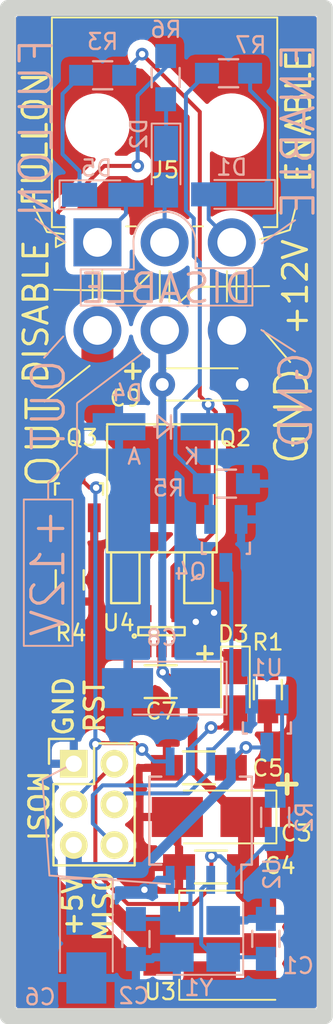
<source format=kicad_pcb>
(kicad_pcb (version 20200518) (host pcbnew "5.99.0-unknown-6083c08~88~ubuntu18.04.1")

  (general
    (thickness 1.6)
    (drawings 58)
    (tracks 187)
    (modules 31)
    (nets 22)
  )

  (paper "A4")
  (layers
    (0 "F.Cu" signal)
    (31 "B.Cu" signal)
    (32 "B.Adhes" user)
    (33 "F.Adhes" user)
    (34 "B.Paste" user)
    (35 "F.Paste" user)
    (36 "B.SilkS" user)
    (37 "F.SilkS" user)
    (38 "B.Mask" user)
    (39 "F.Mask" user)
    (40 "Dwgs.User" user)
    (41 "Cmts.User" user)
    (42 "Eco1.User" user)
    (43 "Eco2.User" user)
    (44 "Edge.Cuts" user)
    (45 "Margin" user)
    (46 "B.CrtYd" user)
    (47 "F.CrtYd" user)
    (48 "B.Fab" user)
    (49 "F.Fab" user)
  )

  (setup
    (last_trace_width 0.25)
    (trace_clearance 0.2)
    (zone_clearance 0.508)
    (zone_45_only no)
    (trace_min 0.2)
    (clearance_min 0)
    (via_min_annulus 0.05)
    (via_min_size 0.4)
    (through_hole_min 0.3)
    (hole_to_hole_min 0.25)
    (via_size 0.8)
    (via_drill 0.4)
    (uvia_size 0.3)
    (uvia_drill 0.1)
    (uvias_allowed no)
    (uvia_min_size 0.2)
    (uvia_min_drill 0.1)
    (max_error 0.005)
    (defaults
      (edge_clearance 0.01)
      (edge_cuts_line_width 0.05)
      (courtyard_line_width 0.05)
      (copper_line_width 0.2)
      (copper_text_dims (size 1.5 1.5) (thickness 0.3))
      (silk_line_width 0.12)
      (silk_text_dims (size 1 1) (thickness 0.15))
      (fab_layers_line_width 0.1)
      (fab_layers_text_dims (size 1 1) (thickness 0.15))
      (other_layers_line_width 0.1)
      (other_layers_text_dims (size 1 1) (thickness 0.15))
      (dimension_units 0)
      (dimension_precision 1)
    )
    (pad_size 1.6 1.6)
    (pad_drill 0.8)
    (pad_to_mask_clearance 0)
    (aux_axis_origin 0 0)
    (visible_elements FFFFFF7F)
    (pcbplotparams
      (layerselection 0x010fc_ffffffff)
      (usegerberextensions false)
      (usegerberattributes true)
      (usegerberadvancedattributes true)
      (creategerberjobfile true)
      (svguseinch false)
      (svgprecision 6)
      (excludeedgelayer true)
      (linewidth 0.050000)
      (plotframeref false)
      (viasonmask false)
      (mode 1)
      (useauxorigin false)
      (hpglpennumber 1)
      (hpglpenspeed 20)
      (hpglpendiameter 15.000000)
      (psnegative false)
      (psa4output false)
      (plotreference true)
      (plotvalue true)
      (plotinvisibletext false)
      (sketchpadsonfab false)
      (subtractmaskfromsilk false)
      (outputformat 1)
      (mirror false)
      (drillshape 0)
      (scaleselection 1)
      (outputdirectory "plot")
    )
  )

  (net 0 "")
  (net 1 "GND")
  (net 2 "/XTAL1")
  (net 3 "/XTAL2")
  (net 4 "+12V")
  (net 5 "+5V")
  (net 6 "/RESET")
  (net 7 "Net-(R2-Pad2)")
  (net 8 "Net-(D2-Pad1)")
  (net 9 "/MISO")
  (net 10 "/PB2")
  (net 11 "/MOSI")
  (net 12 "Net-(Q3-Pad1)")
  (net 13 "Net-(Q4-Pad1)")
  (net 14 "Net-(D1-Pad1)")
  (net 15 "/OUT")
  (net 16 "Net-(D3-Pad1)")
  (net 17 "Net-(Q2-Pad1)")
  (net 18 "Net-(D5-Pad1)")
  (net 19 "/ENABLE")
  (net 20 "/DISABLE")
  (net 21 "/FULLON")

  (net_class "Default" "This is the default net class."
    (clearance 0.2)
    (trace_width 0.25)
    (via_dia 0.8)
    (via_drill 0.4)
    (uvia_dia 0.3)
    (uvia_drill 0.1)
    (add_net "+12V")
    (add_net "+5V")
    (add_net "/DISABLE")
    (add_net "/ENABLE")
    (add_net "/FULLON")
    (add_net "/MISO")
    (add_net "/MOSI")
    (add_net "/OUT")
    (add_net "/PB2")
    (add_net "/RESET")
    (add_net "/XTAL1")
    (add_net "/XTAL2")
    (add_net "GND")
    (add_net "Net-(D1-Pad1)")
    (add_net "Net-(D2-Pad1)")
    (add_net "Net-(D3-Pad1)")
    (add_net "Net-(D5-Pad1)")
    (add_net "Net-(Q2-Pad1)")
    (add_net "Net-(Q3-Pad1)")
    (add_net "Net-(Q4-Pad1)")
    (add_net "Net-(R2-Pad2)")
  )

  (module "Housings_SOIC:SO-8_5.3x6.2mm_Pitch1.27mm" (layer "B.Cu") (tedit 59920130) (tstamp 346e7809-cb34-494f-a8cf-069e26ebca61)
    (at 912.9842 -498.1194 90)
    (descr "8-Lead Plastic Small Outline, 5.3x6.2mm Body (http://www.ti.com.cn/cn/lit/ds/symlink/tl7705a.pdf)")
    (tags "SOIC 1.27")
    (path "/e1c9d25a-d3c3-4caf-8037-a427a4c6a441")
    (attr smd)
    (fp_text reference "U2" (at -3.3274 4.4638 90) (layer "B.SilkS")
      (effects (font (size 1 1) (thickness 0.15)) (justify mirror))
    )
    (fp_text value "ATtiny85-20SU" (at -0.1524 -0.9398 90) (layer "B.Fab")
      (effects (font (size 1 1) (thickness 0.15)) (justify mirror))
    )
    (fp_text user "${REFERENCE}" (at 0 0 90) (layer "B.Fab")
      (effects (font (size 1 1) (thickness 0.15)) (justify mirror))
    )
    (fp_line (start -1.65 3.1) (end 2.65 3.1) (layer "B.Fab") (width 0.15))
    (fp_line (start 2.65 3.1) (end 2.65 -3.1) (layer "B.Fab") (width 0.15))
    (fp_line (start 2.65 -3.1) (end -2.65 -3.1) (layer "B.Fab") (width 0.15))
    (fp_line (start -2.65 -3.1) (end -2.65 2.1) (layer "B.Fab") (width 0.15))
    (fp_line (start -2.65 2.1) (end -1.65 3.1) (layer "B.Fab") (width 0.15))
    (fp_line (start -4.83 3.35) (end -4.83 -3.35) (layer "B.CrtYd") (width 0.05))
    (fp_line (start 4.83 3.35) (end 4.83 -3.35) (layer "B.CrtYd") (width 0.05))
    (fp_line (start -4.83 3.35) (end 4.83 3.35) (layer "B.CrtYd") (width 0.05))
    (fp_line (start -4.83 -3.35) (end 4.83 -3.35) (layer "B.CrtYd") (width 0.05))
    (fp_line (start -2.75 3.205) (end -2.75 2.55) (layer "B.SilkS") (width 0.15))
    (fp_line (start 2.75 3.205) (end 2.75 2.455) (layer "B.SilkS") (width 0.15))
    (fp_line (start 2.75 -3.205) (end 2.75 -2.455) (layer "B.SilkS") (width 0.15))
    (fp_line (start -2.75 -3.205) (end -2.75 -2.455) (layer "B.SilkS") (width 0.15))
    (fp_line (start -2.75 3.205) (end 2.75 3.205) (layer "B.SilkS") (width 0.15))
    (fp_line (start -2.75 -3.205) (end 2.75 -3.205) (layer "B.SilkS") (width 0.15))
    (fp_line (start -2.75 2.55) (end -4.5 2.55) (layer "B.SilkS") (width 0.15))
    (pad "1" smd rect (at -3.7 1.905 90) (size 1.75 0.55) (layers "B.Cu" "B.Paste" "B.Mask")
      (net 6 "/RESET") (pinfunction "~RESET~/PB5") (tstamp 4c6dcfcc-8884-44ba-854e-5fa0b8b8ab26))
    (pad "2" smd rect (at -3.7 0.635 90) (size 1.75 0.55) (layers "B.Cu" "B.Paste" "B.Mask")
      (net 2 "/XTAL1") (pinfunction "XTAL1/PB3") (tstamp f3533266-0185-47ef-83a8-3d5e1fd44a86))
    (pad "3" smd rect (at -3.7 -0.635 90) (size 1.75 0.55) (layers "B.Cu" "B.Paste" "B.Mask")
      (net 3 "/XTAL2") (pinfunction "XTAL2/PB4") (tstamp ddb0844a-ccae-4a40-8172-76343722fc1e))
    (pad "4" smd rect (at -3.7 -1.905 90) (size 1.75 0.55) (layers "B.Cu" "B.Paste" "B.Mask")
      (net 1 "GND") (pinfunction "GND") (tstamp 58791fb7-cb10-43e0-acea-f99ed992cbea))
    (pad "5" smd rect (at 3.7 -1.905 90) (size 1.75 0.55) (layers "B.Cu" "B.Paste" "B.Mask")
      (net 11 "/MOSI") (pinfunction "AREF/PB0") (tstamp 94b95403-198e-48ac-90ca-01952ca3e2d1))
    (pad "6" smd rect (at 3.7 -0.635 90) (size 1.75 0.55) (layers "B.Cu" "B.Paste" "B.Mask")
      (net 9 "/MISO") (pinfunction "PB1") (tstamp a9121685-f5e6-461f-be82-f369e51e6117))
    (pad "7" smd rect (at 3.7 0.635 90) (size 1.75 0.55) (layers "B.Cu" "B.Paste" "B.Mask")
      (net 10 "/PB2") (pinfunction "PB2") (tstamp c3dc7979-1423-46a5-98fc-6c0ea1555bc1))
    (pad "8" smd rect (at 3.7 1.905 90) (size 1.75 0.55) (layers "B.Cu" "B.Paste" "B.Mask")
      (net 5 "+5V") (pinfunction "VCC") (tstamp 82d08968-a584-4492-8a20-b72e537b520f))
    (model "${KISYS3DMOD}/Housings_SOIC.3dshapes/SO-8_5.3x6.2mm_Pitch1.27mm.wrl"
      (at (xyz 0 0 0))
      (scale (xyz 1 1 1))
      (rotate (xyz 0 0 0))
    )
    (model "${KISYS3DMOD}/Package_SO.3dshapes/SO-8_5.3x6.2mm_P1.27mm.step"
      (at (xyz 0 0 0))
      (scale (xyz 1 1 1))
      (rotate (xyz 0 0 0))
    )
  )

  (module "Connectors_Molex:Molex_MiniFit-JR-5569-06A2_2x03x4.20mm_Angled" (layer "F.Cu") (tedit 5FFF2106) (tstamp 74f2e695-3f39-4f66-a43b-53c4b863f3af)
    (at 906.5334 -534.2518)
    (descr "Molex Mini-Fit JR, PN:5569-06A2, dual row, side entry type, through hole, with plastic peg mount")
    (tags "connector molex mini-fit 5569")
    (path "/eec60099-44bc-45c6-a45e-495de941aeb9")
    (fp_text reference "J5" (at 4.2418 -4.5212) (layer "F.SilkS")
      (effects (font (size 1 1) (thickness 0.15)))
    )
    (fp_text value "INPUT_SIGNALS" (at 3.9116 -12.5476) (layer "F.Fab")
      (effects (font (size 1 1) (thickness 0.15)))
    )
    (fp_line (start -3.2 -14.39) (end -3.2 7.5) (layer "F.CrtYd") (width 0.05))
    (fp_line (start -3.2 7.5) (end 11.6 7.5) (layer "F.CrtYd") (width 0.05))
    (fp_line (start 11.6 7.5) (end 11.6 -14.39) (layer "F.CrtYd") (width 0.05))
    (fp_line (start 11.6 -14.39) (end -3.2 -14.39) (layer "F.CrtYd") (width 0.05))
    (fp_line (start -2 -0.95) (end -2.85 -0.95) (layer "F.SilkS") (width 0.12))
    (fp_line (start -2.85 -0.95) (end -2.85 -14.05) (layer "F.SilkS") (width 0.12))
    (fp_line (start -2.85 -14.05) (end 4.2 -14.05) (layer "F.SilkS") (width 0.12))
    (fp_line (start 10.4 -0.95) (end 11.25 -0.95) (layer "F.SilkS") (width 0.12))
    (fp_line (start 11.25 -0.95) (end 11.25 -14.05) (layer "F.SilkS") (width 0.12))
    (fp_line (start 11.25 -14.05) (end 4.2 -14.05) (layer "F.SilkS") (width 0.12))
    (fp_line (start -2.7 -13.9) (end -2.7 -1.1) (layer "F.Fab") (width 0.1))
    (fp_line (start -2.7 -1.1) (end 11.1 -1.1) (layer "F.Fab") (width 0.1))
    (fp_line (start 11.1 -1.1) (end 11.1 -13.9) (layer "F.Fab") (width 0.1))
    (fp_line (start 11.1 -13.9) (end -2.7 -13.9) (layer "F.Fab") (width 0.1))
    (fp_line (start -0.3 1.8) (end -0.3 3.7) (layer "F.SilkS") (width 0.12))
    (fp_line (start 0.3 1.8) (end 0.3 3.7) (layer "F.SilkS") (width 0.12))
    (fp_line (start 3.9 1.8) (end 3.9 3.7) (layer "F.SilkS") (width 0.12))
    (fp_line (start 4.5 1.8) (end 4.5 3.7) (layer "F.SilkS") (width 0.12))
    (fp_line (start 8.1 1.8) (end 8.1 3.7) (layer "F.SilkS") (width 0.12))
    (fp_line (start 8.7 1.8) (end 8.7 3.7) (layer "F.SilkS") (width 0.12))
    (fp_line (start 1.8 -1) (end 2.4 -1) (layer "F.SilkS") (width 0.12))
    (fp_line (start 6 -1) (end 6.6 -1) (layer "F.SilkS") (width 0.12))
    (fp_line (start -2 0) (end -2.6 0.3) (layer "F.SilkS") (width 0.12))
    (fp_line (start -2.6 0.3) (end -2.6 -0.3) (layer "F.SilkS") (width 0.12))
    (fp_line (start -2.6 -0.3) (end -2 0) (layer "F.SilkS") (width 0.12))
    (fp_line (start -2 0) (end -2.6 0.3) (layer "F.Fab") (width 0.1))
    (fp_line (start -2.6 0.3) (end -2.6 -0.3) (layer "F.Fab") (width 0.1))
    (fp_line (start -2.6 -0.3) (end -2 0) (layer "F.Fab") (width 0.1))
    (fp_text user "${REFERENCE}" (at 4.2 -4.5) (layer "F.Fab")
      (effects (font (size 1 1) (thickness 0.15)))
    )
    (pad "1" thru_hole rect (at 0 0) (size 3 3) (drill 1.8) (layers *.Cu *.Mask)
      (net 21 "/FULLON") (pinfunction "Pin_1") (tstamp 8b751926-3732-49ea-a84f-22c1376cffd4))
    (pad "2" thru_hole circle (at 4.2 0) (size 3 3) (drill 1.8) (layers *.Cu *.Mask)
      (net 20 "/DISABLE") (pinfunction "Pin_2") (tstamp 51b26205-65b1-447a-a941-911ff8d8690a))
    (pad "3" thru_hole circle (at 8.4 0) (size 3 3) (drill 1.8) (layers *.Cu *.Mask)
      (net 19 "/ENABLE") (pinfunction "Pin_3") (tstamp c5919d7c-3a76-48df-be99-28e5daaf3fad))
    (pad "4" thru_hole circle (at 0 5.5) (size 3 3) (drill 1.8) (layers *.Cu *.Mask)
      (net 15 "/OUT") (pinfunction "Pin_4") (tstamp f6e63b59-1dc3-41f7-a4c1-332f328836d4))
    (pad "5" thru_hole circle (at 4.2 5.5) (size 3 3) (drill 1.8) (layers *.Cu *.Mask)
      (net 4 "+12V") (pinfunction "Pin_5") (tstamp dfa79b8f-766d-4f12-acb6-14325f067da6))
    (pad "6" thru_hole circle (at 8.4 5.5) (size 3 3) (drill 1.8) (layers *.Cu *.Mask)
      (net 1 "GND") (pinfunction "Pin_6") (zone_connect 2) (tstamp 238230af-5c1c-486e-b539-8be4855b3402))
    (pad "" np_thru_hole circle (at 0 -7.3) (size 3 3) (drill 3) (layers *.Cu *.Mask) (tstamp 547c2946-1b31-430f-bb61-e095ba66987f))
    (pad "" np_thru_hole circle (at 8.4 -7.3) (size 3 3) (drill 3) (layers *.Cu *.Mask) (tstamp 54f51ea6-8802-462f-adb0-bf9ff1ebf366))
    (model "${KISYS3DMOD}/Connectors_Molex.3dshapes/Molex_MiniFit-JR-5569-06A2_2x03x4.20mm_Angled.wrl"
      (at (xyz 0 0 0))
      (scale (xyz 1 1 1))
      (rotate (xyz 0 0 0))
    )
  )

  (module "Capacitors_Tantalum_SMD:CP_Tantalum_Case-B_EIA-3528-21_Hand" (layer "B.Cu") (tedit 58CC8C08) (tstamp 4cdadf61-38a8-459a-ba92-e8d4bc38c588)
    (at 910.5646 -506.3998 180)
    (descr "Tantalum capacitor, Case B, EIA 3528-21, 3.5x2.8x1.9mm, Hand soldering footprint")
    (tags "capacitor tantalum smd")
    (path "/dbec86b4-b32f-4ab9-872b-2888674bd93e")
    (attr smd)
    (fp_text reference "C8" (at 0 3.15) (layer "B.SilkS")
      (effects (font (size 1 1) (thickness 0.15)) (justify mirror))
    )
    (fp_text value "1m/10V" (at -0.1016 -0.0762) (layer "B.Fab")
      (effects (font (size 1 1) (thickness 0.15)) (justify mirror))
    )
    (fp_text user "${REFERENCE}" (at 0 0) (layer "B.Fab")
      (effects (font (size 0.8 0.8) (thickness 0.12)) (justify mirror))
    )
    (fp_line (start -4.15 1.75) (end -4.15 -1.75) (layer "B.CrtYd") (width 0.05))
    (fp_line (start -4.15 -1.75) (end 4.15 -1.75) (layer "B.CrtYd") (width 0.05))
    (fp_line (start 4.15 -1.75) (end 4.15 1.75) (layer "B.CrtYd") (width 0.05))
    (fp_line (start 4.15 1.75) (end -4.15 1.75) (layer "B.CrtYd") (width 0.05))
    (fp_line (start -1.75 1.4) (end -1.75 -1.4) (layer "B.Fab") (width 0.1))
    (fp_line (start -1.75 -1.4) (end 1.75 -1.4) (layer "B.Fab") (width 0.1))
    (fp_line (start 1.75 -1.4) (end 1.75 1.4) (layer "B.Fab") (width 0.1))
    (fp_line (start 1.75 1.4) (end -1.75 1.4) (layer "B.Fab") (width 0.1))
    (fp_line (start -1.4 1.4) (end -1.4 -1.4) (layer "B.Fab") (width 0.1))
    (fp_line (start -1.225 1.4) (end -1.225 -1.4) (layer "B.Fab") (width 0.1))
    (fp_line (start -4.05 1.65) (end 1.75 1.65) (layer "B.SilkS") (width 0.12))
    (fp_line (start -4.05 -1.65) (end 1.75 -1.65) (layer "B.SilkS") (width 0.12))
    (fp_line (start -4.05 1.65) (end -4.05 -1.65) (layer "B.SilkS") (width 0.12))
    (pad "1" smd rect (at -2.15 0 180) (size 3.2 2.5) (layers "B.Cu" "B.Paste" "B.Mask")
      (net 4 "+12V") (tstamp 3e1d3b78-e46e-4c07-b62e-7ee5ffab7afc))
    (pad "2" smd rect (at 2.15 0 180) (size 3.2 2.5) (layers "B.Cu" "B.Paste" "B.Mask")
      (net 1 "GND") (tstamp c9c6b452-c9da-43a5-aaaf-65ecd0070d9a))
    (model "${KISYS3DMOD}/Capacitor_Tantalum_SMD.3dshapes/CP_EIA-3528-15_AVX-H.step"
      (at (xyz 0 0 0))
      (scale (xyz 1 1 1))
      (rotate (xyz 0 0 0))
    )
  )

  (module "Crystals:Crystal_SMD_3225-4pin_3.2x2.5mm_HandSoldering" (layer "B.Cu") (tedit 58CD2E9C) (tstamp ed05394e-2c20-4f76-83d0-6d580df1ab75)
    (at 912.95 -490.735 180)
    (descr "SMD Crystal SERIES SMD3225/4 http://www.txccrystal.com/images/pdf/7m-accuracy.pdf, hand-soldering, 3.2x2.5mm^2 package")
    (tags "SMD SMT crystal hand-soldering")
    (path "/36069278-4af9-4ba8-bfe0-5b94dd494f0a")
    (attr smd)
    (fp_text reference "Y1" (at 0.074 -3.055) (layer "B.SilkS")
      (effects (font (size 1 1) (thickness 0.15)) (justify mirror))
    )
    (fp_text value "Crystal_GND24" (at -0.527 0.0904) (layer "B.Fab")
      (effects (font (size 1 1) (thickness 0.15)) (justify mirror))
    )
    (fp_text user "${REFERENCE}" (at 0 0) (layer "B.Fab")
      (effects (font (size 0.7 0.7) (thickness 0.105)) (justify mirror))
    )
    (fp_line (start -1.6 1.25) (end -1.6 -1.25) (layer "B.Fab") (width 0.1))
    (fp_line (start -1.6 -1.25) (end 1.6 -1.25) (layer "B.Fab") (width 0.1))
    (fp_line (start 1.6 -1.25) (end 1.6 1.25) (layer "B.Fab") (width 0.1))
    (fp_line (start 1.6 1.25) (end -1.6 1.25) (layer "B.Fab") (width 0.1))
    (fp_line (start -1.6 -0.25) (end -0.6 -1.25) (layer "B.Fab") (width 0.1))
    (fp_line (start -2.7 2.25) (end -2.7 -2.25) (layer "B.SilkS") (width 0.12))
    (fp_line (start -2.7 -2.25) (end 2.7 -2.25) (layer "B.SilkS") (width 0.12))
    (fp_line (start -2.8 2.3) (end -2.8 -2.3) (layer "B.CrtYd") (width 0.05))
    (fp_line (start -2.8 -2.3) (end 2.8 -2.3) (layer "B.CrtYd") (width 0.05))
    (fp_line (start 2.8 -2.3) (end 2.8 2.3) (layer "B.CrtYd") (width 0.05))
    (fp_line (start 2.8 2.3) (end -2.8 2.3) (layer "B.CrtYd") (width 0.05))
    (pad "1" smd rect (at -1.45 -1.15 180) (size 2.1 1.8) (layers "B.Cu" "B.Paste" "B.Mask")
      (net 2 "/XTAL1") (pinfunction "1") (tstamp e408a7e8-8cf7-4821-b658-2da5395a630b))
    (pad "2" smd rect (at 1.45 -1.15 180) (size 2.1 1.8) (layers "B.Cu" "B.Paste" "B.Mask")
      (net 1 "GND") (pinfunction "2") (tstamp 6fbe29f5-a529-4a4c-868d-048f026e158c))
    (pad "3" smd rect (at 1.45 1.15 180) (size 2.1 1.8) (layers "B.Cu" "B.Paste" "B.Mask")
      (net 3 "/XTAL2") (pinfunction "3") (tstamp 0a926aeb-207e-40d1-8e5d-6d95a4876b45))
    (pad "4" smd rect (at -1.45 1.15 180) (size 2.1 1.8) (layers "B.Cu" "B.Paste" "B.Mask")
      (net 1 "GND") (pinfunction "4") (tstamp ad54a967-7fff-4d38-b71b-6e225f939671))
    (model "${KISYS3DMOD}/Crystal.3dshapes/Crystal_SMD_3225-4Pin_3.2x2.5mm_HandSoldering.step" hide
      (at (xyz 0 0 0))
      (scale (xyz 1 1 1))
      (rotate (xyz 0 0 0))
    )
  )

  (module "TO_SOT_Packages_SMD.pretty:SOT-23-5" (layer "F.Cu") (tedit 5FF4CB92) (tstamp b86abf8a-0665-4c46-a4d4-aac254415dd8)
    (at 910.5392 -509.9558 90)
    (descr "5-pin SOT23 package")
    (tags "SOT-23-5")
    (path "/0abd1b07-a1eb-403d-9844-8b7990c70d10")
    (attr smd)
    (fp_text reference "U4" (at 0.5207 -2.6797 180) (layer "F.SilkS")
      (effects (font (size 1 1) (thickness 0.15)))
    )
    (fp_text value "MCP1402" (at 1.2446 0.0762 90) (layer "F.Fab")
      (effects (font (size 1 1) (thickness 0.15)))
    )
    (fp_line (start -0.25 -1.45) (end -0.25 1.45) (layer "F.SilkS") (width 0.15))
    (fp_line (start -0.25 1.45) (end 0.25 1.45) (layer "F.SilkS") (width 0.15))
    (fp_line (start 0.25 1.45) (end 0.25 -1.45) (layer "F.SilkS") (width 0.15))
    (fp_line (start 0.25 -1.45) (end -0.25 -1.45) (layer "F.SilkS") (width 0.15))
    (fp_circle (center -0.3 -1.7) (end -0.2 -1.7) (layer "F.SilkS") (width 0.15))
    (fp_line (start -1.8 1.6) (end -1.8 -1.6) (layer "F.CrtYd") (width 0.05))
    (fp_line (start 1.8 1.6) (end -1.8 1.6) (layer "F.CrtYd") (width 0.05))
    (fp_line (start 1.8 -1.6) (end 1.8 1.6) (layer "F.CrtYd") (width 0.05))
    (fp_line (start -1.8 -1.6) (end 1.8 -1.6) (layer "F.CrtYd") (width 0.05))
    (pad "5" smd rect (at 1.1 -0.95 90) (size 1.06 0.65) (layers "F.Cu" "F.Paste" "F.Mask")
      (net 17 "Net-(Q2-Pad1)") (pinfunction "OUT") (tstamp 760a61b3-f62f-42b3-9937-5b9fa758ea96))
    (pad "4" smd rect (at 1.1 0.95 90) (size 1.06 0.65) (layers "F.Cu" "F.Paste" "F.Mask")
      (net 1 "GND") (pinfunction "GND") (zone_connect 2) (tstamp 1c067d0a-1bf6-4a9d-913a-0decbafbb5ae))
    (pad "3" smd rect (at -1.1 0.95 90) (size 1.06 0.65) (layers "F.Cu" "F.Paste" "F.Mask")
      (net 16 "Net-(D3-Pad1)") (pinfunction "IN") (tstamp 4fa5bb1b-2431-46b6-83f8-0b51c6a07998))
    (pad "2" smd rect (at -1.1 0 90) (size 1.06 0.65) (layers "F.Cu" "F.Paste" "F.Mask")
      (net 4 "+12V") (pinfunction "Vdd") (tstamp be83c55e-bfd2-4fa8-bfd8-5853b1e457a3))
    (pad "1" smd rect (at -1.1 -0.95 90) (size 1.06 0.65) (layers "F.Cu" "F.Paste" "F.Mask")
      (net 1 "GND") (pinfunction "GND") (tstamp 4e7d6710-efce-4eac-9735-6552541b4e9f))
    (model "TO_SOT_Packages_SMD.3dshapes/SOT-23-5.wrl"
      (at (xyz 0 0 0))
      (scale (xyz 1 1 1))
      (rotate (xyz 0 0 0))
    )
    (model "${KISYS3DMOD}/Package_TO_SOT_SMD.3dshapes/SOT-23-5.step"
      (at (xyz 0 0 0))
      (scale (xyz 1 1 1))
      (rotate (xyz 0 0 0))
    )
  )

  (module "TO_SOT_Packages_SMD:SOT-223-3_TabPin2" (layer "F.Cu") (tedit 58CE4E7E) (tstamp fc784cef-eb3e-46bb-9e33-3a0a3c15323d)
    (at 913.5614 -490.3356 180)
    (descr "module CMS SOT223 4 pins")
    (tags "CMS SOT")
    (path "/bb81932e-6161-44a8-b8e3-8b25371019a1")
    (attr smd)
    (fp_text reference "U3" (at 3.0984 -2.9096) (layer "F.SilkS")
      (effects (font (size 1 1) (thickness 0.15)))
    )
    (fp_text value "NCP1117LPST50T3G" (at -0.2286 -0.2286) (layer "F.Fab")
      (effects (font (size 1 1) (thickness 0.15)))
    )
    (fp_text user "${REFERENCE}" (at 0 0 90) (layer "F.Fab")
      (effects (font (size 0.8 0.8) (thickness 0.12)))
    )
    (fp_line (start 1.91 3.41) (end 1.91 2.15) (layer "F.SilkS") (width 0.12))
    (fp_line (start 1.91 -3.41) (end 1.91 -2.15) (layer "F.SilkS") (width 0.12))
    (fp_line (start 4.4 -3.6) (end -4.4 -3.6) (layer "F.CrtYd") (width 0.05))
    (fp_line (start 4.4 3.6) (end 4.4 -3.6) (layer "F.CrtYd") (width 0.05))
    (fp_line (start -4.4 3.6) (end 4.4 3.6) (layer "F.CrtYd") (width 0.05))
    (fp_line (start -4.4 -3.6) (end -4.4 3.6) (layer "F.CrtYd") (width 0.05))
    (fp_line (start -1.85 -2.35) (end -0.85 -3.35) (layer "F.Fab") (width 0.1))
    (fp_line (start -1.85 -2.35) (end -1.85 3.35) (layer "F.Fab") (width 0.1))
    (fp_line (start -1.85 3.41) (end 1.91 3.41) (layer "F.SilkS") (width 0.12))
    (fp_line (start -0.85 -3.35) (end 1.85 -3.35) (layer "F.Fab") (width 0.1))
    (fp_line (start -4.1 -3.41) (end 1.91 -3.41) (layer "F.SilkS") (width 0.12))
    (fp_line (start -1.85 3.35) (end 1.85 3.35) (layer "F.Fab") (width 0.1))
    (fp_line (start 1.85 -3.35) (end 1.85 3.35) (layer "F.Fab") (width 0.1))
    (pad "2" smd rect (at 3.15 0 180) (size 2 3.8) (layers "F.Cu" "F.Paste" "F.Mask")
      (net 5 "+5V") (pinfunction "VO") (tstamp 6d7cfbdb-5726-4e7e-a3e4-baf8c171d12e))
    (pad "2" smd rect (at -3.15 0 180) (size 2 1.5) (layers "F.Cu" "F.Paste" "F.Mask")
      (net 5 "+5V") (pinfunction "VO") (tstamp e7d537d4-782f-4fb3-8d57-c3e4ceb1b425))
    (pad "3" smd rect (at -3.15 2.3 180) (size 2 1.5) (layers "F.Cu" "F.Paste" "F.Mask")
      (net 4 "+12V") (pinfunction "VI") (tstamp 6a0b3532-8f79-4e60-a51c-6fc79685550e))
    (pad "1" smd rect (at -3.15 -2.3 180) (size 2 1.5) (layers "F.Cu" "F.Paste" "F.Mask")
      (net 1 "GND") (pinfunction "GND") (tstamp bd561519-1c3f-4d0e-91bf-cf8538544373))
    (model "${KISYS3DMOD}/Package_TO_SOT_SMD.3dshapes/SOT-223.step"
      (at (xyz 0 0 0))
      (scale (xyz 1 1 1))
      (rotate (xyz 0 0 0))
    )
  )

  (module "TO_SOT_Packages_SMD.pretty:SOT-23_Handsoldering" (layer "B.Cu") (tedit 54E9291B) (tstamp 36346ed6-b85b-49cc-9720-a580f9bd2857)
    (at 917.133 -504.21286)
    (descr "SOT-23, Handsoldering")
    (tags "SOT-23")
    (path "/bc399f78-d53c-4770-8c1d-f7b7b7c88ba9")
    (attr smd)
    (fp_text reference "U1" (at 0 -3.4544) (layer "B.SilkS")
      (effects (font (size 1 1) (thickness 0.15)) (justify mirror))
    )
    (fp_text value "MAX809" (at 0.12978 0.078769 -90) (layer "B.Fab")
      (effects (font (size 1 1) (thickness 0.15)) (justify mirror))
    )
    (fp_line (start 1.49982 0.65024) (end 1.49982 -0.0508) (layer "B.SilkS") (width 0.15))
    (fp_line (start 1.29916 0.65024) (end 1.49982 0.65024) (layer "B.SilkS") (width 0.15))
    (fp_line (start -1.49982 0.65024) (end -1.2509 0.65024) (layer "B.SilkS") (width 0.15))
    (fp_line (start -1.49982 -0.0508) (end -1.49982 0.65024) (layer "B.SilkS") (width 0.15))
    (pad "3" smd rect (at 0 1.50114) (size 0.8001 1.80086) (layers "B.Cu" "B.Paste" "B.Mask")
      (net 5 "+5V") (pinfunction "VCC") (tstamp 21596ed7-11be-4c5a-a569-6c2128237d30))
    (pad "2" smd rect (at 0.95 -1.50114) (size 0.8001 1.80086) (layers "B.Cu" "B.Paste" "B.Mask")
      (net 7 "Net-(R2-Pad2)") (pinfunction "RESET") (tstamp b7461bdb-2804-4e1c-b3d2-e04c4fca924c))
    (pad "1" smd rect (at -0.95 -1.50114) (size 0.8001 1.80086) (layers "B.Cu" "B.Paste" "B.Mask")
      (net 1 "GND") (pinfunction "GND") (tstamp 27713f35-a90c-4a6f-a0fb-8d7f0e69f61a))
    (model "${KISYS3DMOD}/Package_TO_SOT_SMD.3dshapes/SOT-23.step"
      (at (xyz 0 0 0))
      (scale (xyz 1 1 1))
      (rotate (xyz 0 0 -90))
    )
  )

  (module "Resistors_SMD.pretty:R_0805_HandSoldering" (layer "B.Cu") (tedit 54189DEE) (tstamp 7250afa1-c16b-4787-909a-fc11d9711fba)
    (at 914.7338 -544.8182)
    (descr "Resistor SMD 0805, hand soldering")
    (tags "resistor 0805")
    (path "/6e59cee1-0e4e-4017-995f-e810b0f84764")
    (attr smd)
    (fp_text reference "R7" (at 1.3934 -1.7644) (layer "B.SilkS")
      (effects (font (size 1 1) (thickness 0.15)) (justify mirror))
    )
    (fp_text value "10k" (at 0.0762 0.1016) (layer "B.Fab")
      (effects (font (size 1 1) (thickness 0.15)) (justify mirror))
    )
    (fp_line (start -0.6 0.875) (end 0.6 0.875) (layer "B.SilkS") (width 0.15))
    (fp_line (start 0.6 -0.875) (end -0.6 -0.875) (layer "B.SilkS") (width 0.15))
    (fp_line (start 2.4 1) (end 2.4 -1) (layer "B.CrtYd") (width 0.05))
    (fp_line (start -2.4 1) (end -2.4 -1) (layer "B.CrtYd") (width 0.05))
    (fp_line (start -2.4 -1) (end 2.4 -1) (layer "B.CrtYd") (width 0.05))
    (fp_line (start -2.4 1) (end 2.4 1) (layer "B.CrtYd") (width 0.05))
    (pad "2" smd rect (at 1.35 0) (size 1.5 1.3) (layers "B.Cu" "B.Paste" "B.Mask")
      (net 14 "Net-(D1-Pad1)") (tstamp 24047426-4602-4b12-b396-166364fbddea))
    (pad "1" smd rect (at -1.35 0) (size 1.5 1.3) (layers "B.Cu" "B.Paste" "B.Mask")
      (net 13 "Net-(Q4-Pad1)") (tstamp e39d787a-e0b4-4ebf-8905-2858be323e8d))
    (model "${KISYS3DMOD}/Resistor_SMD.3dshapes/R_0805_2012Metric.step"
      (at (xyz 0 0 0))
      (scale (xyz 1 1 1))
      (rotate (xyz 0 0 0))
    )
  )

  (module "Resistors_SMD.pretty:R_0805_HandSoldering" (layer "B.Cu") (tedit 54189DEE) (tstamp 21f81f32-5005-4533-8b88-30b5791a6e5c)
    (at 910.8006 -544.5426 -90)
    (descr "Resistor SMD 0805, hand soldering")
    (tags "resistor 0805")
    (path "/0327339c-f38f-4b8b-82b4-bebc38838bc1")
    (attr smd)
    (fp_text reference "R6" (at -3.0052 -0.018 180) (layer "B.SilkS")
      (effects (font (size 1 1) (thickness 0.15)) (justify mirror))
    )
    (fp_text value "10k" (at 0.0292 -0.1524 90) (layer "B.Fab")
      (effects (font (size 1 1) (thickness 0.15)) (justify mirror))
    )
    (fp_line (start -0.6 0.875) (end 0.6 0.875) (layer "B.SilkS") (width 0.15))
    (fp_line (start 0.6 -0.875) (end -0.6 -0.875) (layer "B.SilkS") (width 0.15))
    (fp_line (start 2.4 1) (end 2.4 -1) (layer "B.CrtYd") (width 0.05))
    (fp_line (start -2.4 1) (end -2.4 -1) (layer "B.CrtYd") (width 0.05))
    (fp_line (start -2.4 -1) (end 2.4 -1) (layer "B.CrtYd") (width 0.05))
    (fp_line (start -2.4 1) (end 2.4 1) (layer "B.CrtYd") (width 0.05))
    (pad "2" smd rect (at 1.35 0 270) (size 1.5 1.3) (layers "B.Cu" "B.Paste" "B.Mask")
      (net 8 "Net-(D2-Pad1)") (tstamp 24047426-4602-4b12-b396-166364fbddea))
    (pad "1" smd rect (at -1.35 0 270) (size 1.5 1.3) (layers "B.Cu" "B.Paste" "B.Mask")
      (net 12 "Net-(Q3-Pad1)") (tstamp e39d787a-e0b4-4ebf-8905-2858be323e8d))
    (model "${KISYS3DMOD}/Resistor_SMD.3dshapes/R_0805_2012Metric.step"
      (at (xyz 0 0 0))
      (scale (xyz 1 1 1))
      (rotate (xyz 0 0 0))
    )
  )

  (module "Resistors_SMD.pretty:R_0805_HandSoldering" (layer "B.Cu") (tedit 54189DEE) (tstamp 7697128b-0e53-45e0-8c01-ac4da2b4b7a3)
    (at 914.5994 -519.176)
    (descr "Resistor SMD 0805, hand soldering")
    (tags "resistor 0805")
    (path "/c7bd4c73-b565-4695-a070-32c73243df07")
    (attr smd)
    (fp_text reference "R5" (at -3.6284 0.2794 180) (layer "B.SilkS")
      (effects (font (size 1 1) (thickness 0.15)) (justify mirror))
    )
    (fp_text value "1k" (at 0.1064 -0.1682) (layer "B.Fab")
      (effects (font (size 1 1) (thickness 0.15)) (justify mirror))
    )
    (fp_line (start -0.6 0.875) (end 0.6 0.875) (layer "B.SilkS") (width 0.15))
    (fp_line (start 0.6 -0.875) (end -0.6 -0.875) (layer "B.SilkS") (width 0.15))
    (fp_line (start 2.4 1) (end 2.4 -1) (layer "B.CrtYd") (width 0.05))
    (fp_line (start -2.4 1) (end -2.4 -1) (layer "B.CrtYd") (width 0.05))
    (fp_line (start -2.4 -1) (end 2.4 -1) (layer "B.CrtYd") (width 0.05))
    (fp_line (start -2.4 1) (end 2.4 1) (layer "B.CrtYd") (width 0.05))
    (pad "2" smd rect (at 1.35 0) (size 1.5 1.3) (layers "B.Cu" "B.Paste" "B.Mask")
      (net 1 "GND") (tstamp 24047426-4602-4b12-b396-166364fbddea))
    (pad "1" smd rect (at -1.35 0) (size 1.5 1.3) (layers "B.Cu" "B.Paste" "B.Mask")
      (net 13 "Net-(Q4-Pad1)") (tstamp e39d787a-e0b4-4ebf-8905-2858be323e8d))
    (model "${KISYS3DMOD}/Resistor_SMD.3dshapes/R_0805_2012Metric.step"
      (at (xyz 0 0 0))
      (scale (xyz 1 1 1))
      (rotate (xyz 0 0 0))
    )
  )

  (module "Resistors_SMD.pretty:R_0805_HandSoldering" (layer "F.Cu") (tedit 54189DEE) (tstamp dbbb1481-8223-456b-a230-b519ce8a2378)
    (at 904.7988 -513.16 -90)
    (descr "Resistor SMD 0805, hand soldering")
    (tags "resistor 0805")
    (path "/83a46d50-721b-44c3-b6b6-0e89770467f4")
    (attr smd)
    (fp_text reference "R4" (at 3.3185 -0.0762 180) (layer "F.SilkS")
      (effects (font (size 1 1) (thickness 0.15)))
    )
    (fp_text value "1k" (at -0.0216 -0.0508 90) (layer "F.Fab")
      (effects (font (size 1 1) (thickness 0.15)))
    )
    (fp_line (start -0.6 -0.875) (end 0.6 -0.875) (layer "F.SilkS") (width 0.15))
    (fp_line (start 0.6 0.875) (end -0.6 0.875) (layer "F.SilkS") (width 0.15))
    (fp_line (start 2.4 -1) (end 2.4 1) (layer "F.CrtYd") (width 0.05))
    (fp_line (start -2.4 -1) (end -2.4 1) (layer "F.CrtYd") (width 0.05))
    (fp_line (start -2.4 1) (end 2.4 1) (layer "F.CrtYd") (width 0.05))
    (fp_line (start -2.4 -1) (end 2.4 -1) (layer "F.CrtYd") (width 0.05))
    (pad "2" smd rect (at 1.35 0 270) (size 1.5 1.3) (layers "F.Cu" "F.Paste" "F.Mask")
      (net 1 "GND") (tstamp 24047426-4602-4b12-b396-166364fbddea))
    (pad "1" smd rect (at -1.35 0 270) (size 1.5 1.3) (layers "F.Cu" "F.Paste" "F.Mask")
      (net 12 "Net-(Q3-Pad1)") (tstamp e39d787a-e0b4-4ebf-8905-2858be323e8d))
    (model "${KISYS3DMOD}/Resistor_SMD.3dshapes/R_0805_2012Metric.step"
      (at (xyz 0 0 0))
      (scale (xyz 1 1 1))
      (rotate (xyz 0 0 0))
    )
  )

  (module "Resistors_SMD.pretty:R_0805_HandSoldering" (layer "B.Cu") (tedit 54189DEE) (tstamp 888284ae-71a6-4a98-88fa-4213b5a6a0de)
    (at 906.8598 -544.6912 180)
    (descr "Resistor SMD 0805, hand soldering")
    (tags "resistor 0805")
    (path "/362e6509-3c53-48ac-8350-67d46cc89a57")
    (attr smd)
    (fp_text reference "R3" (at 0 2.1) (layer "B.SilkS")
      (effects (font (size 1 1) (thickness 0.15)) (justify mirror))
    )
    (fp_text value "1k" (at 0.1816 0.0508) (layer "B.Fab")
      (effects (font (size 1 1) (thickness 0.15)) (justify mirror))
    )
    (fp_line (start -0.6 0.875) (end 0.6 0.875) (layer "B.SilkS") (width 0.15))
    (fp_line (start 0.6 -0.875) (end -0.6 -0.875) (layer "B.SilkS") (width 0.15))
    (fp_line (start 2.4 1) (end 2.4 -1) (layer "B.CrtYd") (width 0.05))
    (fp_line (start -2.4 1) (end -2.4 -1) (layer "B.CrtYd") (width 0.05))
    (fp_line (start -2.4 -1) (end 2.4 -1) (layer "B.CrtYd") (width 0.05))
    (fp_line (start -2.4 1) (end 2.4 1) (layer "B.CrtYd") (width 0.05))
    (pad "2" smd rect (at 1.35 0 180) (size 1.5 1.3) (layers "B.Cu" "B.Paste" "B.Mask")
      (net 18 "Net-(D5-Pad1)") (tstamp 24047426-4602-4b12-b396-166364fbddea))
    (pad "1" smd rect (at -1.35 0 180) (size 1.5 1.3) (layers "B.Cu" "B.Paste" "B.Mask")
      (net 16 "Net-(D3-Pad1)") (tstamp e39d787a-e0b4-4ebf-8905-2858be323e8d))
    (model "${KISYS3DMOD}/Resistor_SMD.3dshapes/R_0805_2012Metric.step"
      (at (xyz 0 0 0))
      (scale (xyz 1 1 1))
      (rotate (xyz 0 0 0))
    )
  )

  (module "Resistors_SMD.pretty:R_0805_HandSoldering" (layer "B.Cu") (tedit 54189DEE) (tstamp 7624e4cd-2b25-4e01-83ef-8759022c09c2)
    (at 917.6512 -498.3264 90)
    (descr "Resistor SMD 0805, hand soldering")
    (tags "resistor 0805")
    (path "/21c1e22f-dd33-441a-af05-1d38fa924775")
    (attr smd)
    (fp_text reference "R2" (at 0 1.8288 90) (layer "B.SilkS")
      (effects (font (size 1 1) (thickness 0.15)) (justify mirror))
    )
    (fp_text value "10k" (at 0.1112 -0.0996 90) (layer "B.Fab")
      (effects (font (size 1 1) (thickness 0.15)) (justify mirror))
    )
    (fp_line (start -0.6 0.875) (end 0.6 0.875) (layer "B.SilkS") (width 0.15))
    (fp_line (start 0.6 -0.875) (end -0.6 -0.875) (layer "B.SilkS") (width 0.15))
    (fp_line (start 2.4 1) (end 2.4 -1) (layer "B.CrtYd") (width 0.05))
    (fp_line (start -2.4 1) (end -2.4 -1) (layer "B.CrtYd") (width 0.05))
    (fp_line (start -2.4 -1) (end 2.4 -1) (layer "B.CrtYd") (width 0.05))
    (fp_line (start -2.4 1) (end 2.4 1) (layer "B.CrtYd") (width 0.05))
    (pad "2" smd rect (at 1.35 0 90) (size 1.5 1.3) (layers "B.Cu" "B.Paste" "B.Mask")
      (net 7 "Net-(R2-Pad2)") (tstamp 24047426-4602-4b12-b396-166364fbddea))
    (pad "1" smd rect (at -1.35 0 90) (size 1.5 1.3) (layers "B.Cu" "B.Paste" "B.Mask")
      (net 6 "/RESET") (tstamp e39d787a-e0b4-4ebf-8905-2858be323e8d))
    (model "${KISYS3DMOD}/Resistor_SMD.3dshapes/R_0805_2012Metric.step"
      (at (xyz 0 0 0))
      (scale (xyz 1 1 1))
      (rotate (xyz 0 0 0))
    )
  )

  (module "Resistors_SMD.pretty:R_0805_HandSoldering" (layer "F.Cu") (tedit 54189DEE) (tstamp 9816323e-23fb-451a-9b27-52b64cceb78f)
    (at 917.194 -506.302 90)
    (descr "Resistor SMD 0805, hand soldering")
    (tags "resistor 0805")
    (path "/048cf6a5-c4b7-429e-85fc-d0125bd62dae")
    (attr smd)
    (fp_text reference "R1" (at 2.968 0 180) (layer "F.SilkS")
      (effects (font (size 1 1) (thickness 0.15)))
    )
    (fp_text value "1k" (at 0.0254 -0.0482 90) (layer "F.Fab")
      (effects (font (size 1 1) (thickness 0.15)))
    )
    (fp_line (start -0.6 -0.875) (end 0.6 -0.875) (layer "F.SilkS") (width 0.15))
    (fp_line (start 0.6 0.875) (end -0.6 0.875) (layer "F.SilkS") (width 0.15))
    (fp_line (start 2.4 -1) (end 2.4 1) (layer "F.CrtYd") (width 0.05))
    (fp_line (start -2.4 -1) (end -2.4 1) (layer "F.CrtYd") (width 0.05))
    (fp_line (start -2.4 1) (end 2.4 1) (layer "F.CrtYd") (width 0.05))
    (fp_line (start -2.4 -1) (end 2.4 -1) (layer "F.CrtYd") (width 0.05))
    (pad "2" smd rect (at 1.35 0 90) (size 1.5 1.3) (layers "F.Cu" "F.Paste" "F.Mask")
      (net 16 "Net-(D3-Pad1)") (tstamp 24047426-4602-4b12-b396-166364fbddea))
    (pad "1" smd rect (at -1.35 0 90) (size 1.5 1.3) (layers "F.Cu" "F.Paste" "F.Mask")
      (net 1 "GND") (tstamp e39d787a-e0b4-4ebf-8905-2858be323e8d))
    (model "${KISYS3DMOD}/Resistor_SMD.3dshapes/R_0805_2012Metric.step"
      (at (xyz 0 0 0))
      (scale (xyz 1 1 1))
      (rotate (xyz 0 0 0))
    )
  )

  (module "TO_SOT_Packages_SMD.pretty:SOT-23_Handsoldering" (layer "B.Cu") (tedit 54E9291B) (tstamp 20eee27c-ae8a-4fa8-b02f-74f01f448f73)
    (at 914.5676 -515.43966)
    (descr "SOT-23, Handsoldering")
    (tags "SOT-23")
    (path "/0b5348f3-5769-4774-9b18-d057f9b6c364")
    (attr smd)
    (fp_text reference "Q4" (at -2.225 1.75006 180) (layer "B.SilkS")
      (effects (font (size 1 1) (thickness 0.15)) (justify mirror))
    )
    (fp_text value "BC817" (at 0.0102 0.22606 90) (layer "B.Fab")
      (effects (font (size 1 1) (thickness 0.15)) (justify mirror))
    )
    (fp_line (start 1.49982 0.65024) (end 1.49982 -0.0508) (layer "B.SilkS") (width 0.15))
    (fp_line (start 1.29916 0.65024) (end 1.49982 0.65024) (layer "B.SilkS") (width 0.15))
    (fp_line (start -1.49982 0.65024) (end -1.2509 0.65024) (layer "B.SilkS") (width 0.15))
    (fp_line (start -1.49982 -0.0508) (end -1.49982 0.65024) (layer "B.SilkS") (width 0.15))
    (pad "3" smd rect (at 0 1.50114) (size 0.8001 1.80086) (layers "B.Cu" "B.Paste" "B.Mask")
      (net 10 "/PB2") (pinfunction "C") (tstamp 21596ed7-11be-4c5a-a569-6c2128237d30))
    (pad "2" smd rect (at 0.95 -1.50114) (size 0.8001 1.80086) (layers "B.Cu" "B.Paste" "B.Mask")
      (net 1 "GND") (pinfunction "E") (tstamp b7461bdb-2804-4e1c-b3d2-e04c4fca924c))
    (pad "1" smd rect (at -0.95 -1.50114) (size 0.8001 1.80086) (layers "B.Cu" "B.Paste" "B.Mask")
      (net 13 "Net-(Q4-Pad1)") (pinfunction "B") (tstamp 27713f35-a90c-4a6f-a0fb-8d7f0e69f61a))
    (model "${KISYS3DMOD}/Package_TO_SOT_SMD.3dshapes/SOT-23.step"
      (at (xyz 0 0 0))
      (scale (xyz 1 1 1))
      (rotate (xyz 0 0 -90))
    )
  )

  (module "TO_SOT_Packages_SMD.pretty:SOT-23_Handsoldering" (layer "F.Cu") (tedit 54E9291B) (tstamp 3591b5b9-5ad9-4b08-8910-7a02eb853a67)
    (at 905.383 -518.541)
    (descr "SOT-23, Handsoldering")
    (tags "SOT-23")
    (path "/d36e1c44-7827-47ae-ac64-417cc2366c0a")
    (attr smd)
    (fp_text reference "Q3" (at 0.1778 -3.5052) (layer "F.SilkS")
      (effects (font (size 1 1) (thickness 0.15)))
    )
    (fp_text value "BC817" (at 0.14958 0.253431 90) (layer "F.Fab")
      (effects (font (size 1 1) (thickness 0.15)))
    )
    (fp_line (start 1.49982 -0.65024) (end 1.49982 0.0508) (layer "F.SilkS") (width 0.15))
    (fp_line (start 1.29916 -0.65024) (end 1.49982 -0.65024) (layer "F.SilkS") (width 0.15))
    (fp_line (start -1.49982 -0.65024) (end -1.2509 -0.65024) (layer "F.SilkS") (width 0.15))
    (fp_line (start -1.49982 0.0508) (end -1.49982 -0.65024) (layer "F.SilkS") (width 0.15))
    (pad "3" smd rect (at 0 -1.50114) (size 0.8001 1.80086) (layers "F.Cu" "F.Paste" "F.Mask")
      (net 11 "/MOSI") (pinfunction "C") (tstamp 21596ed7-11be-4c5a-a569-6c2128237d30))
    (pad "2" smd rect (at 0.95 1.50114) (size 0.8001 1.80086) (layers "F.Cu" "F.Paste" "F.Mask")
      (net 1 "GND") (pinfunction "E") (tstamp b7461bdb-2804-4e1c-b3d2-e04c4fca924c))
    (pad "1" smd rect (at -0.95 1.50114) (size 0.8001 1.80086) (layers "F.Cu" "F.Paste" "F.Mask")
      (net 12 "Net-(Q3-Pad1)") (pinfunction "B") (tstamp 27713f35-a90c-4a6f-a0fb-8d7f0e69f61a))
    (model "${KISYS3DMOD}/Package_TO_SOT_SMD.3dshapes/SOT-23.step"
      (at (xyz 0 0 0))
      (scale (xyz 1 1 1))
      (rotate (xyz 0 0 -90))
    )
  )

  (module "TO_SOT_Packages_SMD.pretty:TO-252-2Lead" (layer "F.Cu") (tedit 5FF4CB88) (tstamp 71f6144b-03e8-4723-9c47-757e9fc6e83c)
    (at 910.5646 -513.3594)
    (descr "DPAK / TO-252 2-lead smd package")
    (tags "dpak TO-252")
    (path "/d6b8e439-60d7-4f86-ac12-4a5b8d1be811")
    (attr smd)
    (fp_text reference "Q2" (at 4.5974 -8.6741) (layer "F.SilkS")
      (effects (font (size 1 1) (thickness 0.15)))
    )
    (fp_text value "IRL2905" (at 0 -2.413) (layer "F.Fab")
      (effects (font (size 1 1) (thickness 0.15)))
    )
    (fp_line (start 3.429 -9.398) (end 3.429 -7.62) (layer "F.SilkS") (width 0.15))
    (fp_line (start -3.429 -9.525) (end 3.429 -9.525) (layer "F.SilkS") (width 0.15))
    (fp_line (start -3.429 -1.524) (end -3.429 -9.398) (layer "F.SilkS") (width 0.15))
    (fp_line (start 3.429 -1.524) (end -3.429 -1.524) (layer "F.SilkS") (width 0.15))
    (fp_line (start 3.429 -7.62) (end 3.429 -1.524) (layer "F.SilkS") (width 0.15))
    (fp_line (start -1.397 1.651) (end -1.397 -1.524) (layer "F.SilkS") (width 0.15))
    (fp_line (start -3.175 1.651) (end -1.397 1.651) (layer "F.SilkS") (width 0.15))
    (fp_line (start -3.175 -1.524) (end -3.175 1.651) (layer "F.SilkS") (width 0.15))
    (fp_line (start 3.175 1.651) (end 3.175 -1.524) (layer "F.SilkS") (width 0.15))
    (fp_line (start 1.397 1.651) (end 3.175 1.651) (layer "F.SilkS") (width 0.15))
    (fp_line (start 1.397 -1.524) (end 1.397 1.651) (layer "F.SilkS") (width 0.15))
    (pad "3" smd rect (at 2.286 0) (size 1.651 3.048) (layers "F.Cu" "F.Paste" "F.Mask")
      (net 1 "GND") (pinfunction "S") (zone_connect 2) (tstamp 2cc761d9-dd7f-47f8-8e40-fb53cdbd4989))
    (pad "2" smd rect (at 0 -6.35) (size 6.096 6.096) (layers "F.Cu" "F.Paste" "F.Mask")
      (net 15 "/OUT") (pinfunction "D") (tstamp 9a5207e5-cc3d-4a1d-bdea-6106ab32b702))
    (pad "1" smd rect (at -2.286 0) (size 1.651 3.048) (layers "F.Cu" "F.Paste" "F.Mask")
      (net 17 "Net-(Q2-Pad1)") (pinfunction "G") (tstamp 45b0b1a4-3b0d-4952-b93f-5207d4b02a27))
    (model "TO_SOT_Packages_SMD.3dshapes/TO-252-2Lead.wrl"
      (at (xyz 0 0 0))
      (scale (xyz 1 1 1))
      (rotate (xyz 0 0 0))
    )
    (model "${KISYS3DMOD}/Package_TO_SOT_SMD.3dshapes/TO-252-2.step"
      (offset (xyz 0 4 0))
      (scale (xyz 1 1 1))
      (rotate (xyz 0 0 -90))
    )
  )

  (module "Pin_Headers.pretty:Pin_Header_Straight_2x03" (layer "F.Cu") (tedit 54EA0A4B) (tstamp 2f97c732-88a8-484b-9b38-eec6908287c4)
    (at 905.0528 -501.6754)
    (descr "Through hole pin header")
    (tags "pin header")
    (path "/f7a825cb-d5a9-4838-b647-7fdf55ac5bfa")
    (fp_text reference "J1" (at 15.0622 3.8354) (layer "F.SilkS") hide
      (effects (font (size 1 1) (thickness 0.15)))
    )
    (fp_text value "SPI" (at 0 -3.1) (layer "F.Fab")
      (effects (font (size 1 1) (thickness 0.15)))
    )
    (fp_line (start 3.81 1.27) (end 3.81 -1.27) (layer "F.SilkS") (width 0.15))
    (fp_line (start 3.81 -1.27) (end 1.27 -1.27) (layer "F.SilkS") (width 0.15))
    (fp_line (start -1.55 -1.55) (end -1.55 0) (layer "F.SilkS") (width 0.15))
    (fp_line (start 3.81 6.35) (end 3.81 1.27) (layer "F.SilkS") (width 0.15))
    (fp_line (start -1.27 6.35) (end 3.81 6.35) (layer "F.SilkS") (width 0.15))
    (fp_line (start 1.27 1.27) (end -1.27 1.27) (layer "F.SilkS") (width 0.15))
    (fp_line (start 1.27 -1.27) (end 1.27 1.27) (layer "F.SilkS") (width 0.15))
    (fp_line (start -1.75 6.85) (end 4.3 6.85) (layer "F.CrtYd") (width 0.05))
    (fp_line (start -1.75 -1.75) (end 4.3 -1.75) (layer "F.CrtYd") (width 0.05))
    (fp_line (start 4.3 -1.75) (end 4.3 6.85) (layer "F.CrtYd") (width 0.05))
    (fp_line (start -1.75 -1.75) (end -1.75 6.85) (layer "F.CrtYd") (width 0.05))
    (fp_line (start -1.55 -1.55) (end 0 -1.55) (layer "F.SilkS") (width 0.15))
    (fp_line (start -1.27 1.27) (end -1.27 6.35) (layer "F.SilkS") (width 0.15))
    (pad "6" thru_hole oval (at 2.54 5.08) (size 1.7272 1.7272) (drill 1.016) (layers *.Cu *.Mask "F.SilkS")
      (net 9 "/MISO") (pinfunction "Pin_6") (tstamp 37731324-8eea-40fd-a162-3bcf30a568d7))
    (pad "5" thru_hole oval (at 0 5.08) (size 1.7272 1.7272) (drill 1.016) (layers *.Cu *.Mask "F.SilkS")
      (net 5 "+5V") (pinfunction "Pin_5") (tstamp 98a530be-3a0a-4848-8c21-132f153c745c))
    (pad "4" thru_hole oval (at 2.54 2.54) (size 1.7272 1.7272) (drill 1.016) (layers *.Cu *.Mask "F.SilkS")
      (net 10 "/PB2") (pinfunction "Pin_4") (tstamp b2f12a70-d064-45f1-90f9-482dccadc78c))
    (pad "3" thru_hole oval (at 0 2.54) (size 1.7272 1.7272) (drill 1.016) (layers *.Cu *.Mask "F.SilkS")
      (net 11 "/MOSI") (pinfunction "Pin_3") (tstamp a710596b-bd3a-43d9-833a-95f4880d4ba8))
    (pad "2" thru_hole oval (at 2.54 0) (size 1.7272 1.7272) (drill 1.016) (layers *.Cu *.Mask "F.SilkS")
      (net 6 "/RESET") (pinfunction "Pin_2") (tstamp 08c31587-98b5-4816-9592-80444a9746e6))
    (pad "1" thru_hole rect (at 0 0) (size 1.7272 1.7272) (drill 1.016) (layers *.Cu *.Mask "F.SilkS")
      (net 1 "GND") (pinfunction "Pin_1") (tstamp cbd6ffcc-56c8-4a96-9b0e-169bfba26d9b))
    (model "Pin_Headers.3dshapes/Pin_Header_Straight_2x03.wrl"
      (offset (xyz 1.269999980926514 -2.539999961853027 0))
      (scale (xyz 1 1 1))
      (rotate (xyz 0 0 90))
    )
  )

  (module "Diodes_SMD:D_MicroMELF_Hadsoldering" (layer "B.Cu") (tedit 5905DC0B) (tstamp 57491efd-830a-44a6-b3dd-e1bdebaf3d2f)
    (at 906.8636 -537.2236)
    (descr "Diode, MicroMELF, hand-soldering, http://www.vishay.com/docs/85597/bzm55-se.pdf")
    (tags "MicroMELF Diode")
    (path "/a83ff95b-388b-4f56-8e32-4e862f8c7074")
    (attr smd)
    (fp_text reference "D5" (at -0.3884 -1.6628) (layer "B.SilkS")
      (effects (font (size 1 1) (thickness 0.15)) (justify mirror))
    )
    (fp_text value "1n4148" (at -0.074 -0.0508) (layer "B.Fab")
      (effects (font (size 1 1) (thickness 0.15)) (justify mirror))
    )
    (fp_text user "${REFERENCE}" (at -2.3346 -1.6256) (layer "B.Fab")
      (effects (font (size 1 1) (thickness 0.15)) (justify mirror))
    )
    (fp_line (start 1.1 0.9) (end -2.7 0.9) (layer "B.SilkS") (width 0.12))
    (fp_line (start -2.7 0.9) (end -2.7 -0.9) (layer "B.SilkS") (width 0.12))
    (fp_line (start -2.7 -0.9) (end 1.1 -0.9) (layer "B.SilkS") (width 0.12))
    (fp_line (start 0.25 0) (end 0.75 0) (layer "B.Fab") (width 0.12))
    (fp_line (start -0.25 0) (end 0.25 0.25) (layer "B.Fab") (width 0.12))
    (fp_line (start 0.25 0.25) (end 0.25 -0.25) (layer "B.Fab") (width 0.12))
    (fp_line (start 0.25 -0.25) (end -0.25 0) (layer "B.Fab") (width 0.12))
    (fp_line (start -0.25 0) (end -0.75 0) (layer "B.Fab") (width 0.12))
    (fp_line (start -0.25 0.25) (end -0.25 -0.25) (layer "B.Fab") (width 0.12))
    (fp_line (start -0.6 0.55) (end -0.6 -0.55) (layer "B.Fab") (width 0.12))
    (fp_line (start -1.1 0.55) (end 1.1 0.55) (layer "B.Fab") (width 0.12))
    (fp_line (start 1.1 0.55) (end 1.1 -0.55) (layer "B.Fab") (width 0.12))
    (fp_line (start 1.1 -0.55) (end -1.1 -0.55) (layer "B.Fab") (width 0.12))
    (fp_line (start -1.1 -0.55) (end -1.1 0.55) (layer "B.Fab") (width 0.12))
    (fp_line (start -2.8 1) (end 2.8 1) (layer "B.CrtYd") (width 0.05))
    (fp_line (start -2.8 1) (end -2.8 -1) (layer "B.CrtYd") (width 0.05))
    (fp_line (start 2.8 -1) (end 2.8 1) (layer "B.CrtYd") (width 0.05))
    (fp_line (start 2.8 -1) (end -2.8 -1) (layer "B.CrtYd") (width 0.05))
    (pad "1" smd rect (at -1.45 0) (size 2.2 1.5) (layers "B.Cu" "B.Paste" "B.Mask")
      (net 18 "Net-(D5-Pad1)") (pinfunction "K") (tstamp 33fd1767-4dbd-400b-9ead-236b22f36064))
    (pad "2" smd rect (at 1.45 0) (size 2.2 1.5) (layers "B.Cu" "B.Paste" "B.Mask")
      (net 21 "/FULLON") (pinfunction "A") (tstamp 3e722e80-7369-4ef3-859e-bed33b1098f2))
    (model "${KISYS3DMOD}/Diode_SMD.3dshapes/D_SOD-323.step"
      (at (xyz 0 0 0))
      (scale (xyz 1 1 1))
      (rotate (xyz 0 0 0))
    )
  )

  (module "Diodes_SMD.pretty:MiniMELF_Handsoldering" (layer "B.Cu") (tedit 5530FDE5) (tstamp a73cb305-6c95-4b99-b324-ba57205d9e5d)
    (at 910.63318 -522.732 180)
    (descr "Diode Mini-MELF Handsoldering")
    (tags "Diode Mini-MELF Handsoldering")
    (path "/7fe5c7b2-a91f-42db-91be-4698a934f8e9")
    (attr smd)
    (fp_text reference "D4" (at 2.25298 2.1082) (layer "B.SilkS")
      (effects (font (size 1 1) (thickness 0.15)) (justify mirror))
    )
    (fp_text value "5V1" (at -0.09398 -0.127) (layer "B.Fab")
      (effects (font (size 1 1) (thickness 0.15)) (justify mirror))
    )
    (fp_text user "A" (at 1.8 -1.85) (layer "B.SilkS")
      (effects (font (size 1 1) (thickness 0.15)) (justify mirror))
    )
    (fp_text user "K" (at -1.8 -1.85) (layer "B.SilkS")
      (effects (font (size 1 1) (thickness 0.15)) (justify mirror))
    )
    (fp_line (start 0.34878 -0.70104) (end -0.49958 0) (layer "B.SilkS") (width 0.15))
    (fp_line (start 0.34878 0.70104) (end 0.34878 -0.70104) (layer "B.SilkS") (width 0.15))
    (fp_line (start -0.49958 0) (end 0.34878 0.70104) (layer "B.SilkS") (width 0.15))
    (fp_line (start -0.49958 0) (end -0.49958 0.70104) (layer "B.SilkS") (width 0.15))
    (fp_line (start -0.49958 0) (end -0.49958 -0.7493) (layer "B.SilkS") (width 0.15))
    (fp_line (start 0.34878 0) (end 0.54944 0) (layer "B.SilkS") (width 0.15))
    (fp_line (start -0.49958 0) (end -0.64944 0) (layer "B.SilkS") (width 0.15))
    (fp_line (start -4.55 -1) (end -4.55 1) (layer "B.CrtYd") (width 0.05))
    (fp_line (start 4.55 -1) (end -4.55 -1) (layer "B.CrtYd") (width 0.05))
    (fp_line (start 4.55 1) (end 4.55 -1) (layer "B.CrtYd") (width 0.05))
    (fp_line (start -4.55 1) (end 4.55 1) (layer "B.CrtYd") (width 0.05))
    (pad "2" smd rect (at 2.75082 0 180) (size 3.29946 1.69926) (layers "B.Cu" "B.Paste" "B.Mask")
      (net 1 "GND") (pinfunction "A") (tstamp 4c855b11-c8e4-404d-9e27-0ad6d0866559))
    (pad "1" smd rect (at -2.75082 0 180) (size 3.29946 1.69926) (layers "B.Cu" "B.Paste" "B.Mask")
      (net 16 "Net-(D3-Pad1)") (pinfunction "K") (tstamp 2a117262-6db0-4232-b066-104bd3000220))
    (model "${KISYS3DMOD}/Diode_SMD.3dshapes/D_SMA.step"
      (at (xyz 0 0 0))
      (scale (xyz 1 1 1))
      (rotate (xyz 0 0 0))
    )
  )

  (module "Diodes_SMD:D_MicroMELF_Hadsoldering" (layer "F.Cu") (tedit 5905DC0B) (tstamp 07924d4e-dca1-4c90-9176-db698d85af01)
    (at 915.162 -506.296 -90)
    (descr "Diode, MicroMELF, hand-soldering, http://www.vishay.com/docs/85597/bzm55-se.pdf")
    (tags "MicroMELF Diode")
    (path "/f0efc4cc-bdec-49e9-bcf8-6fbd1a63906b")
    (attr smd)
    (fp_text reference "D3" (at -3.482 0.127 180) (layer "F.SilkS")
      (effects (font (size 1 1) (thickness 0.15)))
    )
    (fp_text value "1n4148" (at -0.0232 0.0254 90) (layer "F.Fab")
      (effects (font (size 1 1) (thickness 0.15)))
    )
    (fp_text user "${REFERENCE}" (at 0 -1.6 90) (layer "F.Fab")
      (effects (font (size 1 1) (thickness 0.15)))
    )
    (fp_line (start 1.1 -0.9) (end -2.7 -0.9) (layer "F.SilkS") (width 0.12))
    (fp_line (start -2.7 -0.9) (end -2.7 0.9) (layer "F.SilkS") (width 0.12))
    (fp_line (start -2.7 0.9) (end 1.1 0.9) (layer "F.SilkS") (width 0.12))
    (fp_line (start 0.25 0) (end 0.75 0) (layer "F.Fab") (width 0.12))
    (fp_line (start -0.25 0) (end 0.25 -0.25) (layer "F.Fab") (width 0.12))
    (fp_line (start 0.25 -0.25) (end 0.25 0.25) (layer "F.Fab") (width 0.12))
    (fp_line (start 0.25 0.25) (end -0.25 0) (layer "F.Fab") (width 0.12))
    (fp_line (start -0.25 0) (end -0.75 0) (layer "F.Fab") (width 0.12))
    (fp_line (start -0.25 -0.25) (end -0.25 0.25) (layer "F.Fab") (width 0.12))
    (fp_line (start -0.6 -0.55) (end -0.6 0.55) (layer "F.Fab") (width 0.12))
    (fp_line (start -1.1 -0.55) (end 1.1 -0.55) (layer "F.Fab") (width 0.12))
    (fp_line (start 1.1 -0.55) (end 1.1 0.55) (layer "F.Fab") (width 0.12))
    (fp_line (start 1.1 0.55) (end -1.1 0.55) (layer "F.Fab") (width 0.12))
    (fp_line (start -1.1 0.55) (end -1.1 -0.55) (layer "F.Fab") (width 0.12))
    (fp_line (start -2.8 -1) (end 2.8 -1) (layer "F.CrtYd") (width 0.05))
    (fp_line (start -2.8 -1) (end -2.8 1) (layer "F.CrtYd") (width 0.05))
    (fp_line (start 2.8 1) (end 2.8 -1) (layer "F.CrtYd") (width 0.05))
    (fp_line (start 2.8 1) (end -2.8 1) (layer "F.CrtYd") (width 0.05))
    (pad "1" smd rect (at -1.45 0 270) (size 2.2 1.5) (layers "F.Cu" "F.Paste" "F.Mask")
      (net 16 "Net-(D3-Pad1)") (pinfunction "K") (tstamp c9b674f3-7b71-459a-a605-16f88f000ccb))
    (pad "2" smd rect (at 1.45 0 270) (size 2.2 1.5) (layers "F.Cu" "F.Paste" "F.Mask")
      (net 9 "/MISO") (pinfunction "A") (tstamp 79055c6d-f15f-4513-ba01-af8825463d3f))
    (model "${KISYS3DMOD}/Diodes_SMD.3dshapes/D_MicroMELF.wrl"
      (at (xyz 0 0 0))
      (scale (xyz 1 1 1))
      (rotate (xyz 0 0 0))
    )
  )

  (module "Diodes_SMD:D_MicroMELF_Hadsoldering" (layer "B.Cu") (tedit 5905DC0B) (tstamp da0dbdc9-7d0c-4ea4-ae9a-1521705ea312)
    (at 910.826 -538.974 -90)
    (descr "Diode, MicroMELF, hand-soldering, http://www.vishay.com/docs/85597/bzm55-se.pdf")
    (tags "MicroMELF Diode")
    (path "/ce45f33f-3991-4f55-ac87-835166a09e68")
    (attr smd)
    (fp_text reference "D2" (at -2.0574 1.7018 90) (layer "B.SilkS")
      (effects (font (size 1 1) (thickness 0.15)) (justify mirror))
    )
    (fp_text value "NP" (at -0.127 -0.1524 90) (layer "B.Fab")
      (effects (font (size 1 1) (thickness 0.15)) (justify mirror))
    )
    (fp_text user "${REFERENCE}" (at -2.0574 1.7018 90) (layer "B.Fab")
      (effects (font (size 1 1) (thickness 0.15)) (justify mirror))
    )
    (fp_line (start 1.1 0.9) (end -2.7 0.9) (layer "B.SilkS") (width 0.12))
    (fp_line (start -2.7 0.9) (end -2.7 -0.9) (layer "B.SilkS") (width 0.12))
    (fp_line (start -2.7 -0.9) (end 1.1 -0.9) (layer "B.SilkS") (width 0.12))
    (fp_line (start 0.25 0) (end 0.75 0) (layer "B.Fab") (width 0.12))
    (fp_line (start -0.25 0) (end 0.25 0.25) (layer "B.Fab") (width 0.12))
    (fp_line (start 0.25 0.25) (end 0.25 -0.25) (layer "B.Fab") (width 0.12))
    (fp_line (start 0.25 -0.25) (end -0.25 0) (layer "B.Fab") (width 0.12))
    (fp_line (start -0.25 0) (end -0.75 0) (layer "B.Fab") (width 0.12))
    (fp_line (start -0.25 0.25) (end -0.25 -0.25) (layer "B.Fab") (width 0.12))
    (fp_line (start -0.6 0.55) (end -0.6 -0.55) (layer "B.Fab") (width 0.12))
    (fp_line (start -1.1 0.55) (end 1.1 0.55) (layer "B.Fab") (width 0.12))
    (fp_line (start 1.1 0.55) (end 1.1 -0.55) (layer "B.Fab") (width 0.12))
    (fp_line (start 1.1 -0.55) (end -1.1 -0.55) (layer "B.Fab") (width 0.12))
    (fp_line (start -1.1 -0.55) (end -1.1 0.55) (layer "B.Fab") (width 0.12))
    (fp_line (start -2.8 1) (end 2.8 1) (layer "B.CrtYd") (width 0.05))
    (fp_line (start -2.8 1) (end -2.8 -1) (layer "B.CrtYd") (width 0.05))
    (fp_line (start 2.8 -1) (end 2.8 1) (layer "B.CrtYd") (width 0.05))
    (fp_line (start 2.8 -1) (end -2.8 -1) (layer "B.CrtYd") (width 0.05))
    (pad "1" smd rect (at -1.45 0 270) (size 2.2 1.5) (layers "B.Cu" "B.Paste" "B.Mask")
      (net 8 "Net-(D2-Pad1)") (pinfunction "K") (tstamp f7d4997a-5c98-472e-b373-2d8338a020b2))
    (pad "2" smd rect (at 1.45 0 270) (size 2.2 1.5) (layers "B.Cu" "B.Paste" "B.Mask")
      (net 20 "/DISABLE") (pinfunction "A") (tstamp 6505ab8c-1041-4c61-a131-ab68339ed58a))
    (model "${KISYS3DMOD}/Diode_SMD.3dshapes/D_SOD-323.step"
      (at (xyz 0 0 0))
      (scale (xyz 1 1 1))
      (rotate (xyz 0 0 0))
    )
  )

  (module "Diodes_SMD:D_MicroMELF_Hadsoldering" (layer "B.Cu") (tedit 5905DC0B) (tstamp 99f381f9-9302-4243-b3d6-63f10d4e286c)
    (at 914.943 -537.249 180)
    (descr "Diode, MicroMELF, hand-soldering, http://www.vishay.com/docs/85597/bzm55-se.pdf")
    (tags "MicroMELF Diode")
    (path "/8756ed67-b077-4fdc-9646-12f3fc81404e")
    (attr smd)
    (fp_text reference "D1" (at 0.0096 1.6882 180) (layer "B.SilkS")
      (effects (font (size 1 1) (thickness 0.15)) (justify mirror))
    )
    (fp_text value "NP" (at -0.053 -0.0254 180) (layer "B.Fab")
      (effects (font (size 1 1) (thickness 0.15)) (justify mirror))
    )
    (fp_text user "${REFERENCE}" (at -1.958 1.7018 180) (layer "B.Fab")
      (effects (font (size 1 1) (thickness 0.15)) (justify mirror))
    )
    (fp_line (start 1.1 0.9) (end -2.7 0.9) (layer "B.SilkS") (width 0.12))
    (fp_line (start -2.7 0.9) (end -2.7 -0.9) (layer "B.SilkS") (width 0.12))
    (fp_line (start -2.7 -0.9) (end 1.1 -0.9) (layer "B.SilkS") (width 0.12))
    (fp_line (start 0.25 0) (end 0.75 0) (layer "B.Fab") (width 0.12))
    (fp_line (start -0.25 0) (end 0.25 0.25) (layer "B.Fab") (width 0.12))
    (fp_line (start 0.25 0.25) (end 0.25 -0.25) (layer "B.Fab") (width 0.12))
    (fp_line (start 0.25 -0.25) (end -0.25 0) (layer "B.Fab") (width 0.12))
    (fp_line (start -0.25 0) (end -0.75 0) (layer "B.Fab") (width 0.12))
    (fp_line (start -0.25 0.25) (end -0.25 -0.25) (layer "B.Fab") (width 0.12))
    (fp_line (start -0.6 0.55) (end -0.6 -0.55) (layer "B.Fab") (width 0.12))
    (fp_line (start -1.1 0.55) (end 1.1 0.55) (layer "B.Fab") (width 0.12))
    (fp_line (start 1.1 0.55) (end 1.1 -0.55) (layer "B.Fab") (width 0.12))
    (fp_line (start 1.1 -0.55) (end -1.1 -0.55) (layer "B.Fab") (width 0.12))
    (fp_line (start -1.1 -0.55) (end -1.1 0.55) (layer "B.Fab") (width 0.12))
    (fp_line (start -2.8 1) (end 2.8 1) (layer "B.CrtYd") (width 0.05))
    (fp_line (start -2.8 1) (end -2.8 -1) (layer "B.CrtYd") (width 0.05))
    (fp_line (start 2.8 -1) (end 2.8 1) (layer "B.CrtYd") (width 0.05))
    (fp_line (start 2.8 -1) (end -2.8 -1) (layer "B.CrtYd") (width 0.05))
    (pad "1" smd rect (at -1.45 0 180) (size 2.2 1.5) (layers "B.Cu" "B.Paste" "B.Mask")
      (net 14 "Net-(D1-Pad1)") (pinfunction "K") (tstamp 8bc6152a-b035-4a26-bcfc-b75c784c2e34))
    (pad "2" smd rect (at 1.45 0 180) (size 2.2 1.5) (layers "B.Cu" "B.Paste" "B.Mask")
      (net 19 "/ENABLE") (pinfunction "A") (tstamp 64140dee-d782-4170-8d3c-dc8c3413b8bb))
    (model "${KISYS3DMOD}/Diode_SMD.3dshapes/D_SOD-323.step"
      (at (xyz 0 0 0))
      (scale (xyz 1 1 1))
      (rotate (xyz 0 0 0))
    )
  )

  (module "Capacitors_ThroughHole:C_Disc_D4.3mm_W1.9mm_P5.00mm" (layer "F.Cu") (tedit 601D0B85) (tstamp 780be374-6533-4bd8-91bd-134f484cd098)
    (at 910.59 -525.3736)
    (descr "C, Disc series, Radial, pin pitch=5.00mm, , diameter*width=4.3*1.9mm^2, Capacitor, http://www.vishay.com/docs/45233/krseries.pdf")
    (tags "C Disc series Radial pin pitch 5.00mm  diameter 4.3mm width 1.9mm Capacitor")
    (path "/1fb40811-ca7f-4afa-80ac-182249e11870")
    (fp_text reference "C9" (at -2.3114 0.8636) (layer "F.SilkS")
      (effects (font (size 1 1) (thickness 0.15)))
    )
    (fp_text value "1000m/16v" (at 2.5146 -0.0508) (layer "F.Fab")
      (effects (font (size 1 1) (thickness 0.15)))
    )
    (fp_line (start 0.35 -0.95) (end 0.35 0.95) (layer "F.Fab") (width 0.1))
    (fp_line (start 0.35 0.95) (end 4.65 0.95) (layer "F.Fab") (width 0.1))
    (fp_line (start 4.65 0.95) (end 4.65 -0.95) (layer "F.Fab") (width 0.1))
    (fp_line (start 4.65 -0.95) (end 0.35 -0.95) (layer "F.Fab") (width 0.1))
    (fp_line (start 0.29 -1.01) (end 4.71 -1.01) (layer "F.SilkS") (width 0.12))
    (fp_line (start 0.29 1.01) (end 4.71 1.01) (layer "F.SilkS") (width 0.12))
    (fp_line (start 0.29 -1.01) (end 0.29 -0.996) (layer "F.SilkS") (width 0.12))
    (fp_line (start 0.29 0.996) (end 0.29 1.01) (layer "F.SilkS") (width 0.12))
    (fp_line (start 4.71 -1.01) (end 4.71 -0.996) (layer "F.SilkS") (width 0.12))
    (fp_line (start 4.71 0.996) (end 4.71 1.01) (layer "F.SilkS") (width 0.12))
    (fp_line (start -1.05 -1.3) (end -1.05 1.3) (layer "F.CrtYd") (width 0.05))
    (fp_line (start -1.05 1.3) (end 6.05 1.3) (layer "F.CrtYd") (width 0.05))
    (fp_line (start 6.05 1.3) (end 6.05 -1.3) (layer "F.CrtYd") (width 0.05))
    (fp_line (start 6.05 -1.3) (end -1.05 -1.3) (layer "F.CrtYd") (width 0.05))
    (fp_text user "${REFERENCE}" (at 2.5 0) (layer "F.Fab")
      (effects (font (size 1 1) (thickness 0.15)))
    )
    (pad "1" thru_hole circle (at 0 0) (size 1.6 1.6) (drill 0.8) (layers *.Cu *.Mask)
      (net 4 "+12V") (tstamp 394de602-7d9b-4b2a-a2bd-cb6ce07b1929))
    (pad "2" thru_hole circle (at 5 0) (size 1.6 1.6) (drill 0.8) (layers *.Cu *.Mask)
      (net 1 "GND") (zone_connect 2) (tstamp 21c8a57f-a843-4685-8fef-e10de5e29596))
    (model "${KISYS3DMOD}/Capacitors_THT.3dshapes/C_Disc_D4.3mm_W1.9mm_P5.00mm.wrl"
      (at (xyz 0 0 0))
      (scale (xyz 1 1 1))
      (rotate (xyz 0 0 0))
    )
  )

  (module "Capacitors_SMD.pretty:C_1206_HandSoldering" (layer "F.Cu") (tedit 541A9C03) (tstamp 8780c390-e489-41c9-85b8-aa895e868cf6)
    (at 910.4884 -506.8062 180)
    (descr "Capacitor SMD 1206, hand soldering")
    (tags "capacitor 1206")
    (path "/982f93f9-26cd-4c38-8f8e-8937a399ac6c")
    (attr smd)
    (fp_text reference "C7" (at -0.0254 -1.8542 180) (layer "F.SilkS")
      (effects (font (size 1 1) (thickness 0.15)))
    )
    (fp_text value "100n" (at 0.1016 -0.0762) (layer "F.Fab")
      (effects (font (size 1 1) (thickness 0.15)))
    )
    (fp_line (start -1 1.025) (end 1 1.025) (layer "F.SilkS") (width 0.15))
    (fp_line (start 1 -1.025) (end -1 -1.025) (layer "F.SilkS") (width 0.15))
    (fp_line (start 3.3 -1.15) (end 3.3 1.15) (layer "F.CrtYd") (width 0.05))
    (fp_line (start -3.3 -1.15) (end -3.3 1.15) (layer "F.CrtYd") (width 0.05))
    (fp_line (start -3.3 1.15) (end 3.3 1.15) (layer "F.CrtYd") (width 0.05))
    (fp_line (start -3.3 -1.15) (end 3.3 -1.15) (layer "F.CrtYd") (width 0.05))
    (pad "2" smd rect (at 2 0 180) (size 2 1.6) (layers "F.Cu" "F.Paste" "F.Mask")
      (net 1 "GND") (tstamp 5b42b6ce-71ca-440d-8612-969cb22dc9fe))
    (pad "1" smd rect (at -2 0 180) (size 2 1.6) (layers "F.Cu" "F.Paste" "F.Mask")
      (net 4 "+12V") (tstamp 0ac4de68-7850-4260-abb8-6ec017fef8ec))
    (model "Capacitors_SMD.3dshapes/C_1206_HandSoldering.wrl"
      (at (xyz 0 0 0))
      (scale (xyz 1 1 1))
      (rotate (xyz 0 0 0))
    )
    (model "${KISYS3DMOD}/Capacitor_SMD.3dshapes/C_1206_3216Metric.step"
      (at (xyz 0 0 0))
      (scale (xyz 1 1 1))
      (rotate (xyz 0 0 0))
    )
  )

  (module "Capacitors_Tantalum_SMD:CP_Tantalum_Case-B_EIA-3528-21_Hand" (layer "B.Cu") (tedit 58CC8C08) (tstamp 4e16df93-6475-43a4-9eb1-1a1b66bb40d1)
    (at 905.8402 -490.4396 -90)
    (descr "Tantalum capacitor, Case B, EIA 3528-21, 3.5x2.8x1.9mm, Hand soldering footprint")
    (tags "capacitor tantalum smd")
    (path "/5023b6d9-b585-477f-bbfb-aa397be46ed0")
    (attr smd)
    (fp_text reference "C6" (at 3.3364 2.8956 180) (layer "B.SilkS")
      (effects (font (size 1 1) (thickness 0.15)) (justify mirror))
    )
    (fp_text value "47m/10V" (at 0 0.0254 90) (layer "B.Fab")
      (effects (font (size 1 1) (thickness 0.15)) (justify mirror))
    )
    (fp_text user "${REFERENCE}" (at 0 0 90) (layer "B.Fab")
      (effects (font (size 0.8 0.8) (thickness 0.12)) (justify mirror))
    )
    (fp_line (start -4.15 1.75) (end -4.15 -1.75) (layer "B.CrtYd") (width 0.05))
    (fp_line (start -4.15 -1.75) (end 4.15 -1.75) (layer "B.CrtYd") (width 0.05))
    (fp_line (start 4.15 -1.75) (end 4.15 1.75) (layer "B.CrtYd") (width 0.05))
    (fp_line (start 4.15 1.75) (end -4.15 1.75) (layer "B.CrtYd") (width 0.05))
    (fp_line (start -1.75 1.4) (end -1.75 -1.4) (layer "B.Fab") (width 0.1))
    (fp_line (start -1.75 -1.4) (end 1.75 -1.4) (layer "B.Fab") (width 0.1))
    (fp_line (start 1.75 -1.4) (end 1.75 1.4) (layer "B.Fab") (width 0.1))
    (fp_line (start 1.75 1.4) (end -1.75 1.4) (layer "B.Fab") (width 0.1))
    (fp_line (start -1.4 1.4) (end -1.4 -1.4) (layer "B.Fab") (width 0.1))
    (fp_line (start -1.225 1.4) (end -1.225 -1.4) (layer "B.Fab") (width 0.1))
    (fp_line (start -4.05 1.65) (end 1.75 1.65) (layer "B.SilkS") (width 0.12))
    (fp_line (start -4.05 -1.65) (end 1.75 -1.65) (layer "B.SilkS") (width 0.12))
    (fp_line (start -4.05 1.65) (end -4.05 -1.65) (layer "B.SilkS") (width 0.12))
    (pad "1" smd rect (at -2.15 0 270) (size 3.2 2.5) (layers "B.Cu" "B.Paste" "B.Mask")
      (net 5 "+5V") (tstamp 4f3b084f-308b-44fb-bf3f-bd37b117bb11))
    (pad "2" smd rect (at 2.15 0 270) (size 3.2 2.5) (layers "B.Cu" "B.Paste" "B.Mask")
      (net 1 "GND") (tstamp 7d1be6f5-39c6-44b7-bc51-487a0ab47600))
    (model "${KISYS3DMOD}/Capacitor_Tantalum_SMD.3dshapes/CP_EIA-3528-15_AVX-H.step" hide
      (at (xyz 0 0 0))
      (scale (xyz 1 1 1))
      (rotate (xyz 0 0 0))
    )
  )

  (module "Capacitors_SMD.pretty:C_1206_HandSoldering" (layer "F.Cu") (tedit 541A9C03) (tstamp 62bf3913-deae-4c41-b214-f102af972bb9)
    (at 912.876 -501.4214 180)
    (descr "Capacitor SMD 1206, hand soldering")
    (tags "capacitor 1206")
    (path "/e7fff8f6-7ae7-4228-b1ad-a3b9d96c4df7")
    (attr smd)
    (fp_text reference "C5" (at -4.318 -0.0254) (layer "F.SilkS")
      (effects (font (size 1 1) (thickness 0.15)))
    )
    (fp_text value "100n" (at 0 0.1532) (layer "F.Fab")
      (effects (font (size 1 1) (thickness 0.15)))
    )
    (fp_line (start -1 1.025) (end 1 1.025) (layer "F.SilkS") (width 0.15))
    (fp_line (start 1 -1.025) (end -1 -1.025) (layer "F.SilkS") (width 0.15))
    (fp_line (start 3.3 -1.15) (end 3.3 1.15) (layer "F.CrtYd") (width 0.05))
    (fp_line (start -3.3 -1.15) (end -3.3 1.15) (layer "F.CrtYd") (width 0.05))
    (fp_line (start -3.3 1.15) (end 3.3 1.15) (layer "F.CrtYd") (width 0.05))
    (fp_line (start -3.3 -1.15) (end 3.3 -1.15) (layer "F.CrtYd") (width 0.05))
    (pad "2" smd rect (at 2 0 180) (size 2 1.6) (layers "F.Cu" "F.Paste" "F.Mask")
      (net 1 "GND") (tstamp 5b42b6ce-71ca-440d-8612-969cb22dc9fe))
    (pad "1" smd rect (at -2 0 180) (size 2 1.6) (layers "F.Cu" "F.Paste" "F.Mask")
      (net 5 "+5V") (tstamp 0ac4de68-7850-4260-abb8-6ec017fef8ec))
    (model "Capacitors_SMD.3dshapes/C_1206_HandSoldering.wrl"
      (at (xyz 0 0 0))
      (scale (xyz 1 1 1))
      (rotate (xyz 0 0 0))
    )
    (model "${KISYS3DMOD}/Capacitor_SMD.3dshapes/C_1206_3216Metric.step"
      (at (xyz 0 0 0))
      (scale (xyz 1 1 1))
      (rotate (xyz 0 0 0))
    )
  )

  (module "Capacitors_SMD.pretty:C_1206_HandSoldering" (layer "F.Cu") (tedit 541A9C03) (tstamp 42308159-8805-409c-9d52-a233e3bfa3fc)
    (at 913.638 -495.2238 180)
    (descr "Capacitor SMD 1206, hand soldering")
    (tags "capacitor 1206")
    (path "/24a6fa63-800c-4da1-a7a7-11f531922719")
    (attr smd)
    (fp_text reference "C4" (at -4.318 0.0762) (layer "F.SilkS")
      (effects (font (size 1 1) (thickness 0.15)))
    )
    (fp_text value "100n" (at 0.0502 -0.098) (layer "F.Fab")
      (effects (font (size 1 1) (thickness 0.15)))
    )
    (fp_line (start -1 1.025) (end 1 1.025) (layer "F.SilkS") (width 0.15))
    (fp_line (start 1 -1.025) (end -1 -1.025) (layer "F.SilkS") (width 0.15))
    (fp_line (start 3.3 -1.15) (end 3.3 1.15) (layer "F.CrtYd") (width 0.05))
    (fp_line (start -3.3 -1.15) (end -3.3 1.15) (layer "F.CrtYd") (width 0.05))
    (fp_line (start -3.3 1.15) (end 3.3 1.15) (layer "F.CrtYd") (width 0.05))
    (fp_line (start -3.3 -1.15) (end 3.3 -1.15) (layer "F.CrtYd") (width 0.05))
    (pad "2" smd rect (at 2 0 180) (size 2 1.6) (layers "F.Cu" "F.Paste" "F.Mask")
      (net 1 "GND") (tstamp 5b42b6ce-71ca-440d-8612-969cb22dc9fe))
    (pad "1" smd rect (at -2 0 180) (size 2 1.6) (layers "F.Cu" "F.Paste" "F.Mask")
      (net 4 "+12V") (tstamp 0ac4de68-7850-4260-abb8-6ec017fef8ec))
    (model "Capacitors_SMD.3dshapes/C_1206_HandSoldering.wrl"
      (at (xyz 0 0 0))
      (scale (xyz 1 1 1))
      (rotate (xyz 0 0 0))
    )
    (model "${KISYS3DMOD}/Capacitor_SMD.3dshapes/C_1206_3216Metric.step"
      (at (xyz 0 0 0))
      (scale (xyz 1 1 1))
      (rotate (xyz 0 0 0))
    )
  )

  (module "Capacitors_Tantalum_SMD:CP_Tantalum_Case-B_EIA-3528-21_Hand" (layer "F.Cu") (tedit 58CC8C08) (tstamp 343a8d6d-6ec0-4ea8-b9ab-6329ab0d4b1f)
    (at 913.6798 -498.348 180)
    (descr "Tantalum capacitor, Case B, EIA 3528-21, 3.5x2.8x1.9mm, Hand soldering footprint")
    (tags "capacitor tantalum smd")
    (path "/63c55ed6-0dc8-4f01-bf62-b918ad0d66a0")
    (attr smd)
    (fp_text reference "C3" (at -5.2922 -1.016) (layer "F.SilkS")
      (effects (font (size 1 1) (thickness 0.15)))
    )
    (fp_text value "22m/20V" (at 0.1184 0.4456) (layer "F.Fab")
      (effects (font (size 1 1) (thickness 0.15)))
    )
    (fp_text user "${REFERENCE}" (at 0 0) (layer "F.Fab")
      (effects (font (size 0.8 0.8) (thickness 0.12)))
    )
    (fp_line (start -4.15 -1.75) (end -4.15 1.75) (layer "F.CrtYd") (width 0.05))
    (fp_line (start -4.15 1.75) (end 4.15 1.75) (layer "F.CrtYd") (width 0.05))
    (fp_line (start 4.15 1.75) (end 4.15 -1.75) (layer "F.CrtYd") (width 0.05))
    (fp_line (start 4.15 -1.75) (end -4.15 -1.75) (layer "F.CrtYd") (width 0.05))
    (fp_line (start -1.75 -1.4) (end -1.75 1.4) (layer "F.Fab") (width 0.1))
    (fp_line (start -1.75 1.4) (end 1.75 1.4) (layer "F.Fab") (width 0.1))
    (fp_line (start 1.75 1.4) (end 1.75 -1.4) (layer "F.Fab") (width 0.1))
    (fp_line (start 1.75 -1.4) (end -1.75 -1.4) (layer "F.Fab") (width 0.1))
    (fp_line (start -1.4 -1.4) (end -1.4 1.4) (layer "F.Fab") (width 0.1))
    (fp_line (start -1.225 -1.4) (end -1.225 1.4) (layer "F.Fab") (width 0.1))
    (fp_line (start -4.05 -1.65) (end 1.75 -1.65) (layer "F.SilkS") (width 0.12))
    (fp_line (start -4.05 1.65) (end 1.75 1.65) (layer "F.SilkS") (width 0.12))
    (fp_line (start -4.05 -1.65) (end -4.05 1.65) (layer "F.SilkS") (width 0.12))
    (pad "1" smd rect (at -2.15 0 180) (size 3.2 2.5) (layers "F.Cu" "F.Paste" "F.Mask")
      (net 4 "+12V") (tstamp 8fc11361-68c1-4f75-8b96-db2a26d70f12))
    (pad "2" smd rect (at 2.15 0 180) (size 3.2 2.5) (layers "F.Cu" "F.Paste" "F.Mask")
      (net 1 "GND") (tstamp 6964d22f-670a-49cf-bfdd-8db249fc56d8))
    (model "${KISYS3DMOD}/Capacitor_Tantalum_SMD.3dshapes/CP_EIA-3528-15_AVX-H.step"
      (at (xyz 0 0 0))
      (scale (xyz 1 1 1))
      (rotate (xyz 0 0 0))
    )
  )

  (module "Capacitors_SMD.pretty:C_0805_HandSoldering" (layer "B.Cu") (tedit 541A9B8D) (tstamp a40e5250-8bfe-41a0-9b8e-62e5535bc3b5)
    (at 908.939 -490.7226 -90)
    (descr "Capacitor SMD 0805, hand soldering")
    (tags "capacitor 0805")
    (path "/2cb84851-5d8a-483e-82d5-245aadf28187")
    (attr smd)
    (fp_text reference "C2" (at 3.5506 0.127 180) (layer "B.SilkS")
      (effects (font (size 1 1) (thickness 0.15)) (justify mirror))
    )
    (fp_text value "22p" (at 0.1476 -0.1544 90) (layer "B.Fab")
      (effects (font (size 1 1) (thickness 0.15)) (justify mirror))
    )
    (fp_line (start -0.5 -0.85) (end 0.5 -0.85) (layer "B.SilkS") (width 0.15))
    (fp_line (start 0.5 0.85) (end -0.5 0.85) (layer "B.SilkS") (width 0.15))
    (fp_line (start 2.3 1) (end 2.3 -1) (layer "B.CrtYd") (width 0.05))
    (fp_line (start -2.3 1) (end -2.3 -1) (layer "B.CrtYd") (width 0.05))
    (fp_line (start -2.3 -1) (end 2.3 -1) (layer "B.CrtYd") (width 0.05))
    (fp_line (start -2.3 1) (end 2.3 1) (layer "B.CrtYd") (width 0.05))
    (pad "2" smd rect (at 1.25 0 270) (size 1.5 1.25) (layers "B.Cu" "B.Paste" "B.Mask")
      (net 1 "GND") (tstamp fe5318a3-032b-4551-b8f4-2be447b6b912))
    (pad "1" smd rect (at -1.25 0 270) (size 1.5 1.25) (layers "B.Cu" "B.Paste" "B.Mask")
      (net 3 "/XTAL2") (tstamp 994481bd-75b8-42e6-8063-0711dbfb4f95))
    (model "${KISYS3DMOD}/Capacitor_SMD.3dshapes/C_0805_2012Metric.step" hide
      (at (xyz 0 0 0))
      (scale (xyz 1 1 1))
      (rotate (xyz 0 0 0))
    )
  )

  (module "Capacitors_SMD.pretty:C_0805_HandSoldering" (layer "B.Cu") (tedit 541A9B8D) (tstamp e7917db7-50b5-4f7b-b10a-076aefaa0a0c)
    (at 917.067 -490.7334 90)
    (descr "Capacitor SMD 0805, hand soldering")
    (tags "capacitor 0805")
    (path "/749fe721-f7ec-48ee-b5a4-605573b2877a")
    (attr smd)
    (fp_text reference "C1" (at -1.6818 2.032 180) (layer "B.SilkS")
      (effects (font (size 1 1) (thickness 0.15)) (justify mirror))
    )
    (fp_text value "22p" (at 0.0762 -0.0254 90) (layer "B.Fab")
      (effects (font (size 1 1) (thickness 0.15)) (justify mirror))
    )
    (fp_line (start -0.5 -0.85) (end 0.5 -0.85) (layer "B.SilkS") (width 0.15))
    (fp_line (start 0.5 0.85) (end -0.5 0.85) (layer "B.SilkS") (width 0.15))
    (fp_line (start 2.3 1) (end 2.3 -1) (layer "B.CrtYd") (width 0.05))
    (fp_line (start -2.3 1) (end -2.3 -1) (layer "B.CrtYd") (width 0.05))
    (fp_line (start -2.3 -1) (end 2.3 -1) (layer "B.CrtYd") (width 0.05))
    (fp_line (start -2.3 1) (end 2.3 1) (layer "B.CrtYd") (width 0.05))
    (pad "2" smd rect (at 1.25 0 90) (size 1.5 1.25) (layers "B.Cu" "B.Paste" "B.Mask")
      (net 1 "GND") (tstamp fe5318a3-032b-4551-b8f4-2be447b6b912))
    (pad "1" smd rect (at -1.25 0 90) (size 1.5 1.25) (layers "B.Cu" "B.Paste" "B.Mask")
      (net 2 "/XTAL1") (tstamp 994481bd-75b8-42e6-8063-0711dbfb4f95))
    (model "${KISYS3DMOD}/Capacitor_SMD.3dshapes/C_0805_2012Metric.step" hide
      (at (xyz 0 0 0))
      (scale (xyz 1 1 1))
      (rotate (xyz 0 0 0))
    )
  )

  (gr_line (start 902.5636 -536.4988) (end 903.3764 -534.8986) (layer "F.SilkS") (width 0.12) (tstamp f2ac8e05-e764-4731-b52c-3989f3c4841d))
  (gr_line (start 903.3764 -534.8986) (end 904.4178 -534.7716) (layer "F.SilkS") (width 0.12) (tstamp 2d3bb8d1-f662-4354-b11a-e09c31760e3a))
  (gr_line (start 918.5656 -535.0256) (end 918.9974 -536.702) (layer "F.SilkS") (width 0.12) (tstamp 79d9e898-3e63-4b29-ad5f-6debc1d4a35f))
  (gr_line (start 916.7114 -534.4414) (end 918.5656 -535.0256) (layer "F.SilkS") (width 0.12) (tstamp e1cfe0c3-4424-4edd-9b7e-60fcca8c02e4))
  (gr_text "ENABLE" (at 919.1244 -542.1122 90) (layer "F.SilkS") (tstamp 693b787e-37ab-4625-9fb6-dbb9fdbd51b3)
    (effects (font (size 1.5 1.5) (thickness 0.2)))
  )
  (gr_line (start 903.224 -524.3068) (end 906.0434 -526.542) (layer "F.SilkS") (width 0.12) (tstamp 2879942c-e820-461b-8ec7-ae25d4af5974))
  (gr_text "+12V" (at 918.9212 -531.4442 90) (layer "F.SilkS") (tstamp dcb76f50-2c48-41e0-aa46-715d1dd284e8)
    (effects (font (size 1.5 1.5) (thickness 0.2)))
  )
  (gr_line (start 912.7236 -531.4696) (end 917.2702 -531.5204) (layer "F.SilkS") (width 0.12) (tstamp 6db653fe-f161-4971-827e-e0b95edd2f1c))
  (gr_line (start 911.606 -530.4536) (end 912.7236 -531.4696) (layer "F.SilkS") (width 0.12) (tstamp 8c2caa76-a730-4260-bcdf-4637f6160d0c))
  (gr_line (start 908.7612 -531.2156) (end 909.7518 -532.2062) (layer "F.SilkS") (width 0.12) (tstamp e7703eeb-b8fc-4f78-8474-9f55f4ea7c18))
  (gr_line (start 903.8336 -531.2918) (end 908.7612 -531.2156) (layer "F.SilkS") (width 0.12) (tstamp 92cebd1f-6f61-47d7-828c-7b3234758e8a))
  (gr_text "DISABLE" (at 902.6906 -529.9202 90) (layer "F.SilkS") (tstamp 26d88b18-c0b6-4d79-87c9-ee527682dbca)
    (effects (font (size 1.5 1.5) (thickness 0.2)))
  )
  (gr_text "FULLON" (at 902.6398 -540.6898 90) (layer "F.SilkS") (tstamp 876bb425-09c3-4215-8c46-8e2574787e29)
    (effects (font (size 1.5 1.5) (thickness 0.2)))
  )
  (gr_text "OUT" (at 903.1478 -521.7668 90) (layer "F.SilkS") (tstamp 9e4c46c0-24c2-4dc8-8fce-7094bc0e8206)
    (effects (font (size 2 2) (thickness 0.2)))
  )
  (gr_line (start 916.9146 -528.7264) (end 918.591 -526.7706) (layer "F.SilkS") (width 0.12) (tstamp ad6345ab-245a-4f5a-bd93-81803ecd1a2c))
  (gr_text "GND" (at 918.6926 -523.3924 90) (layer "F.SilkS") (tstamp 5a7f1818-1f46-4084-9bf7-f48ce1c4acfc)
    (effects (font (size 2 2) (thickness 0.2)))
  )
  (gr_line (start 903.1986 -527.05) (end 904.3924 -528.3708) (layer "B.SilkS") (width 0.12) (tstamp 15a9bd8d-698d-4221-bcac-8831b3f45d21))
  (gr_line (start 905.256 -521.0556) (end 905.256 -524.1798) (layer "B.SilkS") (width 0.12) (tstamp 88d66fa0-08e2-46e7-ac7a-2a15bbe05e0b))
  (gr_line (start 903.4526 -519.2268) (end 905.256 -521.0556) (layer "B.SilkS") (width 0.12) (tstamp a990e586-5ea3-4202-a7b4-ecf414806ade))
  (gr_line (start 916.7876 -528.7772) (end 918.8958 -527.431) (layer "B.SilkS") (width 0.12) (tstamp 5b925772-09de-4c26-8f0c-5211074ab1de))
  (gr_line (start 904.5194 -534.2636) (end 902.6652 -535.7114) (layer "B.SilkS") (width 0.12) (tstamp 2833556e-463f-4986-bb03-6508522c845c))
  (gr_line (start 916.813 -534.1874) (end 918.8958 -535.6352) (layer "B.SilkS") (width 0.12) (tstamp f3dc8963-03b8-4cd1-8a40-54964e176f58))
  (gr_line (start 908.812 -532.5618) (end 908.7866 -534.3144) (layer "B.SilkS") (width 0.12) (tstamp eebd887a-873e-45c9-af2c-d918a456d43a))
  (gr_line (start 905.4846 -532.5618) (end 908.812 -532.5618) (layer "B.SilkS") (width 0.12) (tstamp 7355e2b6-9e38-4683-a70a-783e4a1e9a8a))
  (gr_line (start 905.4846 -530.3012) (end 905.4846 -532.5618) (layer "B.SilkS") (width 0.12) (tstamp 1e7bf64d-1de4-4da1-a4ea-7cf5a97d4864))
  (gr_line (start 916.2288 -530.3012) (end 905.4846 -530.3012) (layer "B.SilkS") (width 0.12) (tstamp 53efd888-45b0-444a-b5f2-ea0ae842509a))
  (gr_line (start 916.2288 -532.638) (end 916.2288 -530.3012) (layer "B.SilkS") (width 0.12) (tstamp 74ab5e26-b55e-4d39-a180-5da58346038b))
  (gr_line (start 912.6728 -532.638) (end 916.2288 -532.638) (layer "B.SilkS") (width 0.12) (tstamp 4c37762a-9125-4965-a238-9736854b49da))
  (gr_line (start 912.6728 -534.2128) (end 912.6728 -532.638) (layer "B.SilkS") (width 0.12) (tstamp 24e09a93-f843-4dcf-a34d-b3e533c0c844))
  (gr_arc (start 910.717 -534.2128) (end 912.672799 -534.288999) (angle -87.00492693) (layer "B.SilkS") (width 0.12) (tstamp 0b5daa21-b977-4a1e-a56a-539e85500b34))
  (gr_arc (start 910.6662 -534.2636) (end 910.716999 -536.143199) (angle -89.31698309) (layer "B.SilkS") (width 0.12) (tstamp 728be73e-e4fe-4d29-8373-e38acbee3a20))
  (gr_text "DISABLE" (at 910.844 -531.368) (layer "B.SilkS") (tstamp 48cfdf40-76ed-4324-8bdc-6349764d705b)
    (effects (font (size 1.8 1.8) (thickness 0.2)) (justify mirror))
  )
  (gr_line (start 901.9286 -509.0414) (end 904.9766 -509.0414) (layer "B.SilkS") (width 0.12) (tstamp 75ddd4c2-97b4-48d1-9b34-0e255d56c3f4))
  (gr_line (start 901.9286 -518.1854) (end 901.9286 -509.0414) (layer "B.SilkS") (width 0.12) (tstamp d1c4744d-4dd9-4587-a123-164885294335))
  (gr_line (start 903.4526 -518.1854) (end 901.9286 -518.1854) (layer "B.SilkS") (width 0.12) (tstamp ab28cd8f-14c6-4cc2-9eea-6a81a01fdcac))
  (gr_line (start 904.9766 -518.1854) (end 904.9766 -509.0414) (layer "B.SilkS") (width 0.12) (tstamp 94a73ebd-3296-41dc-8ced-0550fd81cf81))
  (gr_line (start 903.4526 -518.1854) (end 904.9766 -518.1854) (layer "B.SilkS") (width 0.12) (tstamp 24fd41ee-c49f-4aad-9ed2-1e9924046658))
  (gr_line (start 903.4526 -519.2014) (end 903.4526 -518.1854) (layer "B.SilkS") (width 0.12) (tstamp aae86c2e-871f-42f2-8d83-97bf78b69249))
  (gr_line (start 909.32 -527.304) (end 905.2814 -524.2306) (layer "B.SilkS") (width 0.12) (tstamp 6f782074-ea8b-46e6-87a6-2b0778c17d8a))
  (gr_text "+12V" (at 903.4526 -513.6134 90) (layer "B.SilkS") (tstamp ec46d3b4-d29c-483e-b916-e17feceb1f30)
    (effects (font (size 2 2) (thickness 0.2)) (justify mirror))
  )
  (gr_text "GND" (at 918.9466 -524.383 90) (layer "B.SilkS") (tstamp 437c2868-ec88-481c-8d8b-ffeb1456168c)
    (effects (font (size 2 2) (thickness 0.2)) (justify mirror))
  )
  (gr_text "OUT" (at 903.478 -524.0782 90) (layer "B.SilkS") (tstamp 18b3b28c-dae4-4cbb-8fc0-ec0625c05663)
    (effects (font (size 2 2) (thickness 0.2)) (justify mirror))
  )
  (gr_text "ENABLE" (at 919.099 -541.2232 90) (layer "B.SilkS") (tstamp dea3c516-7c54-4ca8-91e4-307f7cf4c56e)
    (effects (font (size 2 2) (thickness 0.2)) (justify mirror))
  )
  (gr_text "FULLON" (at 902.716 -541.401 90) (layer "B.SilkS") (tstamp c2cba648-9e89-4cfc-afb2-6a2f0789b645)
    (effects (font (size 2 2) (thickness 0.2)) (justify mirror))
  )
  (gr_line (start 903.097 -500.6848) (end 904.9004 -501.6246) (layer "B.SilkS") (width 0.12) (tstamp 7b38086f-a5be-4929-80c1-fea575d3a07c))
  (gr_line (start 903.5288 -494.6904) (end 903.097 -500.6848) (layer "B.SilkS") (width 0.12) (tstamp 9c832b85-081a-47e9-ad11-bc214f1edbfb))
  (gr_line (start 911.0726 -494.157) (end 903.5288 -494.6904) (layer "B.SilkS") (width 0.12) (tstamp 681e91ae-3255-4fea-aaf6-eccbc92bf78b))
  (gr_text "+" (at 908.7485 -526.288) (layer "F.SilkS") (tstamp 764e765b-9d34-410c-83fb-a9cc1e35428b)
    (effects (font (size 1.2 1.2) (thickness 0.2)))
  )
  (gr_text "+" (at 913.257 -508.635) (layer "F.SilkS") (tstamp 764e765b-9d34-410c-83fb-a9cc1e35428b)
    (effects (font (size 1.2 1.2) (thickness 0.2)))
  )
  (gr_text "+" (at 918.4005 -500.507) (layer "F.SilkS") (tstamp 001eaa4d-df6b-4749-a9e4-b9f9f6ece5b8)
    (effects (font (size 1.5 1.5) (thickness 0.3)))
  )
  (gr_text "+5V\nMISO" (at 905.9545 -492.76 90) (layer "F.SilkS") (tstamp 449d7557-74b4-42c3-a762-47cda32216b6)
    (effects (font (size 1.2 1.2) (thickness 0.2)))
  )
  (gr_text "MOSI" (at 902.7795 -499.0465 270) (layer "F.SilkS") (tstamp bd4236aa-4622-4b72-9c2d-b2a4a4457485)
    (effects (font (size 1.2 1.2) (thickness 0.2)))
  )
  (gr_text "GND\nRST" (at 905.383 -505.2695 90) (layer "F.SilkS") (tstamp 78aaf890-6929-4720-a54a-f37f1635f1c4)
    (effects (font (size 1.2 1.2) (thickness 0.2)))
  )
  (gr_line (start 900.938 -485.902) (end 902.208 -485.902) (layer "Edge.Cuts") (width 1) (tstamp f108b021-2de1-4f5c-931c-2755428ddd39))
  (gr_line (start 900.938 -548.894) (end 900.938 -485.902) (layer "Edge.Cuts") (width 1) (tstamp 356efd20-788b-4f67-ba0a-4b71f5a0948d))
  (gr_line (start 920.75 -485.902) (end 902.208 -485.902) (layer "Edge.Cuts") (width 1) (tstamp 1d1bab0f-c783-40a1-8401-bfcabd761f4e))
  (gr_line (start 920.75 -548.894) (end 920.75 -485.902) (layer "Edge.Cuts") (width 1) (tstamp 7c46505c-a050-4ea9-8d3b-bbe09caa7d6c))
  (gr_line (start 900.938 -548.894) (end 920.75 -548.894) (layer "Edge.Cuts") (width 1) (tstamp 2c2f80aa-7b2b-4d40-bd91-851eb362744c))

  (segment (start 911.638 -495.2238) (end 909.8026 -495.2238) (width 0.25) (layer "F.Cu") (net 1) (tstamp aa94fe37-0ca5-437c-815f-aa5b12f1c5bd))
  (segment (start 909.4724 -494.8936) (end 909.4724 -493.8014) (width 0.25) (layer "F.Cu") (net 1) (tstamp 45b7aead-b54b-4157-9d59-b1321579eda0))
  (via (at 909.4724 -493.8014) (size 0.8) (drill 0.4) (layers "F.Cu" "B.Cu") (net 1) (tstamp 41a9ab98-53ff-4d5b-88f7-4c3c9aed2908))
  (segment (start 909.8026 -495.2238) (end 909.4724 -494.8936) (width 0.25) (layer "F.Cu") (net 1) (tstamp dffbf5b2-8125-41cc-8916-f575eb1f3163))
  (segment (start 906.404199 -500.486799) (end 906.404199 -494.939201) (width 0.25) (layer "F.Cu") (net 6) (tstamp c9fd61fc-0bf0-4d21-8272-dee28c01bdf9))
  (segment (start 907.5928 -501.6754) (end 906.404199 -500.486799) (width 0.25) (layer "F.Cu") (net 6) (tstamp 59dd8090-5062-4c60-8081-1fe270867099))
  (segment (start 906.404199 -494.939201) (end 908.431 -492.9124) (width 0.25) (layer "F.Cu") (net 6) (tstamp d1c54b1e-23e7-49ea-92bc-617695da7bfc))
  (segment (start 908.431 -492.9124) (end 912.5712 -492.9124) (width 0.25) (layer "F.Cu") (net 6) (tstamp 94701a0a-5fe8-4d99-90d9-d7ebec96e4b4))
  (segment (start 912.5712 -492.9124) (end 913.6634 -494.0046) (width 0.25) (layer "F.Cu") (net 6) (tstamp c9a2be8b-0954-4e7c-9e5b-8a91f453429c))
  (segment (start 913.6634 -494.0046) (end 913.6634 -495.894402) (width 0.25) (layer "F.Cu") (net 6) (tstamp 31eda14e-bab3-4307-99ed-03b0b0ffee82))
  (via (at 913.8285 -511.1115) (size 0.8) (drill 0.4) (layers "F.Cu" "B.Cu") (net 1) (tstamp e8d9a8ec-4ca1-41e9-b74d-8e8efcea2175))
  (via (at 912.6855 -510.54) (size 0.8) (drill 0.4) (layers "F.Cu" "B.Cu") (net 1) (tstamp 6925a002-6ce3-4537-a6f6-241fa919183a))
  (segment (start 917.194 -507.652) (end 915.256 -507.652) (width 0.25) (layer "F.Cu") (net 16) (tstamp ba6c0b7f-d890-40da-873c-ef748f5728e6))
  (segment (start 915.256 -507.652) (end 915.162 -507.746) (width 0.25) (layer "F.Cu") (net 16) (tstamp 345bf932-c736-45ff-a148-a8e150913b6c))
  (segment (start 911.4892 -508.8558) (end 913.9858 -508.8558) (width 0.25) (layer "F.Cu") (net 16) (tstamp 9fb17753-ed8d-4f7d-886a-5d24cee9e2ec))
  (segment (start 913.9858 -508.8558) (end 914.0522 -508.8558) (width 0.25) (layer "F.Cu") (net 16) (tstamp 1e6a6317-f45e-4cf7-a543-bc9d6c01816b))
  (segment (start 913.9858 -508.8558) (end 914.0112 -508.8558) (width 0.25) (layer "F.Cu") (net 16) (tstamp 5ed01a46-2d6f-43ca-8b05-adaf7a9a6212))
  (segment (start 914.0522 -508.8558) (end 915.162 -507.746) (width 0.25) (layer "F.Cu") (net 16) (tstamp 72b1c8c6-b4b6-468c-8e65-4a72e7265d49))
  (segment (start 913.638 -503.936) (end 914.252 -503.936) (width 0.25) (layer "F.Cu") (net 9) (tstamp db2d0def-b347-487e-a1b6-188cd79ab839))
  (segment (start 914.252 -503.936) (end 915.162 -504.846) (width 0.25) (layer "F.Cu") (net 9) (tstamp 38197f51-e0fe-4101-8607-416fabfd2c26))
  (segment (start 909.5662 -511.0558) (end 908.2786 -512.3434) (width 0.5) (layer "F.Cu") (net 17) (tstamp 8c41fe4d-40c0-44c3-88dc-3eb212e4a5e4))
  (segment (start 909.5892 -511.0558) (end 909.5662 -511.0558) (width 0.5) (layer "F.Cu") (net 17) (tstamp 10228e34-cfe1-41d9-9da4-67347deab41c))
  (segment (start 908.2786 -512.3434) (end 908.2786 -513.3594) (width 0.5) (layer "F.Cu") (net 17) (tstamp 8d2b985e-ceed-4c4d-9b2e-93fba4e70ef4))
  (segment (start 904.433 -527.8581) (end 904.0696 -528.2215) (width 0.25) (layer "F.Cu") (net 12) (tstamp 216a92c0-11b2-4afd-8b87-568ccd595574))
  (segment (start 904.433 -517.03986) (end 904.433 -527.8581) (width 0.25) (layer "F.Cu") (net 12) (tstamp 0489f27f-9c55-4698-bf29-ae7dd3ee7304))
  (segment (start 904.0696 -528.2215) (end 904.0696 -536.13281) (width 0.25) (layer "F.Cu") (net 12) (tstamp bd0e7173-09dd-4b1e-9cff-59a55acfd314))
  (segment (start 904.0696 -536.13281) (end 906.96379 -539.027) (width 0.25) (layer "F.Cu") (net 12) (tstamp ba44452a-9713-43fc-b2b1-a6324af62a19))
  (segment (start 906.96379 -539.027) (end 909.048 -539.027) (width 0.25) (layer "F.Cu") (net 12) (tstamp 729f6d40-bae5-4a1c-9057-7220073ff6b3))
  (segment (start 906.044845 -518.922) (end 905.383 -519.583845) (width 0.25) (layer "F.Cu") (net 11) (tstamp 20749316-dd0c-41b5-978b-0fb9221df6a1))
  (segment (start 906.4498 -518.922) (end 906.044845 -518.922) (width 0.25) (layer "F.Cu") (net 11) (tstamp 230ffe42-00be-452d-ad66-d51919307743))
  (segment (start 905.383 -519.583845) (end 905.383 -520.04214) (width 0.25) (layer "F.Cu") (net 11) (tstamp 25d5c585-8cec-450d-a2d1-4a506e44f770))
  (segment (start 906.4498 -518.922) (end 906.404199 -518.876399) (width 0.25) (layer "B.Cu") (net 11) (tstamp 54ad38bc-7c8a-4225-9a59-416452e55f83))
  (segment (start 906.404199 -518.876399) (end 906.404199 -502.899799) (width 0.25) (layer "B.Cu") (net 11) (tstamp 0ab6eb1a-da4c-45cd-99b6-2f92f70d8a1c))
  (via (at 906.4498 -518.922) (size 0.8) (drill 0.4) (layers "F.Cu" "B.Cu") (net 11) (tstamp 582df195-5a03-4283-aa29-e07943ca0933))
  (segment (start 915.416 -498.348) (end 912.4884 -501.2756) (width 0.6) (layer "F.Cu") (net 4) (tstamp 32365803-200e-4758-9f44-7a0c9a7d4259))
  (segment (start 915.4798 -498.348) (end 915.416 -498.348) (width 0.6) (layer "F.Cu") (net 4) (tstamp 8499a115-697c-4b1f-9576-6ea5238b5e88))
  (segment (start 912.4884 -501.2756) (end 912.4884 -506.8062) (width 0.6) (layer "F.Cu") (net 4) (tstamp 1951ce96-dc92-4d0b-8947-6ca188a2cb3c))
  (segment (start 914.5676 -513.93852) (end 914.908 -513.59812) (width 0.25) (layer "B.Cu") (net 10) (tstamp f36a8b51-865f-4899-bedf-0e9f452c56e7))
  (segment (start 914.908 -513.59812) (end 914.908 -503.936) (width 0.25) (layer "B.Cu") (net 10) (tstamp 552acb27-6c3d-4103-96d7-ce6776ff1404))
  (segment (start 913.6192 -502.4194) (end 914.908 -503.7082) (width 0.25) (layer "B.Cu") (net 10) (tstamp b35c872c-8c6e-4a5c-b3ec-5265ea83716c))
  (segment (start 914.908 -503.7082) (end 914.908 -503.936) (width 0.25) (layer "B.Cu") (net 10) (tstamp 961fb1b3-0ca0-48a2-8f13-a83e28b94fb7))
  (segment (start 913.6192 -501.8194) (end 913.6192 -502.4194) (width 0.25) (layer "B.Cu") (net 10) (tstamp 700af108-a62c-43f0-8d11-5294ff5d392b))
  (via (at 913.638 -503.936) (size 0.8) (drill 0.4) (layers "F.Cu" "B.Cu") (net 9) (tstamp b67a6c48-4791-409c-aadb-8147ca35ac15))
  (segment (start 912.3492 -502.6472) (end 913.638 -503.936) (width 0.25) (layer "B.Cu") (net 9) (tstamp f18df99b-686d-4081-9a0a-8b72144945bf))
  (segment (start 912.3492 -501.8194) (end 912.3492 -502.6472) (width 0.25) (layer "B.Cu") (net 9) (tstamp 97fcec4f-7f40-4c0d-b6f3-30ac98da3d49))
  (segment (start 914.8892 -500.679398) (end 909.241601 -495.031799) (width 0.6) (layer "B.Cu") (net 5) (tstamp 1a28bfb6-d0c4-485a-b899-2573ec1ba53d))
  (segment (start 914.8892 -501.2194) (end 914.8892 -500.679398) (width 0.6) (layer "B.Cu") (net 5) (tstamp 30c65b38-3f76-47a4-b37a-d49f1dbcadb7))
  (segment (start 909.241601 -495.031799) (end 905.194001 -495.031799) (width 1) (layer "B.Cu") (net 5) (tstamp c62e637b-2a6b-481f-85e3-3da399454c9e))
  (segment (start 905.194001 -495.031799) (end 905.129 -495.0968) (width 1) (layer "B.Cu") (net 5) (tstamp d84a8105-9012-4ed5-807e-eb11d01a0c4e))
  (segment (start 914.8892 -501.8194) (end 914.8892 -501.2194) (width 0.25) (layer "B.Cu") (net 5) (tstamp fff71b72-9a24-4252-bcda-1a1f37ddb672))
  (segment (start 905.129 -495.0968) (end 905.0528 -495.173) (width 0.25) (layer "B.Cu") (net 5) (tstamp 0c57466e-2a15-45af-bafe-a2aa298292cf))
  (segment (start 905.0528 -495.173) (end 905.0528 -496.5954) (width 0.25) (layer "B.Cu") (net 5) (tstamp b4639ffd-8e11-4f3b-b02c-c85f7baae9a2))
  (segment (start 905.8402 -492.5896) (end 905.8402 -492.9632) (width 0.25) (layer "B.Cu") (net 5) (tstamp b18d2238-74c1-4881-8bfb-a7a160cd889a))
  (segment (start 905.8402 -492.9632) (end 905.0528 -493.7506) (width 0.25) (layer "B.Cu") (net 5) (tstamp 1a11a027-968c-44f3-8921-d72d5ce57279))
  (segment (start 905.0528 -493.7506) (end 905.0528 -496.5954) (width 1) (layer "B.Cu") (net 5) (tstamp f3161b91-7f2d-4dac-8a62-9c9aec5d188b))
  (segment (start 914.4 -489.585) (end 916.9654 -489.585) (width 0.25) (layer "B.Cu") (net 2) (tstamp 7f5567c6-4ad2-41ce-8670-6d47693db87a))
  (segment (start 916.9654 -489.585) (end 917.067 -489.4834) (width 0.25) (layer "B.Cu") (net 2) (tstamp efa13072-8d59-4c74-a791-2c478d5bf523))
  (segment (start 908.939 -491.9726) (end 911.4124 -491.9726) (width 0.25) (layer "B.Cu") (net 3) (tstamp b6c5bdeb-2074-4218-a165-e6094f6b763f))
  (segment (start 911.4124 -491.9726) (end 911.5 -491.885) (width 0.25) (layer "B.Cu") (net 3) (tstamp 5247493b-7fcf-40a8-a997-6076ec945be2))
  (segment (start 910.4114 -490.3356) (end 916.7114 -490.3356) (width 1) (layer "F.Cu") (net 5) (tstamp c4ee49dc-7fa8-49ca-a6bd-e0f6efdc0911))
  (segment (start 905.0528 -496.5954) (end 905.0528 -494.9952) (width 1) (layer "F.Cu") (net 5) (tstamp e049b335-b13c-470d-b3b7-f564d1f5186b))
  (segment (start 905.0528 -494.9952) (end 909.7124 -490.3356) (width 1) (layer "F.Cu") (net 5) (tstamp dd13724f-d342-4dca-b4c7-9fb2ab68caf7))
  (segment (start 909.7124 -490.3356) (end 910.4114 -490.3356) (width 0.25) (layer "F.Cu") (net 5) (tstamp 8058b183-b37d-475e-a1ca-215126e29b20))
  (segment (start 918.083 -505.714) (end 918.083 -500.1082) (width 0.25) (layer "B.Cu") (net 7) (tstamp b7e89b37-f1f6-4e23-9126-a9c73feb8650))
  (segment (start 918.083 -500.1082) (end 917.6512 -499.6764) (width 0.25) (layer "B.Cu") (net 7) (tstamp d31ae4c0-c7fa-4e40-8a8f-fc1a8a58d3e6))
  (segment (start 915.8224 -502.6914) (end 917.11268 -502.6914) (width 0.25) (layer "B.Cu") (net 5) (tstamp 9c7f8c6b-7818-4075-ada4-03f4df4e50f7))
  (segment (start 917.11268 -502.6914) (end 917.133 -502.71172) (width 0.25) (layer "B.Cu") (net 5) (tstamp 21df0e1f-3597-4ab8-8ba6-d5bcea0947d8))
  (segment (start 914.876 -501.4214) (end 914.876 -501.745) (width 0.25) (layer "F.Cu") (net 5) (tstamp fd18adc7-1c5b-42a6-ac2b-e2fe48fd1603))
  (segment (start 914.876 -501.745) (end 915.8224 -502.6914) (width 0.25) (layer "F.Cu") (net 5) (tstamp 0132f3e5-2098-4477-9de2-57254dc13b52))
  (segment (start 915.8224 -502.6914) (end 915.7612 -502.6914) (width 0.25) (layer "B.Cu") (net 5) (tstamp b4631197-fc01-429d-b792-264041610edd))
  (segment (start 915.7612 -502.6914) (end 914.8892 -501.8194) (width 0.25) (layer "B.Cu") (net 5) (tstamp be9ce2d8-5dcc-43f9-a4de-464006b068d7))
  (via (at 915.8224 -502.6914) (size 0.8) (drill 0.4) (layers "F.Cu" "B.Cu") (net 5) (tstamp de55413e-6e15-421e-af14-c61543f0f062))
  (segment (start 915.8298 -498.348) (end 915.4798 -498.348) (width 0.25) (layer "F.Cu") (net 4) (tstamp 8eabe6a1-eb97-4083-a7fc-74535e09c90a))
  (segment (start 915.638 -495.2238) (end 915.638 -493.709) (width 1) (layer "F.Cu") (net 4) (tstamp be167ddd-e2de-430d-9ef8-b2f19e538bd5))
  (segment (start 915.638 -493.709) (end 916.7114 -492.6356) (width 1) (layer "F.Cu") (net 4) (tstamp 63eb1895-f318-4960-9c26-25f607065eac))
  (segment (start 915.8298 -498.348) (end 915.8298 -495.4156) (width 1) (layer "F.Cu") (net 4) (tstamp 9b6f3940-c86b-4579-997d-239a45e93d72))
  (segment (start 915.8298 -495.4156) (end 915.638 -495.2238) (width 0.25) (layer "F.Cu") (net 4) (tstamp 5ec0dc90-7b6c-4e12-9086-0cc154b808db))
  (segment (start 913.6634 -495.894402) (end 914.229085 -495.894402) (width 0.25) (layer "B.Cu") (net 6) (tstamp 6f872b08-1630-4d01-a2ee-eaa24bcd0ca9))
  (via (at 913.6634 -495.894402) (size 0.8) (drill 0.4) (layers "F.Cu" "B.Cu") (net 6) (tstamp f258d52b-aeb1-4527-8309-3303618b72bb))
  (segment (start 914.229085 -495.894402) (end 914.8892 -495.234287) (width 0.25) (layer "B.Cu") (net 6) (tstamp 30b01909-a681-406f-826c-d1fafe1441fb))
  (segment (start 914.8892 -495.234287) (end 914.8892 -494.4194) (width 0.25) (layer "B.Cu") (net 6) (tstamp dca728bd-b3fd-4368-881f-02ca7662ce09))
  (segment (start 913.6192 -501.2194) (end 912.221 -499.8212) (width 0.25) (layer "B.Cu") (net 10) (tstamp 2d612556-87b0-488a-a8c9-cd1bcd429cf7))
  (segment (start 912.221 -499.8212) (end 908.2786 -499.8212) (width 0.25) (layer "B.Cu") (net 10) (tstamp 716cb2c6-643f-42aa-8fa2-cb9d346198ee))
  (segment (start 908.2786 -499.8212) (end 907.5928 -499.1354) (width 0.25) (layer "B.Cu") (net 10) (tstamp 6c29d92a-9e4d-4636-b2ec-6a6e5edc32a1))
  (segment (start 906.241401 -499.705929) (end 906.241401 -498.342801) (width 0.25) (layer "B.Cu") (net 9) (tstamp ed37fee6-889c-45f1-b114-1e1eb367ccdf))
  (segment (start 907.5928 -496.5954) (end 906.241401 -497.946799) (width 0.25) (layer "B.Cu") (net 9) (tstamp 35ecc12b-58b5-4d6b-940a-bb0635c5dc1e))
  (segment (start 906.241401 -497.946799) (end 906.241401 -498.342801) (width 0.25) (layer "B.Cu") (net 9) (tstamp 7533d634-8a1e-42d8-b65e-cb670c0780d9))
  (segment (start 906.859473 -500.324001) (end 906.241401 -499.705929) (width 0.25) (layer "B.Cu") (net 9) (tstamp 9ab61988-2ddf-42ca-9c6b-b95f351068a4))
  (segment (start 911.453801 -500.324001) (end 906.859473 -500.324001) (width 0.25) (layer "B.Cu") (net 9) (tstamp 2027bb24-ae2a-47e8-914e-f19573ef4f4e))
  (segment (start 912.3492 -501.8194) (end 912.3492 -501.2194) (width 0.25) (layer "B.Cu") (net 9) (tstamp 576dd2fc-430c-489a-b788-f1de964460e9))
  (segment (start 912.3492 -501.2194) (end 911.453801 -500.324001) (width 0.25) (layer "B.Cu") (net 9) (tstamp f1158677-f81b-424a-9baf-5e98a5a3f151))
  (segment (start 906.404199 -500.714597) (end 906.404199 -502.899799) (width 0.25) (layer "B.Cu") (net 11) (tstamp 00697414-5919-4961-ba16-d5c7f252e116))
  (segment (start 906.4244 -502.9708) (end 906.4244 -502.92) (width 0.25) (layer "F.Cu") (net 11) (tstamp 920ff1d3-0cd1-4740-a08e-5757ba30597f))
  (via (at 906.404199 -502.899799) (size 0.8) (drill 0.4) (layers "F.Cu" "B.Cu") (net 11) (tstamp 5a6c344e-e374-4cfa-9c7d-b46e09fb85e1))
  (segment (start 906.4244 -502.92) (end 906.404199 -502.899799) (width 0.25) (layer "F.Cu") (net 11) (tstamp 98d7dc4c-a704-4e83-b161-b0b32bec7afb))
  (via (at 909.32 -502.5644) (size 0.8) (drill 0.4) (layers "F.Cu" "B.Cu") (net 11) (tstamp c29cb5ff-2819-4fcc-856d-f0dee9fe8933))
  (segment (start 910.065 -501.8194) (end 909.32 -502.5644) (width 0.25) (layer "B.Cu") (net 11) (tstamp f294eace-43e5-4f18-91dd-794dff04ef56))
  (segment (start 908.920001 -502.964399) (end 906.976799 -502.964399) (width 0.25) (layer "F.Cu") (net 11) (tstamp ca0fe7ca-b14f-4dd1-ba55-db382a86aae3))
  (segment (start 906.976799 -502.964399) (end 906.970398 -502.9708) (width 0.25) (layer "F.Cu") (net 11) (tstamp 583228a6-b304-4f3d-97ce-797886fa0fde))
  (segment (start 906.970398 -502.9708) (end 906.4244 -502.9708) (width 0.25) (layer "F.Cu") (net 11) (tstamp 0a72f2ff-1df3-450c-9aff-f24235710919))
  (segment (start 909.32 -502.5644) (end 908.920001 -502.964399) (width 0.25) (layer "F.Cu") (net 11) (tstamp d39cd8d3-93f6-40dd-833e-0f2d7df269ba))
  (segment (start 911.0792 -501.8194) (end 910.065 -501.8194) (width 0.25) (layer "B.Cu") (net 11) (tstamp 61d94d64-6bc1-4675-98dc-62ca300305ec))
  (segment (start 904.7988 -514.51) (end 904.7988 -516.67406) (width 0.25) (layer "F.Cu") (net 12) (tstamp 994bd2c1-e5ca-4c44-8b5f-bbf70634f340))
  (segment (start 904.7988 -516.67406) (end 904.433 -517.03986) (width 0.25) (layer "F.Cu") (net 12) (tstamp eee4b492-4deb-4951-b468-3cd9d7bfcda8))
  (segment (start 905.0528 -499.363198) (end 906.404199 -500.714597) (width 0.25) (layer "B.Cu") (net 11) (tstamp 0bf5ab68-0338-4094-aa38-3bd4df03028a))
  (segment (start 905.0528 -499.1354) (end 905.0528 -499.363198) (width 0.25) (layer "B.Cu") (net 11) (tstamp 32a188f5-9593-4e43-8574-51fec120d7d3))
  (segment (start 917.6512 -496.9764) (end 917.4462 -496.9764) (width 0.25) (layer "B.Cu") (net 6) (tstamp 5b0b4251-2610-4a9f-9595-43beba0f9220))
  (segment (start 917.4462 -496.9764) (end 914.8892 -494.4194) (width 0.25) (layer "B.Cu") (net 6) (tstamp 8427692c-a638-4c3e-8cbb-c872ca990789))
  (segment (start 906.5334 -528.7518) (end 906.5334 -523.7406) (width 2) (layer "F.Cu") (net 15) (tstamp dc0a853d-10bb-44c7-8c31-a11ee95b37f5))
  (segment (start 906.5334 -523.7406) (end 910.5646 -519.7094) (width 2) (layer "F.Cu") (net 15) (tstamp 30428fd6-9b7d-4d1e-baa3-a56e4930c891))
  (segment (start 912.9342 -526.8096) (end 912.9342 -524.655) (width 0.25) (layer "F.Cu") (net 16) (tstamp 80476cd6-2ca2-44dd-83aa-3912febf3994))
  (segment (start 912.9342 -524.655) (end 913.4602 -524.129) (width 0.25) (layer "F.Cu") (net 16) (tstamp f56f3fca-a783-481f-ac9e-58ae2b9a4b45))
  (segment (start 911.409269 -523.841631) (end 912.9342 -525.366562) (width 0.25) (layer "B.Cu") (net 13) (tstamp 2f0cfc9e-a3c1-473a-a5d4-c4af8ee24394))
  (segment (start 912.9342 -525.366562) (end 912.9342 -527.353962) (width 0.25) (layer "B.Cu") (net 13) (tstamp 35596f62-20d7-4090-ada2-ed9053916663))
  (segment (start 910.59 -525.3736) (end 910.59 -528.6084) (width 0.5) (layer "B.Cu") (net 4) (tstamp fa9fdaab-36fd-4d5e-881b-75c9fba9943b))
  (segment (start 910.59 -528.6084) (end 910.7334 -528.7518) (width 0.25) (layer "B.Cu") (net 4) (tstamp c9b44b78-0e19-46a0-8394-3fdf33611f8f))
  (segment (start 910.59 -528.6084) (end 910.7334 -528.7518) (width 0.25) (layer "F.Cu") (net 4) (tstamp 1c64b9a0-64bb-4fea-b4b3-09876145aa41))
  (segment (start 912.067999 -543.502399) (end 913.3838 -544.8182) (width 0.25) (layer "B.Cu") (net 13) (tstamp 75340f0b-07fd-4389-aab3-4f0cab53fac5))
  (segment (start 912.558401 -535.748597) (end 912.067999 -536.238999) (width 0.25) (layer "B.Cu") (net 13) (tstamp 09078154-aefe-47c5-8098-18dce8ba0b14))
  (segment (start 912.558401 -533.375799) (end 912.558401 -535.748597) (width 0.25) (layer "B.Cu") (net 13) (tstamp 868025f0-c162-44c0-a398-27d8e86ee0e1))
  (segment (start 912.9342 -533) (end 912.558401 -533.375799) (width 0.25) (layer "B.Cu") (net 13) (tstamp 76c7f14c-b54a-47c2-b0e7-10f8994b6061))
  (segment (start 912.067999 -536.238999) (end 912.067999 -543.502399) (width 0.25) (layer "B.Cu") (net 13) (tstamp 8f323e22-9983-43df-8ac9-a23abde52fba))
  (segment (start 911.409269 -521.016131) (end 911.409269 -523.841631) (width 0.25) (layer "B.Cu") (net 13) (tstamp 23a0ba59-ac97-419b-a1f4-cace36941310))
  (segment (start 913.2494 -519.176) (end 911.409269 -521.016131) (width 0.25) (layer "B.Cu") (net 13) (tstamp 9a8540b6-7f4a-40e1-9c1c-3d48ffe96abe))
  (segment (start 912.9342 -527.353962) (end 912.9342 -533) (width 0.25) (layer "B.Cu") (net 13) (tstamp 3196572d-e43f-4cee-ab3c-c26a722d8cf0))
  (segment (start 910.59 -525.3736) (end 910.59 -507.415002) (width 0.5) (layer "B.Cu") (net 4) (tstamp c9bcf639-5278-480e-be06-1cb84be5905d))
  (segment (start 910.59 -507.415002) (end 910.614602 -507.3904) (width 0.25) (layer "B.Cu") (net 4) (tstamp 11b02423-271e-490e-b70f-4d5c4fbece09))
  (segment (start 910.6498 -525.4334) (end 910.59 -525.3736) (width 0.25) (layer "B.Cu") (net 4) (tstamp da2c6fd8-5491-40a5-839b-f2f14a92507d))
  (segment (start 913.6192 -494.4194) (end 913.024999 -493.825199) (width 0.25) (layer "B.Cu") (net 2) (tstamp c3e29737-e5df-45cc-a927-036281bd4ef6))
  (segment (start 913.024999 -493.825199) (end 913.024999 -490.401201) (width 0.25) (layer "B.Cu") (net 2) (tstamp e433c9d4-c156-49e4-853e-57eec94b3084))
  (segment (start 913.024999 -490.401201) (end 913.8412 -489.585) (width 0.25) (layer "B.Cu") (net 2) (tstamp 7a744a47-807f-466e-a0fb-949c733ff4bc))
  (segment (start 913.8412 -489.585) (end 914.4 -489.585) (width 0.25) (layer "B.Cu") (net 2) (tstamp 3089ddfd-03ce-46eb-9aae-7b8506f063d7))
  (segment (start 911.5 -491.885) (end 911.5 -492.0444) (width 0.25) (layer "B.Cu") (net 3) (tstamp 3bffe01c-74a2-4622-afc9-2e4f5a4a9360))
  (segment (start 911.5 -492.0444) (end 912.3492 -492.8936) (width 0.25) (layer "B.Cu") (net 3) (tstamp 2855d49c-33bd-4af0-b226-ba00dbe20c46))
  (segment (start 912.3492 -492.8936) (end 912.3492 -494.4194) (width 0.25) (layer "B.Cu") (net 3) (tstamp f50a2fab-f1f6-42eb-a7b6-4a3a1d97129a))
  (segment (start 913.5872 -501.7874) (end 913.6192 -501.8194) (width 0.25) (layer "B.Cu") (net 10) (tstamp 0e76921a-926d-473f-80dd-e5c21a553c15))
  (segment (start 914.957 -494.4872) (end 914.8892 -494.4194) (width 0.25) (layer "B.Cu") (net 6) (tstamp 2188701e-5fcc-48ea-92c2-1a505bddde83))
  (segment (start 913.6192 -501.2194) (end 913.6192 -501.8194) (width 0.25) (layer "B.Cu") (net 10) (tstamp e8efc6b1-f7e6-476b-b374-74fb7390dc37))
  (segment (start 913.4602 -524.129) (end 913.937601 -523.651599) (width 0.25) (layer "F.Cu") (net 16) (tstamp 879da2ee-fa13-4d61-90f9-9fbe2fff7ea7))
  (segment (start 911.8092 -515.62) (end 910.463 -514.2738) (width 0.25) (layer "F.Cu") (net 16) (tstamp 239d5b9f-a75e-4946-8edc-a964ee3d3bfa))
  (segment (start 913.937601 -516.275201) (end 913.2824 -515.62) (width 0.25) (layer "F.Cu") (net 16) (tstamp b6e9de54-b2f4-4f85-bcbd-6377aa060a23))
  (segment (start 913.937601 -523.651599) (end 913.937601 -516.275201) (width 0.25) (layer "F.Cu") (net 16) (tstamp 21b5f5f7-b93a-4745-989a-e4cb7f9a18e9))
  (segment (start 910.463 -514.2738) (end 910.463 -510.5146) (width 0.25) (layer "F.Cu") (net 16) (tstamp 5563f89e-2ea4-4207-93ba-9cee7545d530))
  (segment (start 913.2824 -515.62) (end 911.8092 -515.62) (width 0.25) (layer "F.Cu") (net 16) (tstamp 99deae06-205d-4455-b819-ac3c53b523f9))
  (segment (start 910.463 -510.5146) (end 911.4892 -509.4884) (width 0.25) (layer "F.Cu") (net 16) (tstamp f416a91f-9903-429a-bf85-9ef4fd79470c))
  (segment (start 911.4892 -509.4884) (end 911.4892 -508.8558) (width 0.25) (layer "F.Cu") (net 16) (tstamp e79c8b8d-a909-4865-9bbe-742ebdb4de5d))
  (segment (start 908.2098 -544.6912) (end 908.2098 -544.8944) (width 0.25) (layer "B.Cu") (net 16) (tstamp dbb7429f-b294-45e4-87fe-b9b76017b9b1))
  (segment (start 912.9342 -542.4052) (end 912.9342 -526.8096) (width 0.25) (layer "F.Cu") (net 16) (tstamp 92c0aa4e-e5a1-45e4-a412-033cdec7bad2))
  (via (at 909.3274 -546.012) (size 0.8) (drill 0.4) (layers "F.Cu" "B.Cu") (net 16) (tstamp 1d794657-fd4e-4127-bcb3-386f8f857032))
  (via (at 913.4602 -524.129) (size 0.8) (drill 0.4) (layers "F.Cu" "B.Cu") (net 16) (tstamp 59f849e7-a5bc-4d07-aaaf-d0b1d3b58768))
  (segment (start 908.2098 -544.8944) (end 909.3274 -546.012) (width 0.25) (layer "B.Cu") (net 16) (tstamp ce057c66-b377-4d84-a034-3afabc1e38bc))
  (segment (start 909.3274 -546.012) (end 912.9342 -542.4052) (width 0.25) (layer "F.Cu") (net 16) (tstamp 45605cf0-0b59-4256-a8a9-49c06f254cd0))
  (segment (start 913.4602 -524.129) (end 913.4602 -522.8082) (width 0.25) (layer "B.Cu") (net 16) (tstamp 5114d777-e8b9-4a55-b9cf-6827206a8b12))
  (segment (start 913.4602 -522.8082) (end 913.384 -522.732) (width 0.25) (layer "B.Cu") (net 16) (tstamp 8b76c5ab-ea91-41b9-8ad3-a9027b5ad842))
  (segment (start 907.88236 -522.732) (end 907.08226 -522.732) (width 0.25) (layer "B.Cu") (net 1) (tstamp 8047a96c-d63b-4748-b6b8-5f05468a60c6))
  (segment (start 913.6176 -516.9408) (end 913.6176 -518.8078) (width 0.25) (layer "B.Cu") (net 13) (tstamp eb061d7b-34d5-4ef8-915f-31fd7dbb5f25))
  (segment (start 913.6176 -518.8078) (end 913.2494 -519.176) (width 0.25) (layer "B.Cu") (net 13) (tstamp ce7c1059-4b49-4b1b-8e17-0d8dc0550f13))
  (segment (start 910.8006 -545.8926) (end 910.8006 -545.177602) (width 0.25) (layer "B.Cu") (net 12) (tstamp df526afa-14c3-4297-8496-35f1ffbe40d8))
  (via (at 909.048 -539.027) (size 0.8) (drill 0.4) (layers "F.Cu" "B.Cu") (net 12) (tstamp acd2c631-1c70-4dde-a44f-216dcdb50028))
  (segment (start 909.048 -543.425002) (end 909.048 -539.027) (width 0.25) (layer "B.Cu") (net 12) (tstamp 51680a74-d9b1-4c9c-8ec5-1d3e8278b358))
  (segment (start 910.8006 -545.177602) (end 909.048 -543.425002) (width 0.25) (layer "B.Cu") (net 12) (tstamp 6876e537-eb5e-4280-a239-8325bd9b9876))
  (segment (start 910.826 -540.424) (end 910.826 -543.1672) (width 0.25) (layer "B.Cu") (net 8) (tstamp 03a68356-2f46-4e5b-8999-209a1b4b4f0f))
  (segment (start 910.826 -543.1672) (end 910.8006 -543.1926) (width 0.25) (layer "B.Cu") (net 8) (tstamp 7fb9a66d-25cb-4ab6-ad5b-fbe36cfa1937))
  (segment (start 905.4136 -537.2236) (end 905.4136 -538.699) (width 0.25) (layer "B.Cu") (net 18) (tstamp fa95351c-fb39-448f-bbfd-bb1111084995))
  (segment (start 905.4136 -538.699) (end 904.349 -539.7636) (width 0.25) (layer "B.Cu") (net 18) (tstamp 9c338802-d204-4e64-ab08-47e235baab5c))
  (segment (start 904.349 -539.7636) (end 904.349 -543.5304) (width 0.25) (layer "B.Cu") (net 18) (tstamp bc2347cb-2c88-45e1-8120-4d3beb939a7f))
  (segment (start 904.349 -543.5304) (end 905.5098 -544.6912) (width 0.25) (layer "B.Cu") (net 18) (tstamp 56f817e8-6748-430c-a8c3-c663b025dd01))
  (segment (start 908.3136 -537.2236) (end 908.3136 -536.032) (width 0.25) (layer "B.Cu") (net 21) (tstamp 71adeef8-2034-42f3-8d5c-92162d4fcd43))
  (segment (start 908.3136 -536.032) (end 906.5334 -534.2518) (width 0.25) (layer "B.Cu") (net 21) (tstamp aef5e65b-e7dd-4712-8495-9145cc2af015))
  (segment (start 910.7334 -534.2518) (end 910.7334 -537.4314) (width 0.25) (layer "B.Cu") (net 20) (tstamp ae1008b3-9bea-4612-a6b0-a48f874b9e31))
  (segment (start 910.7334 -537.4314) (end 910.826 -537.524) (width 0.25) (layer "B.Cu") (net 20) (tstamp 6d540256-7cd1-4ea9-8017-5a10a6fcd8a5))
  (segment (start 913.493 -537.249) (end 913.493 -535.6922) (width 0.25) (layer "B.Cu") (net 19) (tstamp 4d82a66b-d318-416f-b52d-25b472e57663))
  (segment (start 913.493 -535.6922) (end 914.9334 -534.2518) (width 0.25) (layer "B.Cu") (net 19) (tstamp a62298bb-060a-4925-bdfe-d317172149d8))
  (segment (start 916.0838 -544.8182) (end 916.0838 -543.7514) (width 0.25) (layer "B.Cu") (net 14) (tstamp e8907057-0da5-46c5-912a-5acd44ad9e4a))
  (segment (start 916.0838 -543.7514) (end 917.2522 -542.583) (width 0.25) (layer "B.Cu") (net 14) (tstamp 8630c3dc-4f9b-480c-b20b-23440475f177))
  (segment (start 917.2522 -538.1082) (end 916.393 -537.249) (width 0.25) (layer "B.Cu") (net 14) (tstamp eedf7ebf-0c11-439b-a0a7-c75a4a52a175))
  (segment (start 917.2522 -542.583) (end 917.2522 -538.1082) (width 0.25) (layer "B.Cu") (net 14) (tstamp 95c3cc36-8f82-4a98-8a3c-22bdc0d5f691))
  (segment (start 912.4884 -506.8062) (end 911.352 -506.8062) (width 0.5) (layer "F.Cu") (net 4) (tstamp 78bc5222-a0fb-43ec-898f-9455befebe29))
  (segment (start 910.614602 -507.3904) (end 911.198802 -506.8062) (width 0.5) (layer "F.Cu") (net 4) (tstamp 753ac4a8-a1b0-40ae-9314-287fd7f2e286))
  (segment (start 911.198802 -506.8062) (end 911.352 -506.8062) (width 0.5) (layer "F.Cu") (net 4) (tstamp 1f512b7c-ee1f-46d6-a4bd-fc7307d5dfc4))
  (segment (start 910.5392 -507.465802) (end 910.614602 -507.3904) (width 0.25) (layer "F.Cu") (net 4) (tstamp 51e68de1-194d-42ae-be18-212d85e3815e))
  (segment (start 910.5392 -508.8558) (end 910.5392 -507.465802) (width 0.5) (layer "F.Cu") (net 4) (tstamp c209ac92-18f5-4da2-83d0-bd71b5887a65))
  (via (at 910.614602 -507.3904) (size 0.8) (drill 0.4) (layers "F.Cu" "B.Cu") (net 4) (tstamp 08a31004-3648-4114-9b9d-9168438de29f))
  (segment (start 910.5138 -507.3904) (end 911.4536 -506.3998) (width 0.5) (layer "B.Cu") (net 4) (tstamp 311da3d4-2541-4e9e-a867-8c9ba2f10882))
  (segment (start 910.5974 -528.6158) (end 910.7334 -528.7518) (width 0.25) (layer "B.Cu") (net 4) (tstamp 2b1a420c-71dd-4500-ae0b-211d6419fd97))
  (segment (start 911.4536 -506.3998) (end 912.7146 -506.3998) (width 0.25) (layer "B.Cu") (net 4) (tstamp 275e26c8-f549-4d9d-8700-266a25fb1827))
  (segment (start 910.5138 -508.8812) (end 910.5392 -508.8558) (width 0.25) (layer "F.Cu") (net 4) (tstamp 556f8ce8-b9ad-4bad-85da-d3e829ba65a7))

  (zone (net 1) (net_name "GND") (layer "F.Cu") (tstamp 22b502a7-325b-4569-9f00-34d316f66459) (hatch edge 0.508)
    (connect_pads (clearance 0.508))
    (min_thickness 0.254)
    (fill yes (thermal_gap 0.508) (thermal_bridge_width 0.508))
    (polygon
      (pts
        (xy 920.75 -485.902) (xy 900.938 -485.902) (xy 900.938 -548.894) (xy 920.75 -548.894)
      )
    )
    (filled_polygon
      (pts
        (xy 920.116001 -486.536) (xy 901.572 -486.536) (xy 901.572 -502.544501) (xy 903.547363 -502.544501) (xy 903.547363 -501.877209)
        (xy 903.621172 -501.8034) (xy 904.850991 -501.8034) (xy 904.9248 -501.877209) (xy 904.9248 -503.107028) (xy 904.850991 -503.180837)
        (xy 904.180942 -503.180837) (xy 904.164566 -503.178681) (xy 903.885342 -503.103863) (xy 903.860862 -503.09112) (xy 903.70461 -502.96001)
        (xy 903.690439 -502.943121) (xy 903.589841 -502.76888) (xy 903.5823 -502.748163) (xy 903.548322 -502.555462) (xy 903.547363 -502.544501)
        (xy 901.572 -502.544501) (xy 901.572 -506.604392) (xy 906.846563 -506.604392) (xy 906.846563 -505.997942) (xy 906.848719 -505.981566)
        (xy 906.923537 -505.702342) (xy 906.93628 -505.677862) (xy 907.06739 -505.52161) (xy 907.084279 -505.507439) (xy 907.25852 -505.406841)
        (xy 907.279237 -505.3993) (xy 907.471938 -505.365322) (xy 907.482899 -505.364363) (xy 908.286591 -505.364363) (xy 908.3604 -505.438172)
        (xy 908.360401 -506.604391) (xy 908.286592 -506.6782) (xy 906.920372 -506.678201) (xy 906.846563 -506.604392) (xy 901.572 -506.604392)
        (xy 901.572 -507.611701) (xy 906.846563 -507.611701) (xy 906.846563 -507.008009) (xy 906.920372 -506.9342) (xy 908.286591 -506.934199)
        (xy 908.3604 -507.008008) (xy 908.360401 -508.174228) (xy 908.286592 -508.248037) (xy 907.480142 -508.248037) (xy 907.463766 -508.245881)
        (xy 907.184542 -508.171063) (xy 907.160062 -508.15832) (xy 907.00381 -508.02721) (xy 906.989639 -508.010321) (xy 906.889041 -507.83608)
        (xy 906.8815 -507.815363) (xy 906.847522 -507.622662) (xy 906.846563 -507.611701) (xy 901.572 -507.611701) (xy 901.572 -511.608192)
        (xy 903.506963 -511.608192) (xy 903.506963 -511.051742) (xy 903.509119 -511.035366) (xy 903.583937 -510.756142) (xy 903.59668 -510.731662)
        (xy 903.72779 -510.57541) (xy 903.744679 -510.561239) (xy 903.91892 -510.460641) (xy 903.939637 -510.4531) (xy 904.132338 -510.419122)
        (xy 904.143299 -510.418163) (xy 904.596991 -510.418163) (xy 904.6708 -510.491972) (xy 904.926799 -510.491972) (xy 905.000608 -510.418163)
        (xy 905.457058 -510.418163) (xy 905.473434 -510.420319) (xy 905.752659 -510.495137) (xy 905.777139 -510.50788) (xy 905.93339 -510.63899)
        (xy 905.947561 -510.655879) (xy 906.048159 -510.83012) (xy 906.0557 -510.850837) (xy 906.089678 -511.043538) (xy 906.090637 -511.054499)
        (xy 906.090637 -511.608191) (xy 906.016828 -511.682) (xy 905.000609 -511.682001) (xy 904.9268 -511.608192) (xy 904.926799 -510.491972)
        (xy 904.6708 -510.491972) (xy 904.670801 -511.608191) (xy 904.596992 -511.682) (xy 903.580772 -511.682001) (xy 903.506963 -511.608192)
        (xy 901.572 -511.608192) (xy 901.572 -528.166322) (xy 903.3086 -528.166322) (xy 903.308601 -528.16631) (xy 903.308601 -528.111011)
        (xy 903.311703 -528.091423) (xy 903.327336 -528.043309) (xy 903.335253 -527.993324) (xy 903.341382 -527.974463) (xy 903.364353 -527.92938)
        (xy 903.37999 -527.881255) (xy 903.388994 -527.863583) (xy 903.418738 -527.822645) (xy 903.441706 -527.777567) (xy 903.453363 -527.761522)
        (xy 903.60979 -527.605094) (xy 903.609797 -527.605089) (xy 903.672001 -527.542885) (xy 903.672 -518.465045) (xy 903.54836 -518.3613)
        (xy 903.534189 -518.344411) (xy 903.433591 -518.17017) (xy 903.42605 -518.149453) (xy 903.392072 -517.956752) (xy 903.391113 -517.945791)
        (xy 903.391113 -516.131172) (xy 903.393269 -516.114796) (xy 903.468087 -515.835572) (xy 903.48083 -515.811092) (xy 903.61194 -515.65484)
        (xy 903.628829 -515.640668) (xy 903.634581 -515.637347) (xy 903.549441 -515.48988) (xy 903.5419 -515.469163) (xy 903.507922 -515.276462)
        (xy 903.506963 -515.265501) (xy 903.506963 -513.751742) (xy 903.509119 -513.735366) (xy 903.583937 -513.456142) (xy 903.59668 -513.431662)
        (xy 903.72779 -513.27541) (xy 903.744679 -513.261239) (xy 903.91892 -513.160641) (xy 903.939637 -513.1531) (xy 903.946082 -513.151964)
        (xy 903.844942 -513.124863) (xy 903.820462 -513.11212) (xy 903.66421 -512.98101) (xy 903.650039 -512.964121) (xy 903.549441 -512.78988)
        (xy 903.5419 -512.769163) (xy 903.507922 -512.576462) (xy 903.506963 -512.565501) (xy 903.506963 -512.011809) (xy 903.580772 -511.938)
        (xy 904.596992 -511.937999) (xy 904.596993 -511.938) (xy 906.016828 -511.937999) (xy 906.090637 -512.011808) (xy 906.090637 -512.568258)
        (xy 906.088481 -512.584634) (xy 906.013663 -512.863859) (xy 906.00092 -512.888339) (xy 905.86981 -513.04459) (xy 905.852921 -513.058761)
        (xy 905.67868 -513.159359) (xy 905.657963 -513.1669) (xy 905.651518 -513.168036) (xy 905.752659 -513.195137) (xy 905.777139 -513.20788)
        (xy 905.93339 -513.33899) (xy 905.947561 -513.355879) (xy 906.048159 -513.53012) (xy 906.0557 -513.550837) (xy 906.089678 -513.743538)
        (xy 906.090637 -513.754499) (xy 906.090637 -515.268258) (xy 906.088481 -515.284634) (xy 906.031419 -515.497593) (xy 906.131191 -515.497593)
        (xy 906.205 -515.571402) (xy 906.205 -517.16786) (xy 906.461 -517.16786) (xy 906.461 -515.571402) (xy 906.534809 -515.497593)
        (xy 906.741308 -515.497593) (xy 906.757684 -515.499749) (xy 907.036909 -515.574567) (xy 907.061389 -515.58731) (xy 907.21764 -515.71842)
        (xy 907.231811 -515.735309) (xy 907.332409 -515.90955) (xy 907.33995 -515.930267) (xy 907.360215 -516.045194) (xy 907.500138 -516.020522)
        (xy 907.511099 -516.019563) (xy 911.132546 -516.019563) (xy 910.003194 -514.890209) (xy 910.00319 -514.890206) (xy 909.846763 -514.733778)
        (xy 909.835106 -514.717733) (xy 909.812138 -514.672655) (xy 909.782394 -514.631717) (xy 909.77339 -514.614045) (xy 909.757753 -514.56592)
        (xy 909.745937 -514.54273) (xy 909.745937 -514.891658) (xy 909.743781 -514.908034) (xy 909.668963 -515.187259) (xy 909.65622 -515.211739)
        (xy 909.52511 -515.36799) (xy 909.508221 -515.382161) (xy 909.33398 -515.482759) (xy 909.313263 -515.4903) (xy 909.120562 -515.524278)
        (xy 909.109601 -515.525237) (xy 907.444842 -515.525237) (xy 907.428466 -515.523081) (xy 907.149242 -515.448263) (xy 907.124762 -515.43552)
        (xy 906.96851 -515.30441) (xy 906.954339 -515.287521) (xy 906.853741 -515.11328) (xy 906.8462 -515.092563) (xy 906.812222 -514.899862)
        (xy 906.811263 -514.888901) (xy 906.811263 -511.827142) (xy 906.813419 -511.810766) (xy 906.888237 -511.531542) (xy 906.90098 -511.507062)
        (xy 907.03209 -511.35081) (xy 907.048979 -511.336639) (xy 907.22322 -511.236041) (xy 907.243937 -511.2285) (xy 907.436638 -511.194522)
        (xy 907.447599 -511.193563) (xy 908.175445 -511.193563) (xy 908.622363 -510.746644) (xy 908.622363 -510.517542) (xy 908.624519 -510.501166)
        (xy 908.699337 -510.221942) (xy 908.71208 -510.197462) (xy 908.84319 -510.04121) (xy 908.860079 -510.027039) (xy 908.982215 -509.956524)
        (xy 908.960342 -509.950663) (xy 908.935862 -509.93792) (xy 908.77961 -509.80681) (xy 908.765439 -509.789921) (xy 908.664841 -509.61568)
        (xy 908.6573 -509.594963) (xy 908.623322 -509.402262) (xy 908.622363 -509.391301) (xy 908.622363 -509.057609) (xy 908.696172 -508.9838)
        (xy 909.572363 -508.983799) (xy 909.572363 -508.7278) (xy 908.696172 -508.727801) (xy 908.622363 -508.653992) (xy 908.622363 -508.317542)
        (xy 908.624519 -508.301166) (xy 908.649628 -508.207456) (xy 908.6164 -508.174228) (xy 908.616399 -507.008008) (xy 908.6164 -507.008007)
        (xy 908.616399 -505.438172) (xy 908.690208 -505.364363) (xy 909.496658 -505.364363) (xy 909.513034 -505.366519) (xy 909.792259 -505.441337)
        (xy 909.816739 -505.45408) (xy 909.97299 -505.58519) (xy 909.987161 -505.602079) (xy 910.087759 -505.77632) (xy 910.0953 -505.797037)
        (xy 910.129278 -505.989738) (xy 910.130237 -506.000699) (xy 910.130237 -506.473779) (xy 910.207507 -506.429167) (xy 910.222766 -506.422846)
        (xy 910.368107 -506.383901) (xy 910.502116 -506.249893) (xy 910.512308 -506.233738) (xy 910.523945 -506.220065) (xy 910.59241 -506.159599)
        (xy 910.614061 -506.137947) (xy 910.620835 -506.132074) (xy 910.63894 -506.118505) (xy 910.700574 -506.064072) (xy 910.715579 -506.054215)
        (xy 910.740057 -506.042723) (xy 910.761698 -506.026504) (xy 910.777445 -506.017883) (xy 910.84739 -505.991662) (xy 910.848719 -505.981566)
        (xy 910.923537 -505.702342) (xy 910.93628 -505.677862) (xy 911.06739 -505.52161) (xy 911.084279 -505.507439) (xy 911.25852 -505.406841)
        (xy 911.279237 -505.3993) (xy 911.471938 -505.365322) (xy 911.482899 -505.364363) (xy 911.552401 -505.364363) (xy 911.5524 -502.863237)
        (xy 911.077809 -502.863237) (xy 911.004 -502.789428) (xy 911.003999 -501.623208) (xy 911.004 -501.623207) (xy 911.003999 -501.2934)
        (xy 909.307972 -501.293401) (xy 909.234163 -501.219592) (xy 909.234163 -500.613142) (xy 909.236319 -500.596766) (xy 909.311137 -500.317542)
        (xy 909.32388 -500.293062) (xy 909.45499 -500.13681) (xy 909.471879 -500.122639) (xy 909.529242 -500.089521) (xy 909.44521 -500.01901)
        (xy 909.431039 -500.002121) (xy 909.330441 -499.82788) (xy 909.3229 -499.807163) (xy 909.288922 -499.614462) (xy 909.287963 -499.603501)
        (xy 909.287963 -498.549809) (xy 909.361772 -498.476) (xy 911.327992 -498.475999) (xy 911.327993 -498.476) (xy 911.6578 -498.475999)
        (xy 911.657799 -496.529972) (xy 911.731608 -496.456163) (xy 911.766 -496.456163) (xy 911.765999 -495.425608) (xy 911.766 -495.425607)
        (xy 911.765999 -493.855772) (xy 911.839808 -493.781963) (xy 912.364549 -493.781963) (xy 912.255986 -493.6734) (xy 908.746217 -493.6734)
        (xy 907.397624 -495.021992) (xy 909.996163 -495.021992) (xy 909.996163 -494.415542) (xy 909.998319 -494.399166) (xy 910.073137 -494.119942)
        (xy 910.08588 -494.095462) (xy 910.21699 -493.93921) (xy 910.233879 -493.925039) (xy 910.40812 -493.824441) (xy 910.428837 -493.8169)
        (xy 910.621538 -493.782922) (xy 910.632499 -493.781963) (xy 911.436191 -493.781963) (xy 911.51 -493.855772) (xy 911.510001 -495.021991)
        (xy 911.436192 -495.0958) (xy 910.069972 -495.095801) (xy 909.996163 -495.021992) (xy 907.397624 -495.021992) (xy 907.29448 -495.125135)
        (xy 907.502288 -495.09556) (xy 907.512943 -495.094955) (xy 907.756289 -495.101752) (xy 907.766893 -495.102951) (xy 908.005616 -495.150652)
        (xy 908.015867 -495.153621) (xy 908.243139 -495.240862) (xy 908.252743 -495.245515) (xy 908.462067 -495.369803) (xy 908.47075 -495.376008)
        (xy 908.656139 -495.533787) (xy 908.663652 -495.541366) (xy 908.819808 -495.728125) (xy 908.825937 -495.736862) (xy 908.948392 -495.947262)
        (xy 908.952961 -495.956907) (xy 909.038216 -496.184931) (xy 909.041095 -496.195208) (xy 909.086768 -496.434634) (xy 909.087883 -496.445857)
        (xy 909.090478 -496.716214) (xy 909.089579 -496.727456) (xy 909.048511 -496.967715) (xy 909.045829 -496.978045) (xy 908.964968 -497.207664)
        (xy 908.960584 -497.217395) (xy 908.84219 -497.430107) (xy 908.83623 -497.438959) (xy 908.683689 -497.628683) (xy 908.676323 -497.636405)
        (xy 908.493997 -497.797713) (xy 908.485434 -497.804084) (xy 908.386904 -497.865175) (xy 908.462067 -497.909803) (xy 908.47075 -497.916008)
        (xy 908.656139 -498.073787) (xy 908.663652 -498.081366) (xy 908.717855 -498.146192) (xy 909.287963 -498.146192) (xy 909.287963 -497.089742)
        (xy 909.290119 -497.073366) (xy 909.364937 -496.794142) (xy 909.37768 -496.769662) (xy 909.50879 -496.61341) (xy 909.525679 -496.599239)
        (xy 909.69992 -496.498641) (xy 909.720637 -496.4911) (xy 909.913338 -496.457122) (xy 909.924299 -496.456163) (xy 910.16694 -496.456163)
        (xy 910.15341 -496.44481) (xy 910.139239 -496.427921) (xy 910.038641 -496.25368) (xy 910.0311 -496.232963) (xy 909.997122 -496.040262)
        (xy 909.996163 -496.029301) (xy 909.996163 -495.425609) (xy 910.069972 -495.3518) (xy 911.436191 -495.351799) (xy 911.51 -495.425608)
        (xy 911.510001 -496.591828) (xy 911.436192 -496.665637) (xy 911.4018 -496.665637) (xy 911.401801 -498.146191) (xy 911.327992 -498.22)
        (xy 909.361772 -498.220001) (xy 909.287963 -498.146192) (xy 908.717855 -498.146192) (xy 908.819808 -498.268125) (xy 908.825937 -498.276862)
        (xy 908.948392 -498.487262) (xy 908.952961 -498.496907) (xy 909.038216 -498.724931) (xy 909.041095 -498.735208) (xy 909.086768 -498.974634)
        (xy 909.087883 -498.985857) (xy 909.090478 -499.256214) (xy 909.089579 -499.267456) (xy 909.048511 -499.507715) (xy 909.045829 -499.518045)
        (xy 908.964968 -499.747664) (xy 908.960584 -499.757395) (xy 908.84219 -499.970107) (xy 908.83623 -499.978959) (xy 908.683689 -500.168683)
        (xy 908.676323 -500.176405) (xy 908.493997 -500.337713) (xy 908.485434 -500.344084) (xy 908.386904 -500.405175) (xy 908.462067 -500.449803)
        (xy 908.47075 -500.456008) (xy 908.656139 -500.613787) (xy 908.663652 -500.621366) (xy 908.819808 -500.808125) (xy 908.825937 -500.816862)
        (xy 908.948392 -501.027262) (xy 908.952961 -501.036907) (xy 909.038216 -501.264931) (xy 909.041095 -501.275208) (xy 909.086768 -501.514634)
        (xy 909.087883 -501.525857) (xy 909.088153 -501.553977) (xy 909.175562 -501.530556) (xy 909.191938 -501.5284) (xy 909.448062 -501.5284)
        (xy 909.464438 -501.530556) (xy 909.534766 -501.5494) (xy 910.674191 -501.549399) (xy 910.748 -501.623208) (xy 910.748001 -502.789428)
        (xy 910.674192 -502.863237) (xy 910.312473 -502.863237) (xy 910.287554 -502.956235) (xy 910.281233 -502.971495) (xy 910.153171 -503.193305)
        (xy 910.143116 -503.206409) (xy 909.962009 -503.387516) (xy 909.948905 -503.397571) (xy 909.727095 -503.525633) (xy 909.711835 -503.531954)
        (xy 909.464438 -503.598244) (xy 909.448062 -503.6004) (xy 909.348024 -503.6004) (xy 909.318848 -503.615266) (xy 909.277917 -503.645005)
        (xy 909.260245 -503.65401) (xy 909.212127 -503.669644) (xy 909.16704 -503.692617) (xy 909.148177 -503.698746) (xy 909.098194 -503.706662)
        (xy 909.050079 -503.722296) (xy 909.03049 -503.725398) (xy 908.975192 -503.725398) (xy 908.97518 -503.725399) (xy 907.110626 -503.725399)
        (xy 907.100475 -503.728697) (xy 907.080887 -503.731799) (xy 907.03463 -503.731799) (xy 907.033104 -503.73297) (xy 906.811294 -503.861032)
        (xy 906.796034 -503.867353) (xy 906.548637 -503.933643) (xy 906.532261 -503.935799) (xy 906.276137 -503.935799) (xy 906.259761 -503.933643)
        (xy 906.012364 -503.867353) (xy 905.997104 -503.861032) (xy 905.775294 -503.73297) (xy 905.76219 -503.722915) (xy 905.581083 -503.541808)
        (xy 905.571028 -503.528704) (xy 905.442966 -503.306894) (xy 905.436645 -503.291634) (xy 905.406957 -503.180837) (xy 905.254609 -503.180837)
        (xy 905.1808 -503.107028) (xy 905.1808 -501.5474) (xy 903.621172 -501.5474) (xy 903.547363 -501.473591) (xy 903.547363 -500.803542)
        (xy 903.549519 -500.787166) (xy 903.624337 -500.507942) (xy 903.63708 -500.483462) (xy 903.76819 -500.32721) (xy 903.785079 -500.313039)
        (xy 903.95932 -500.212441) (xy 903.980037 -500.2049) (xy 904.000354 -500.201318) (xy 903.894274 -500.092232) (xy 903.887507 -500.08398)
        (xy 903.749621 -499.883354) (xy 903.744341 -499.874079) (xy 903.642229 -499.653089) (xy 903.638587 -499.643057) (xy 903.57517 -499.408022)
        (xy 903.573271 -499.39752) (xy 903.550361 -499.155159) (xy 903.550259 -499.144488) (xy 903.568512 -498.901732) (xy 903.570209 -498.891195)
        (xy 903.629103 -498.654985) (xy 903.632551 -498.644886) (xy 903.730401 -498.421976) (xy 903.735502 -498.412601) (xy 903.869512 -498.209365)
        (xy 903.876119 -498.200985) (xy 904.042456 -498.023233) (xy 904.05038 -498.016085) (xy 904.244288 -497.868901) (xy 904.251298 -497.864461)
        (xy 904.072053 -497.733753) (xy 904.063992 -497.726758) (xy 903.894274 -497.552232) (xy 903.887507 -497.54398) (xy 903.749621 -497.343354)
        (xy 903.744341 -497.334079) (xy 903.642229 -497.113089) (xy 903.638587 -497.103057) (xy 903.57517 -496.868022) (xy 903.573271 -496.85752)
        (xy 903.550361 -496.615159) (xy 903.550259 -496.604488) (xy 903.568512 -496.361732) (xy 903.570209 -496.351195) (xy 903.629103 -496.114985)
        (xy 903.632551 -496.104886) (xy 903.730401 -495.881976) (xy 903.735502 -495.872601) (xy 903.869512 -495.669365) (xy 903.876119 -495.660984)
        (xy 903.916801 -495.617511) (xy 903.916801 -495.034616) (xy 903.910551 -494.942945) (xy 903.911346 -494.927773) (xy 903.928559 -494.82915)
        (xy 903.940577 -494.729833) (xy 903.944201 -494.715078) (xy 903.95213 -494.694096) (xy 903.955988 -494.67199) (xy 903.960379 -494.657445)
        (xy 904.000612 -494.565794) (xy 904.035981 -494.472191) (xy 904.043019 -494.458727) (xy 904.055728 -494.440235) (xy 904.064812 -494.419541)
        (xy 904.072749 -494.4062) (xy 904.128656 -494.334125) (xy 904.190086 -494.244742) (xy 904.200134 -494.233346) (xy 904.273285 -494.16817)
        (xy 908.769563 -489.671891) (xy 908.769563 -488.427342) (xy 908.771719 -488.410966) (xy 908.846537 -488.131742) (xy 908.85928 -488.107262)
        (xy 908.99039 -487.95101) (xy 909.007279 -487.936839) (xy 909.18152 -487.836241) (xy 909.202237 -487.8287) (xy 909.394938 -487.794722)
        (xy 909.405899 -487.793763) (xy 911.419658 -487.793763) (xy 911.436034 -487.795919) (xy 911.577378 -487.833792) (xy 915.069563 -487.833792)
        (xy 915.069563 -487.277342) (xy 915.071719 -487.260966) (xy 915.146537 -486.981742) (xy 915.15928 -486.957262) (xy 915.29039 -486.80101)
        (xy 915.307279 -486.786839) (xy 915.48152 -486.686241) (xy 915.502237 -486.6787) (xy 915.694938 -486.644722) (xy 915.705899 -486.643763)
        (xy 916.509591 -486.643763) (xy 916.5834 -486.717572) (xy 916.839399 -486.717572) (xy 916.913208 -486.643763) (xy 917.719658 -486.643763)
        (xy 917.736034 -486.645919) (xy 918.015259 -486.720737) (xy 918.039739 -486.73348) (xy 918.19599 -486.86459) (xy 918.210161 -486.881479)
        (xy 918.310759 -487.05572) (xy 918.3183 -487.076437) (xy 918.352278 -487.269138) (xy 918.353237 -487.280099) (xy 918.353237 -487.833791)
        (xy 918.279428 -487.9076) (xy 916.913209 -487.907601) (xy 916.8394 -487.833792) (xy 916.839399 -486.717572) (xy 916.5834 -486.717572)
        (xy 916.583401 -487.833791) (xy 916.509592 -487.9076) (xy 915.143372 -487.907601) (xy 915.069563 -487.833792) (xy 911.577378 -487.833792)
        (xy 911.715259 -487.870737) (xy 911.739739 -487.88348) (xy 911.89599 -488.01459) (xy 911.910161 -488.031479) (xy 912.010759 -488.20572)
        (xy 912.0183 -488.226437) (xy 912.052278 -488.419138) (xy 912.053237 -488.430099) (xy 912.053237 -489.1996) (xy 915.207664 -489.1996)
        (xy 915.214296 -489.191696) (xy 915.212639 -489.189721) (xy 915.112041 -489.01548) (xy 915.1045 -488.994763) (xy 915.070522 -488.802062)
        (xy 915.069563 -488.791101) (xy 915.069563 -488.237409) (xy 915.143372 -488.1636) (xy 916.509592 -488.163599) (xy 916.509593 -488.1636)
        (xy 918.279428 -488.163599) (xy 918.353237 -488.237408) (xy 918.353237 -488.793858) (xy 918.351081 -488.810234) (xy 918.276263 -489.089459)
        (xy 918.26352 -489.113939) (xy 918.208504 -489.179504) (xy 918.210161 -489.181479) (xy 918.310759 -489.35572) (xy 918.3183 -489.376437)
        (xy 918.352278 -489.569138) (xy 918.353237 -489.580099) (xy 918.353237 -491.093858) (xy 918.351081 -491.110234) (xy 918.276263 -491.389459)
        (xy 918.26352 -491.413939) (xy 918.208504 -491.479504) (xy 918.210161 -491.481479) (xy 918.310759 -491.65572) (xy 918.3183 -491.676437)
        (xy 918.352278 -491.869138) (xy 918.353237 -491.880099) (xy 918.353237 -493.393858) (xy 918.351081 -493.410234) (xy 918.276263 -493.689459)
        (xy 918.26352 -493.713939) (xy 918.13241 -493.87019) (xy 918.115521 -493.884361) (xy 917.94128 -493.984959) (xy 917.920563 -493.9925)
        (xy 917.727862 -494.026478) (xy 917.716901 -494.027437) (xy 917.14124 -494.027437) (xy 917.237359 -494.19392) (xy 917.2449 -494.214637)
        (xy 917.278878 -494.407338) (xy 917.279837 -494.418299) (xy 917.279837 -496.032058) (xy 917.277681 -496.048434) (xy 917.202863 -496.327659)
        (xy 917.19012 -496.352139) (xy 917.102834 -496.456163) (xy 917.438058 -496.456163) (xy 917.454434 -496.458319) (xy 917.733659 -496.533137)
        (xy 917.758139 -496.54588) (xy 917.91439 -496.67699) (xy 917.928561 -496.693879) (xy 918.029159 -496.86812) (xy 918.0367 -496.888837)
        (xy 918.070678 -497.081538) (xy 918.071637 -497.092499) (xy 918.071637 -499.606258) (xy 918.069481 -499.622634) (xy 917.994663 -499.901859)
        (xy 917.98192 -499.926339) (xy 917.85081 -500.08259) (xy 917.833921 -500.096761) (xy 917.65968 -500.197359) (xy 917.638963 -500.2049)
        (xy 917.446262 -500.238878) (xy 917.435301 -500.239837) (xy 916.387785 -500.239837) (xy 916.475359 -500.39152) (xy 916.4829 -500.412237)
        (xy 916.516878 -500.604938) (xy 916.517837 -500.615899) (xy 916.517837 -501.921713) (xy 916.645516 -502.049391) (xy 916.655571 -502.062495)
        (xy 916.783633 -502.284305) (xy 916.789954 -502.299565) (xy 916.856244 -502.546962) (xy 916.8584 -502.563338) (xy 916.8584 -502.819462)
        (xy 916.856244 -502.835838) (xy 916.789954 -503.083235) (xy 916.783633 -503.098495) (xy 916.655571 -503.320305) (xy 916.645516 -503.333409)
        (xy 916.493587 -503.485338) (xy 916.511359 -503.51612) (xy 916.5189 -503.536837) (xy 916.523313 -503.561867) (xy 916.527538 -503.561122)
        (xy 916.538499 -503.560163) (xy 916.992191 -503.560163) (xy 917.066 -503.633972) (xy 917.321999 -503.633972) (xy 917.395808 -503.560163)
        (xy 917.852258 -503.560163) (xy 917.868634 -503.562319) (xy 918.147859 -503.637137) (xy 918.172339 -503.64988) (xy 918.32859 -503.78099)
        (xy 918.342761 -503.797879) (xy 918.443359 -503.97212) (xy 918.4509 -503.992837) (xy 918.484878 -504.185538) (xy 918.485837 -504.196499)
        (xy 918.485837 -504.750191) (xy 918.412028 -504.824) (xy 917.395809 -504.824001) (xy 917.322 -504.750192) (xy 917.321999 -503.633972)
        (xy 917.066 -503.633972) (xy 917.066001 -504.750192) (xy 917.066 -504.750193) (xy 917.066001 -505.08) (xy 918.412028 -505.079999)
        (xy 918.485837 -505.153808) (xy 918.485837 -505.710258) (xy 918.483681 -505.726634) (xy 918.408863 -506.005859) (xy 918.39612 -506.030339)
        (xy 918.26501 -506.18659) (xy 918.248121 -506.200761) (xy 918.07388 -506.301359) (xy 918.053163 -506.3089) (xy 918.046718 -506.310036)
        (xy 918.147859 -506.337137) (xy 918.172339 -506.34988) (xy 918.32859 -506.48099) (xy 918.342761 -506.497879) (xy 918.443359 -506.67212)
        (xy 918.4509 -506.692837) (xy 918.484878 -506.885538) (xy 918.485837 -506.896499) (xy 918.485837 -508.410258) (xy 918.483681 -508.426634)
        (xy 918.408863 -508.705859) (xy 918.39612 -508.730339) (xy 918.26501 -508.88659) (xy 918.248121 -508.900761) (xy 918.07388 -509.001359)
        (xy 918.053163 -509.0089) (xy 917.860462 -509.042878) (xy 917.849501 -509.043837) (xy 916.535742 -509.043837) (xy 916.519366 -509.041681)
        (xy 916.506755 -509.038302) (xy 916.476863 -509.149859) (xy 916.46412 -509.174339) (xy 916.33301 -509.33059) (xy 916.316121 -509.344761)
        (xy 916.14188 -509.445359) (xy 916.121163 -509.4529) (xy 915.928462 -509.486878) (xy 915.917501 -509.487837) (xy 914.488003 -509.487837)
        (xy 914.451047 -509.506667) (xy 914.410116 -509.536406) (xy 914.392444 -509.545411) (xy 914.344326 -509.561045) (xy 914.299239 -509.584018)
        (xy 914.280376 -509.590147) (xy 914.230393 -509.598063) (xy 914.182278 -509.613697) (xy 914.162689 -509.616799) (xy 914.107391 -509.616799)
        (xy 914.107379 -509.6168) (xy 912.398586 -509.6168) (xy 912.379063 -509.689659) (xy 912.36632 -509.714139) (xy 912.23521 -509.87039)
        (xy 912.218321 -509.884561) (xy 912.102229 -509.951587) (xy 912.061569 -509.992246) (xy 911.224 -510.829814) (xy 911.224 -513.958585)
        (xy 912.124417 -514.859) (xy 913.337579 -514.859) (xy 913.337591 -514.859001) (xy 913.392889 -514.859001) (xy 913.412478 -514.862103)
        (xy 913.460593 -514.877737) (xy 913.510576 -514.885653) (xy 913.529439 -514.891782) (xy 913.574526 -514.914755) (xy 913.622644 -514.930389)
        (xy 913.640316 -514.939394) (xy 913.681247 -514.969133) (xy 913.726334 -514.992106) (xy 913.74238 -515.003764) (xy 913.898807 -515.160191)
        (xy 913.89881 -515.160195) (xy 914.511045 -515.772429) (xy 914.553837 -515.815221) (xy 914.565495 -515.831267) (xy 914.588466 -515.87635)
        (xy 914.618206 -515.917284) (xy 914.627211 -515.934955) (xy 914.642846 -515.983074) (xy 914.665819 -516.028162) (xy 914.671947 -516.047024)
        (xy 914.679864 -516.097006) (xy 914.695498 -516.145121) (xy 914.6986 -516.16471) (xy 914.6986 -516.22001) (xy 914.698601 -516.220022)
        (xy 914.698601 -523.706778) (xy 914.6986 -523.70679) (xy 914.6986 -523.762089) (xy 914.695498 -523.781677) (xy 914.679865 -523.829791)
        (xy 914.671948 -523.879776) (xy 914.665819 -523.898637) (xy 914.642848 -523.94372) (xy 914.627211 -523.991845) (xy 914.618207 -524.009517)
        (xy 914.588463 -524.050455) (xy 914.565495 -524.095533) (xy 914.553838 -524.111578) (xy 914.4962 -524.169215) (xy 914.4962 -524.257062)
        (xy 914.494044 -524.273438) (xy 914.427754 -524.520835) (xy 914.421433 -524.536095) (xy 914.293371 -524.757905) (xy 914.283316 -524.771009)
        (xy 914.102209 -524.952116) (xy 914.089105 -524.962171) (xy 913.867295 -525.090233) (xy 913.852035 -525.096554) (xy 913.6952 -525.138578)
        (xy 913.6952 -532.511104) (xy 913.733693 -532.48103) (xy 913.740988 -532.476109) (xy 913.991811 -532.331296) (xy 913.999721 -532.327438)
        (xy 914.268258 -532.218942) (xy 914.276628 -532.216222) (xy 914.55765 -532.146156) (xy 914.566316 -532.144628) (xy 914.854356 -532.114353)
        (xy 914.863151 -532.114046) (xy 915.152601 -532.124154) (xy 915.161353 -532.125074) (xy 915.446578 -532.175367) (xy 915.455116 -532.177496)
        (xy 915.730568 -532.266996) (xy 915.738727 -532.270292) (xy 915.999041 -532.397256) (xy 916.006663 -532.401656) (xy 916.246773 -532.563613)
        (xy 916.253708 -532.569031) (xy 916.468941 -532.762828) (xy 916.475054 -532.769158) (xy 916.661223 -532.991024) (xy 916.666395 -532.998144)
        (xy 916.819874 -533.243761) (xy 916.824005 -533.251531) (xy 916.941806 -533.516118) (xy 916.944816 -533.524387) (xy 917.024648 -533.802793)
        (xy 917.026477 -533.811401) (xy 917.066786 -534.098208) (xy 917.0674 -534.106987) (xy 917.0674 -534.396613) (xy 917.066786 -534.405392)
        (xy 917.026477 -534.692199) (xy 917.024648 -534.700807) (xy 916.944816 -534.979213) (xy 916.941806 -534.987482) (xy 916.824005 -535.252069)
        (xy 916.819874 -535.259839) (xy 916.666395 -535.505456) (xy 916.661223 -535.512576) (xy 916.475054 -535.734442) (xy 916.468941 -535.740772)
        (xy 916.253708 -535.934569) (xy 916.246773 -535.939987) (xy 916.006663 -536.101944) (xy 915.999041 -536.106344) (xy 915.738727 -536.233308)
        (xy 915.730568 -536.236604) (xy 915.455116 -536.326104) (xy 915.446578 -536.328233) (xy 915.161353 -536.378526) (xy 915.152601 -536.379446)
        (xy 914.863151 -536.389554) (xy 914.854356 -536.389247) (xy 914.566316 -536.358972) (xy 914.55765 -536.357444) (xy 914.276628 -536.287378)
        (xy 914.268258 -536.284658) (xy 913.999721 -536.176162) (xy 913.991811 -536.172304) (xy 913.740988 -536.027491) (xy 913.733693 -536.02257)
        (xy 913.6952 -535.992496) (xy 913.6952 -539.811104) (xy 913.733693 -539.78103) (xy 913.740988 -539.776109) (xy 913.991811 -539.631296)
        (xy 913.999721 -539.627438) (xy 914.268258 -539.518942) (xy 914.276628 -539.516222) (xy 914.55765 -539.446156) (xy 914.566316 -539.444628)
        (xy 914.854356 -539.414353) (xy 914.863151 -539.414046) (xy 915.152601 -539.424154) (xy 915.161353 -539.425074) (xy 915.446578 -539.475367)
        (xy 915.455116 -539.477496) (xy 915.730568 -539.566996) (xy 915.738727 -539.570292) (xy 915.999041 -539.697256) (xy 916.006663 -539.701656)
        (xy 916.246773 -539.863613) (xy 916.253708 -539.869031) (xy 916.468941 -540.062828) (xy 916.475054 -540.069158) (xy 916.661223 -540.291024)
        (xy 916.666395 -540.298144) (xy 916.819874 -540.543761) (xy 916.824005 -540.551531) (xy 916.941806 -540.816118) (xy 916.944816 -540.824387)
        (xy 917.024648 -541.102793) (xy 917.026477 -541.111401) (xy 917.066786 -541.398208) (xy 917.0674 -541.406987) (xy 917.0674 -541.696613)
        (xy 917.066786 -541.705392) (xy 917.026477 -541.992199) (xy 917.024648 -542.000807) (xy 916.944816 -542.279213) (xy 916.941806 -542.287482)
        (xy 916.824005 -542.552069) (xy 916.819874 -542.559839) (xy 916.666395 -542.805456) (xy 916.661223 -542.812576) (xy 916.475054 -543.034442)
        (xy 916.468941 -543.040772) (xy 916.253708 -543.234569) (xy 916.246773 -543.239987) (xy 916.006663 -543.401944) (xy 915.999041 -543.406344)
        (xy 915.738727 -543.533308) (xy 915.730568 -543.536604) (xy 915.455116 -543.626104) (xy 915.446578 -543.628233) (xy 915.161353 -543.678526)
        (xy 915.152601 -543.679446) (xy 914.863151 -543.689554) (xy 914.854356 -543.689247) (xy 914.566316 -543.658972) (xy 914.55765 -543.657444)
        (xy 914.276628 -543.587378) (xy 914.268258 -543.584658) (xy 913.999721 -543.476162) (xy 913.991811 -543.472304) (xy 913.740988 -543.327491)
        (xy 913.733693 -543.32257) (xy 913.505464 -543.144258) (xy 913.498925 -543.13837) (xy 913.39002 -543.025596) (xy 910.3634 -546.052214)
        (xy 910.3634 -546.140062) (xy 910.361244 -546.156438) (xy 910.294954 -546.403835) (xy 910.288633 -546.419095) (xy 910.160571 -546.640905)
        (xy 910.150516 -546.654009) (xy 909.969409 -546.835116) (xy 909.956305 -546.845171) (xy 909.734495 -546.973233) (xy 909.719235 -546.979554)
        (xy 909.471838 -547.045844) (xy 909.455462 -547.048) (xy 909.199338 -547.048) (xy 909.182962 -547.045844) (xy 908.935565 -546.979554)
        (xy 908.920305 -546.973233) (xy 908.698495 -546.845171) (xy 908.685391 -546.835116) (xy 908.504284 -546.654009) (xy 908.494229 -546.640905)
        (xy 908.366167 -546.419095) (xy 908.359846 -546.403835) (xy 908.293556 -546.156438) (xy 908.2914 -546.140062) (xy 908.2914 -545.883938)
        (xy 908.293556 -545.867562) (xy 908.359846 -545.620165) (xy 908.366167 -545.604905) (xy 908.494229 -545.383095) (xy 908.504284 -545.369991)
        (xy 908.685391 -545.188884) (xy 908.698495 -545.178829) (xy 908.920305 -545.050767) (xy 908.935565 -545.044446) (xy 909.182962 -544.978156)
        (xy 909.199338 -544.976) (xy 909.287186 -544.976) (xy 912.1732 -542.089984) (xy 912.1732 -535.826978) (xy 912.053708 -535.934569)
        (xy 912.046773 -535.939987) (xy 911.806663 -536.101944) (xy 911.799041 -536.106344) (xy 911.538727 -536.233308) (xy 911.530568 -536.236604)
        (xy 911.255116 -536.326104) (xy 911.246578 -536.328233) (xy 910.961353 -536.378526) (xy 910.952601 -536.379446) (xy 910.663151 -536.389554)
        (xy 910.654356 -536.389247) (xy 910.366316 -536.358972) (xy 910.35765 -536.357444) (xy 910.076628 -536.287378) (xy 910.068258 -536.284658)
        (xy 909.799721 -536.176162) (xy 909.791811 -536.172304) (xy 909.540988 -536.027491) (xy 909.533693 -536.02257) (xy 909.305464 -535.844258)
        (xy 909.298925 -535.83837) (xy 909.097734 -535.630031) (xy 909.092077 -535.62329) (xy 908.921839 -535.388977) (xy 908.917175 -535.381514)
        (xy 908.781205 -535.125789) (xy 908.777626 -535.11775) (xy 908.678567 -534.845591) (xy 908.676141 -534.837132) (xy 908.675237 -534.832879)
        (xy 908.675237 -535.760058) (xy 908.673081 -535.776434) (xy 908.598263 -536.055659) (xy 908.58552 -536.080139) (xy 908.45441 -536.23639)
        (xy 908.437521 -536.250561) (xy 908.26328 -536.351159) (xy 908.242563 -536.3587) (xy 908.049862 -536.392678) (xy 908.038901 -536.393637)
        (xy 905.406641 -536.393637) (xy 907.279005 -538.266) (xy 908.343876 -538.266) (xy 908.405991 -538.203884) (xy 908.419095 -538.193829)
        (xy 908.640905 -538.065767) (xy 908.656165 -538.059446) (xy 908.903562 -537.993156) (xy 908.919938 -537.991) (xy 909.176062 -537.991)
        (xy 909.192438 -537.993156) (xy 909.439835 -538.059446) (xy 909.455095 -538.065767) (xy 909.676905 -538.193829) (xy 909.690009 -538.203884)
        (xy 909.871116 -538.384991) (xy 909.881171 -538.398095) (xy 910.009233 -538.619905) (xy 910.015554 -538.635165) (xy 910.081844 -538.882562)
        (xy 910.084 -538.898938) (xy 910.084 -539.155062) (xy 910.081844 -539.171438) (xy 910.015554 -539.418835) (xy 910.009233 -539.434095)
        (xy 909.881171 -539.655905) (xy 909.871116 -539.669009) (xy 909.690009 -539.850116) (xy 909.676905 -539.860171) (xy 909.455095 -539.988233)
        (xy 909.439835 -539.994554) (xy 909.192438 -540.060844) (xy 909.176062 -540.063) (xy 908.919938 -540.063) (xy 908.903562 -540.060844)
        (xy 908.656165 -539.994554) (xy 908.640905 -539.988233) (xy 908.419095 -539.860171) (xy 908.405991 -539.850116) (xy 908.343876 -539.788)
        (xy 907.734673 -539.788) (xy 907.846773 -539.863613) (xy 907.853708 -539.869031) (xy 908.068941 -540.062828) (xy 908.075054 -540.069158)
        (xy 908.261223 -540.291024) (xy 908.266395 -540.298144) (xy 908.419874 -540.543761) (xy 908.424005 -540.551531) (xy 908.541806 -540.816118)
        (xy 908.544816 -540.824387) (xy 908.624648 -541.102793) (xy 908.626477 -541.111401) (xy 908.666786 -541.398208) (xy 908.6674 -541.406987)
        (xy 908.6674 -541.696613) (xy 908.666786 -541.705392) (xy 908.626477 -541.992199) (xy 908.624648 -542.000807) (xy 908.544816 -542.279213)
        (xy 908.541806 -542.287482) (xy 908.424005 -542.552069) (xy 908.419874 -542.559839) (xy 908.266395 -542.805456) (xy 908.261223 -542.812576)
        (xy 908.075054 -543.034442) (xy 908.068941 -543.040772) (xy 907.853708 -543.234569) (xy 907.846773 -543.239987) (xy 907.606663 -543.401944)
        (xy 907.599041 -543.406344) (xy 907.338727 -543.533308) (xy 907.330568 -543.536604) (xy 907.055116 -543.626104) (xy 907.046578 -543.628233)
        (xy 906.761353 -543.678526) (xy 906.752601 -543.679446) (xy 906.463151 -543.689554) (xy 906.454356 -543.689247) (xy 906.166316 -543.658972)
        (xy 906.15765 -543.657444) (xy 905.876628 -543.587378) (xy 905.868258 -543.584658) (xy 905.599721 -543.476162) (xy 905.591811 -543.472304)
        (xy 905.340988 -543.327491) (xy 905.333693 -543.32257) (xy 905.105464 -543.144258) (xy 905.098925 -543.13837) (xy 904.897734 -542.930031)
        (xy 904.892077 -542.92329) (xy 904.721839 -542.688977) (xy 904.717175 -542.681514) (xy 904.581205 -542.425789) (xy 904.577626 -542.41775)
        (xy 904.478567 -542.145591) (xy 904.476141 -542.137132) (xy 904.415925 -541.853835) (xy 904.4147 -541.84512) (xy 904.394497 -541.5562)
        (xy 904.394497 -541.5474) (xy 904.4147 -541.25848) (xy 904.415925 -541.249765) (xy 904.476141 -540.966468) (xy 904.478567 -540.958009)
        (xy 904.577626 -540.68585) (xy 904.581205 -540.677811) (xy 904.717175 -540.422086) (xy 904.721839 -540.414623) (xy 904.892077 -540.18031)
        (xy 904.897734 -540.173569) (xy 905.098925 -539.96523) (xy 905.105464 -539.959342) (xy 905.333693 -539.78103) (xy 905.340988 -539.776109)
        (xy 905.591811 -539.631296) (xy 905.599721 -539.627438) (xy 905.868258 -539.518942) (xy 905.876628 -539.516222) (xy 906.15765 -539.446156)
        (xy 906.166316 -539.444628) (xy 906.291993 -539.431418) (xy 903.60261 -536.742034) (xy 903.453365 -536.59279) (xy 903.441708 -536.576745)
        (xy 903.418738 -536.531666) (xy 903.388993 -536.490725) (xy 903.379989 -536.473053) (xy 903.364353 -536.424928) (xy 903.341383 -536.37985)
        (xy 903.335254 -536.360987) (xy 903.327339 -536.311009) (xy 903.311703 -536.262888) (xy 903.308601 -536.243299) (xy 903.308601 -536.182784)
        (xy 903.3086 -528.166322) (xy 901.572 -528.166322) (xy 901.572 -548.26) (xy 920.116 -548.26)
      )
    )
  )
  (zone (net 1) (net_name "GND") (layer "B.Cu") (tstamp 23436b6c-630d-48bc-968d-6be1efdc9368) (hatch edge 0.508)
    (connect_pads (clearance 0.508))
    (min_thickness 0.254)
    (fill yes (thermal_gap 0.508) (thermal_bridge_width 0.508))
    (polygon
      (pts
        (xy 920.75 -485.902) (xy 900.938 -485.902) (xy 900.938 -548.894) (xy 920.75 -548.894)
      )
    )
    (filled_polygon
      (pts
        (xy 920.116001 -486.536) (xy 907.706897 -486.536) (xy 907.731078 -486.673138) (xy 907.732037 -486.684099) (xy 907.732037 -488.087791)
        (xy 907.658228 -488.1616) (xy 906.042008 -488.161601) (xy 906.042007 -488.1616) (xy 904.022172 -488.161601) (xy 903.948363 -488.087792)
        (xy 903.948363 -486.681342) (xy 903.950519 -486.664966) (xy 903.985075 -486.536) (xy 901.572 -486.536) (xy 901.572 -501.473591)
        (xy 903.547363 -501.473591) (xy 903.547363 -500.803542) (xy 903.549519 -500.787166) (xy 903.624337 -500.507942) (xy 903.63708 -500.483462)
        (xy 903.76819 -500.32721) (xy 903.785079 -500.313039) (xy 903.95932 -500.212441) (xy 903.980037 -500.2049) (xy 904.000354 -500.201318)
        (xy 903.894274 -500.092232) (xy 903.887507 -500.08398) (xy 903.749621 -499.883354) (xy 903.744341 -499.874079) (xy 903.642229 -499.653089)
        (xy 903.638587 -499.643057) (xy 903.57517 -499.408022) (xy 903.573271 -499.39752) (xy 903.550361 -499.155159) (xy 903.550259 -499.144488)
        (xy 903.568512 -498.901732) (xy 903.570209 -498.891195) (xy 903.629103 -498.654985) (xy 903.632551 -498.644886) (xy 903.730401 -498.421976)
        (xy 903.735502 -498.412601) (xy 903.869512 -498.209365) (xy 903.876119 -498.200985) (xy 904.042456 -498.023233) (xy 904.05038 -498.016085)
        (xy 904.244288 -497.868901) (xy 904.251298 -497.864461) (xy 904.072053 -497.733753) (xy 904.063992 -497.726758) (xy 903.894274 -497.552232)
        (xy 903.887507 -497.54398) (xy 903.749621 -497.343354) (xy 903.744341 -497.334079) (xy 903.642229 -497.113089) (xy 903.638587 -497.103057)
        (xy 903.57517 -496.868022) (xy 903.573271 -496.85752) (xy 903.550361 -496.615159) (xy 903.550259 -496.604488) (xy 903.568512 -496.361732)
        (xy 903.570209 -496.351195) (xy 903.629103 -496.114985) (xy 903.632551 -496.104886) (xy 903.730401 -495.881976) (xy 903.735502 -495.872601)
        (xy 903.869512 -495.669365) (xy 903.876119 -495.660984) (xy 903.916801 -495.617511) (xy 903.9168 -493.685508) (xy 903.917257 -493.677933)
        (xy 903.940576 -493.485234) (xy 903.9442 -493.47048) (xy 903.948363 -493.459463) (xy 903.948363 -490.981342) (xy 903.950519 -490.964966)
        (xy 904.025337 -490.685742) (xy 904.03808 -490.661262) (xy 904.16919 -490.50501) (xy 904.186079 -490.490839) (xy 904.266749 -490.444264)
        (xy 904.261862 -490.44172) (xy 904.10561 -490.31061) (xy 904.091439 -490.293721) (xy 903.990841 -490.11948) (xy 903.9833 -490.098763)
        (xy 903.949322 -489.906062) (xy 903.948363 -489.895101) (xy 903.948363 -488.491409) (xy 904.022172 -488.4176) (xy 905.638392 -488.417599)
        (xy 905.638393 -488.4176) (xy 907.658228 -488.417599) (xy 907.730167 -488.489538) (xy 907.749137 -488.418742) (xy 907.76188 -488.394262)
        (xy 907.89299 -488.23801) (xy 907.909879 -488.223839) (xy 908.08412 -488.123241) (xy 908.104837 -488.1157) (xy 908.297538 -488.081722)
        (xy 908.308499 -488.080763) (xy 908.737191 -488.080763) (xy 908.811 -488.154572) (xy 909.066999 -488.154572) (xy 909.140808 -488.080763)
        (xy 909.572258 -488.080763) (xy 909.588634 -488.082919) (xy 909.867859 -488.157737) (xy 909.892339 -488.17048) (xy 909.987267 -488.250134)
        (xy 910.02899 -488.20041) (xy 910.045879 -488.186239) (xy 910.22012 -488.085641) (xy 910.240837 -488.0781) (xy 910.433538 -488.044122)
        (xy 910.444499 -488.043163) (xy 911.298191 -488.043163) (xy 911.372 -488.116972) (xy 911.372001 -489.383191) (xy 911.298192 -489.457)
        (xy 910.059809 -489.457001) (xy 909.986 -489.383192) (xy 909.986 -489.3446) (xy 909.140809 -489.344601) (xy 909.067 -489.270792)
        (xy 909.066999 -488.154572) (xy 908.811 -488.154572) (xy 908.811001 -489.270792) (xy 908.811 -489.270793) (xy 908.811001 -489.6006)
        (xy 909.954191 -489.600599) (xy 910.028 -489.674408) (xy 910.028 -489.713) (xy 911.298192 -489.712999) (xy 911.298193 -489.713)
        (xy 911.628 -489.712999) (xy 911.627999 -488.116972) (xy 911.701808 -488.043163) (xy 912.558258 -488.043163) (xy 912.574634 -488.045319)
        (xy 912.853859 -488.120137) (xy 912.878339 -488.13288) (xy 912.943904 -488.187896) (xy 912.945879 -488.186239) (xy 913.12012 -488.085641)
        (xy 913.140837 -488.0781) (xy 913.333538 -488.044122) (xy 913.344499 -488.043163) (xy 915.458258 -488.043163) (xy 915.474634 -488.045319)
        (xy 915.753859 -488.120137) (xy 915.778339 -488.13288) (xy 915.93459 -488.26399) (xy 915.948761 -488.280879) (xy 915.967234 -488.312875)
        (xy 916.02099 -488.24881) (xy 916.037879 -488.234639) (xy 916.21212 -488.134041) (xy 916.232837 -488.1265) (xy 916.425538 -488.092522)
        (xy 916.436499 -488.091563) (xy 917.700258 -488.091563) (xy 917.716634 -488.093719) (xy 917.995859 -488.168537) (xy 918.020339 -488.18128)
        (xy 918.17659 -488.31239) (xy 918.190761 -488.329279) (xy 918.291359 -488.50352) (xy 918.2989 -488.524237) (xy 918.332878 -488.716938)
        (xy 918.333837 -488.727899) (xy 918.333837 -490.241658) (xy 918.331681 -490.258034) (xy 918.256863 -490.537259) (xy 918.24412 -490.561739)
        (xy 918.11301 -490.71799) (xy 918.096121 -490.732161) (xy 918.08715 -490.737341) (xy 918.17659 -490.81239) (xy 918.190761 -490.829279)
        (xy 918.291359 -491.00352) (xy 918.2989 -491.024237) (xy 918.332878 -491.216938) (xy 918.333837 -491.227899) (xy 918.333837 -491.781591)
        (xy 918.260028 -491.8554) (xy 917.268808 -491.855401) (xy 917.268807 -491.8554) (xy 915.945809 -491.855401) (xy 915.872 -491.781592)
        (xy 915.872 -491.757) (xy 914.272 -491.757001) (xy 914.272001 -492.013) (xy 915.946191 -492.012999) (xy 916.02 -492.086808)
        (xy 916.02 -492.1114) (xy 916.865191 -492.111399) (xy 916.939 -492.185208) (xy 916.939 -492.185209) (xy 917.194999 -492.185209)
        (xy 917.268808 -492.1114) (xy 918.260028 -492.111399) (xy 918.333837 -492.185208) (xy 918.333837 -492.741658) (xy 918.331681 -492.758034)
        (xy 918.256863 -493.037259) (xy 918.24412 -493.061739) (xy 918.11301 -493.21799) (xy 918.096121 -493.232161) (xy 917.92188 -493.332759)
        (xy 917.901163 -493.3403) (xy 917.708462 -493.374278) (xy 917.697501 -493.375237) (xy 917.268809 -493.375237) (xy 917.195 -493.301428)
        (xy 917.194999 -492.185209) (xy 916.939 -492.185209) (xy 916.939001 -493.301428) (xy 916.865192 -493.375237) (xy 916.433742 -493.375237)
        (xy 916.417366 -493.373081) (xy 916.138142 -493.298263) (xy 916.113662 -493.28552) (xy 915.963424 -493.159456) (xy 915.87101 -493.26959)
        (xy 915.854121 -493.283761) (xy 915.770034 -493.332309) (xy 915.7711 -493.335237) (xy 915.805078 -493.527938) (xy 915.806037 -493.538899)
        (xy 915.806037 -494.260023) (xy 917.130578 -495.584563) (xy 918.309458 -495.584563) (xy 918.325834 -495.586719) (xy 918.605059 -495.661537)
        (xy 918.629539 -495.67428) (xy 918.78579 -495.80539) (xy 918.799961 -495.822279) (xy 918.900559 -495.99652) (xy 918.9081 -496.017237)
        (xy 918.942078 -496.209938) (xy 918.943037 -496.220899) (xy 918.943037 -497.734658) (xy 918.940881 -497.751034) (xy 918.866063 -498.030259)
        (xy 918.85332 -498.054739) (xy 918.72221 -498.21099) (xy 918.705321 -498.225161) (xy 918.53108 -498.325759) (xy 918.510363 -498.3333)
        (xy 918.503918 -498.334436) (xy 918.605059 -498.361537) (xy 918.629539 -498.37428) (xy 918.78579 -498.50539) (xy 918.799961 -498.522279)
        (xy 918.900559 -498.69652) (xy 918.9081 -498.717237) (xy 918.942078 -498.909938) (xy 918.943037 -498.920899) (xy 918.943037 -500.434658)
        (xy 918.940881 -500.451034) (xy 918.866063 -500.730259) (xy 918.85332 -500.754739) (xy 918.844 -500.765846) (xy 918.844 -504.288814)
        (xy 918.96764 -504.39256) (xy 918.981811 -504.409449) (xy 919.082409 -504.58369) (xy 919.08995 -504.604407) (xy 919.123928 -504.797108)
        (xy 919.124887 -504.808069) (xy 919.124887 -506.622688) (xy 919.122731 -506.639064) (xy 919.047913 -506.918289) (xy 919.03517 -506.942769)
        (xy 918.90406 -507.09902) (xy 918.887171 -507.113191) (xy 918.71293 -507.213789) (xy 918.692213 -507.22133) (xy 918.499512 -507.255308)
        (xy 918.488551 -507.256267) (xy 917.674692 -507.256267) (xy 917.658316 -507.254111) (xy 917.379092 -507.179293) (xy 917.354612 -507.16655)
        (xy 917.19836 -507.03544) (xy 917.184189 -507.018551) (xy 917.137667 -506.937972) (xy 917.13517 -506.942769) (xy 917.00406 -507.09902)
        (xy 916.987171 -507.113191) (xy 916.81293 -507.213789) (xy 916.792213 -507.22133) (xy 916.599512 -507.255308) (xy 916.588551 -507.256267)
        (xy 916.384809 -507.256267) (xy 916.311 -507.182458) (xy 916.311 -504.245542) (xy 916.384809 -504.171733) (xy 916.418949 -504.171733)
        (xy 916.404612 -504.16427) (xy 916.24836 -504.03316) (xy 916.234189 -504.016271) (xy 916.133591 -503.84203) (xy 916.12605 -503.821313)
        (xy 916.102692 -503.688842) (xy 915.966838 -503.725244) (xy 915.950462 -503.7274) (xy 915.694338 -503.7274) (xy 915.677962 -503.725244)
        (xy 915.669 -503.722843) (xy 915.669 -504.189882) (xy 915.766488 -504.172692) (xy 915.777449 -504.171733) (xy 915.981191 -504.171733)
        (xy 916.055 -504.245542) (xy 916.055 -507.182458) (xy 915.981191 -507.256267) (xy 915.774692 -507.256267) (xy 915.758316 -507.254111)
        (xy 915.669 -507.230179) (xy 915.669 -513.653299) (xy 915.668999 -513.653311) (xy 915.668999 -513.708611) (xy 915.665897 -513.7282)
        (xy 915.650263 -513.776315) (xy 915.642346 -513.826297) (xy 915.636218 -513.845159) (xy 915.613245 -513.890247) (xy 915.609487 -513.901811)
        (xy 915.609487 -514.847208) (xy 915.607331 -514.863584) (xy 915.532513 -515.142809) (xy 915.51977 -515.167289) (xy 915.38866 -515.32354)
        (xy 915.371771 -515.337711) (xy 915.266424 -515.398533) (xy 915.315791 -515.398533) (xy 915.3896 -515.472342) (xy 915.3896 -516.738991)
        (xy 915.6456 -516.738991) (xy 915.6456 -515.472342) (xy 915.719409 -515.398533) (xy 915.925908 -515.398533) (xy 915.942284 -515.400689)
        (xy 916.221509 -515.475507) (xy 916.245989 -515.48825) (xy 916.40224 -515.61936) (xy 916.416411 -515.636249) (xy 916.517009 -515.81049)
        (xy 916.52455 -515.831207) (xy 916.558528 -516.023908) (xy 916.559487 -516.034869) (xy 916.559487 -516.738991) (xy 916.485678 -516.8128)
        (xy 915.719409 -516.8128) (xy 915.6456 -516.738991) (xy 915.3896 -516.738991) (xy 915.3896 -517.0688) (xy 916.485678 -517.0688)
        (xy 916.559487 -517.142609) (xy 916.559487 -517.849488) (xy 916.557331 -517.865864) (xy 916.552428 -517.884163) (xy 916.707658 -517.884163)
        (xy 916.724034 -517.886319) (xy 917.003259 -517.961137) (xy 917.027739 -517.97388) (xy 917.18399 -518.10499) (xy 917.198161 -518.121879)
        (xy 917.298759 -518.29612) (xy 917.3063 -518.316837) (xy 917.340278 -518.509538) (xy 917.341237 -518.520499) (xy 917.341237 -518.974191)
        (xy 917.267428 -519.048) (xy 915.8214 -519.048) (xy 915.8214 -520.394028) (xy 916.0774 -520.394028) (xy 916.0774 -519.377809)
        (xy 916.151209 -519.304) (xy 917.267428 -519.304) (xy 917.341237 -519.377809) (xy 917.341237 -519.834258) (xy 917.339081 -519.850634)
        (xy 917.264263 -520.129859) (xy 917.25152 -520.154339) (xy 917.12041 -520.31059) (xy 917.103521 -520.324761) (xy 916.92928 -520.425359)
        (xy 916.908563 -520.4329) (xy 916.715862 -520.466878) (xy 916.704901 -520.467837) (xy 916.151209 -520.467837) (xy 916.0774 -520.394028)
        (xy 915.8214 -520.394028) (xy 915.747591 -520.467837) (xy 915.191142 -520.467837) (xy 915.174766 -520.465681) (xy 914.895542 -520.390863)
        (xy 914.871062 -520.37812) (xy 914.71481 -520.24701) (xy 914.700639 -520.230121) (xy 914.600041 -520.05588) (xy 914.5925 -520.035163)
        (xy 914.591364 -520.028718) (xy 914.564263 -520.129859) (xy 914.55152 -520.154339) (xy 914.42041 -520.31059) (xy 914.403521 -520.324761)
        (xy 914.22928 -520.425359) (xy 914.208563 -520.4329) (xy 914.015862 -520.466878) (xy 914.004901 -520.467837) (xy 913.033779 -520.467837)
        (xy 912.261082 -521.240533) (xy 915.041988 -521.240533) (xy 915.058364 -521.242689) (xy 915.337589 -521.317507) (xy 915.362069 -521.33025)
        (xy 915.51832 -521.46136) (xy 915.532491 -521.478249) (xy 915.633089 -521.65249) (xy 915.64063 -521.673207) (xy 915.674608 -521.865908)
        (xy 915.675567 -521.876869) (xy 915.675567 -523.589888) (xy 915.673411 -523.606264) (xy 915.598593 -523.885489) (xy 915.58585 -523.909969)
        (xy 915.45474 -524.06622) (xy 915.437851 -524.080391) (xy 915.26361 -524.180989) (xy 915.242893 -524.18853) (xy 915.050192 -524.222508)
        (xy 915.039231 -524.223467) (xy 914.4962 -524.223467) (xy 914.4962 -524.257062) (xy 914.494044 -524.273438) (xy 914.427754 -524.520835)
        (xy 914.421433 -524.536095) (xy 914.293371 -524.757905) (xy 914.283316 -524.771009) (xy 914.102209 -524.952116) (xy 914.089105 -524.962171)
        (xy 913.867295 -525.090233) (xy 913.852035 -525.096554) (xy 913.669661 -525.145421) (xy 913.676463 -525.188368) (xy 913.692096 -525.236483)
        (xy 913.695199 -525.256071) (xy 913.695199 -525.311371) (xy 913.6952 -525.311383) (xy 913.6952 -532.511104) (xy 913.733693 -532.48103)
        (xy 913.740988 -532.476109) (xy 913.991811 -532.331296) (xy 913.999721 -532.327438) (xy 914.268258 -532.218942) (xy 914.276628 -532.216222)
        (xy 914.55765 -532.146156) (xy 914.566316 -532.144628) (xy 914.854356 -532.114353) (xy 914.863151 -532.114046) (xy 915.152601 -532.124154)
        (xy 915.161353 -532.125074) (xy 915.446578 -532.175367) (xy 915.455116 -532.177496) (xy 915.730568 -532.266996) (xy 915.738727 -532.270292)
        (xy 915.999041 -532.397256) (xy 916.006663 -532.401656) (xy 916.246773 -532.563613) (xy 916.253708 -532.569031) (xy 916.468941 -532.762828)
        (xy 916.475054 -532.769158) (xy 916.661223 -532.991024) (xy 916.666395 -532.998144) (xy 916.819874 -533.243761) (xy 916.824005 -533.251531)
        (xy 916.941806 -533.516118) (xy 916.944816 -533.524387) (xy 917.024648 -533.802793) (xy 917.026477 -533.811401) (xy 917.066786 -534.098208)
        (xy 917.0674 -534.106987) (xy 917.0674 -534.396613) (xy 917.066786 -534.405392) (xy 917.026477 -534.692199) (xy 917.024648 -534.700807)
        (xy 916.944816 -534.979213) (xy 916.941806 -534.987482) (xy 916.824005 -535.252069) (xy 916.819874 -535.259839) (xy 916.666395 -535.505456)
        (xy 916.661223 -535.512576) (xy 916.475054 -535.734442) (xy 916.468941 -535.740772) (xy 916.339676 -535.857163) (xy 917.501258 -535.857163)
        (xy 917.517634 -535.859319) (xy 917.796859 -535.934137) (xy 917.821339 -535.94688) (xy 917.97759 -536.07799) (xy 917.991761 -536.094879)
        (xy 918.092359 -536.26912) (xy 918.0999 -536.289837) (xy 918.133878 -536.482538) (xy 918.134837 -536.493499) (xy 918.134837 -538.007258)
        (xy 918.132681 -538.023634) (xy 918.057863 -538.302859) (xy 918.045119 -538.32734) (xy 918.0132 -538.365379) (xy 918.0132 -542.638179)
        (xy 918.013199 -542.638191) (xy 918.013199 -542.693491) (xy 918.010097 -542.71308) (xy 917.994463 -542.761195) (xy 917.986546 -542.811177)
        (xy 917.980418 -542.830039) (xy 917.957445 -542.875127) (xy 917.94181 -542.923246) (xy 917.932805 -542.940917) (xy 917.903065 -542.981851)
        (xy 917.880094 -543.026934) (xy 917.868436 -543.04298) (xy 917.80427 -543.107145) (xy 917.234563 -543.676851) (xy 917.31839 -543.74719)
        (xy 917.332561 -543.764079) (xy 917.433159 -543.93832) (xy 917.4407 -543.959037) (xy 917.474678 -544.151738) (xy 917.475637 -544.162699)
        (xy 917.475637 -545.476458) (xy 917.473481 -545.492834) (xy 917.398663 -545.772059) (xy 917.38592 -545.796539) (xy 917.25481 -545.95279)
        (xy 917.237921 -545.966961) (xy 917.06368 -546.067559) (xy 917.042963 -546.0751) (xy 916.850262 -546.109078) (xy 916.839301 -546.110037)
        (xy 915.325542 -546.110037) (xy 915.309166 -546.107881) (xy 915.029942 -546.033063) (xy 915.005462 -546.02032) (xy 914.84921 -545.88921)
        (xy 914.835039 -545.872321) (xy 914.734441 -545.69808) (xy 914.7269 -545.677363) (xy 914.725764 -545.670918) (xy 914.698663 -545.772059)
        (xy 914.68592 -545.796539) (xy 914.55481 -545.95279) (xy 914.537921 -545.966961) (xy 914.36368 -546.067559) (xy 914.342963 -546.0751)
        (xy 914.150262 -546.109078) (xy 914.139301 -546.110037) (xy 912.625542 -546.110037) (xy 912.609166 -546.107881) (xy 912.329942 -546.033063)
        (xy 912.305462 -546.02032) (xy 912.14921 -545.88921) (xy 912.135039 -545.872321) (xy 912.092437 -545.798532) (xy 912.092437 -546.650858)
        (xy 912.090281 -546.667234) (xy 912.015463 -546.946459) (xy 912.00272 -546.970939) (xy 911.87161 -547.12719) (xy 911.854721 -547.141361)
        (xy 911.68048 -547.241959) (xy 911.659763 -547.2495) (xy 911.467062 -547.283478) (xy 911.456101 -547.284437) (xy 910.142342 -547.284437)
        (xy 910.125966 -547.282281) (xy 909.846742 -547.207463) (xy 909.822262 -547.19472) (xy 909.66601 -547.06361) (xy 909.651839 -547.046721)
        (xy 909.627285 -547.004192) (xy 909.471838 -547.045844) (xy 909.455462 -547.048) (xy 909.199338 -547.048) (xy 909.182962 -547.045844)
        (xy 908.935565 -546.979554) (xy 908.920305 -546.973233) (xy 908.698495 -546.845171) (xy 908.685391 -546.835116) (xy 908.504284 -546.654009)
        (xy 908.494229 -546.640905) (xy 908.366167 -546.419095) (xy 908.359846 -546.403835) (xy 908.293556 -546.156438) (xy 908.2914 -546.140062)
        (xy 908.2914 -546.052216) (xy 908.222222 -545.983037) (xy 907.451542 -545.983037) (xy 907.435166 -545.980881) (xy 907.155942 -545.906063)
        (xy 907.131462 -545.89332) (xy 906.97521 -545.76221) (xy 906.961039 -545.745321) (xy 906.860441 -545.57108) (xy 906.8529 -545.550363)
        (xy 906.851764 -545.543918) (xy 906.824663 -545.645059) (xy 906.81192 -545.669539) (xy 906.68081 -545.82579) (xy 906.663921 -545.839961)
        (xy 906.48968 -545.940559) (xy 906.468963 -545.9481) (xy 906.276262 -545.982078) (xy 906.265301 -545.983037) (xy 904.751542 -545.983037)
        (xy 904.735166 -545.980881) (xy 904.455942 -545.906063) (xy 904.431462 -545.89332) (xy 904.27521 -545.76221) (xy 904.261039 -545.745321)
        (xy 904.160441 -545.57108) (xy 904.1529 -545.550363) (xy 904.118922 -545.357662) (xy 904.117963 -545.346701) (xy 904.117963 -544.375577)
        (xy 903.732765 -543.99038) (xy 903.721108 -543.974335) (xy 903.698138 -543.929256) (xy 903.668393 -543.888315) (xy 903.659389 -543.870643)
        (xy 903.643753 -543.822518) (xy 903.620783 -543.77744) (xy 903.614654 -543.758577) (xy 903.606739 -543.708599) (xy 903.591103 -543.660478)
        (xy 903.588001 -543.640889) (xy 903.588001 -543.580374) (xy 903.588 -539.708422) (xy 903.588001 -539.70841) (xy 903.588001 -539.653111)
        (xy 903.591103 -539.633523) (xy 903.606736 -539.585409) (xy 903.614653 -539.535424) (xy 903.620782 -539.516563) (xy 903.643753 -539.47148)
        (xy 903.65939 -539.423355) (xy 903.668394 -539.405683) (xy 903.698138 -539.364745) (xy 903.721106 -539.319667) (xy 903.732763 -539.303622)
        (xy 903.88919 -539.147194) (xy 903.889194 -539.147191) (xy 904.420947 -538.615437) (xy 904.305342 -538.615437) (xy 904.288966 -538.613281)
        (xy 904.009742 -538.538463) (xy 903.985262 -538.52572) (xy 903.82901 -538.39461) (xy 903.814839 -538.377721) (xy 903.714241 -538.20348)
        (xy 903.7067 -538.182763) (xy 903.672722 -537.990062) (xy 903.671763 -537.979101) (xy 903.671763 -536.465342) (xy 903.673919 -536.448966)
        (xy 903.748737 -536.169742) (xy 903.76148 -536.145262) (xy 903.89259 -535.98901) (xy 903.909479 -535.974839) (xy 904.08372 -535.874241)
        (xy 904.104437 -535.8667) (xy 904.297138 -535.832722) (xy 904.308099 -535.831763) (xy 904.403719 -535.831763) (xy 904.392522 -535.768262)
        (xy 904.391563 -535.757301) (xy 904.391563 -532.743542) (xy 904.393719 -532.727166) (xy 904.468537 -532.447942) (xy 904.48128 -532.423462)
        (xy 904.61239 -532.26721) (xy 904.629279 -532.253039) (xy 904.80352 -532.152441) (xy 904.824237 -532.1449) (xy 905.016938 -532.110922)
        (xy 905.027899 -532.109963) (xy 908.041658 -532.109963) (xy 908.058034 -532.112119) (xy 908.337259 -532.186937) (xy 908.361739 -532.19968)
        (xy 908.51799 -532.33079) (xy 908.532161 -532.347679) (xy 908.632759 -532.52192) (xy 908.6403 -532.542637) (xy 908.674278 -532.735338)
        (xy 908.675237 -532.746299) (xy 908.675237 -533.670721) (xy 908.676141 -533.666468) (xy 908.678567 -533.658009) (xy 908.777626 -533.38585)
        (xy 908.781205 -533.377811) (xy 908.917175 -533.122086) (xy 908.921839 -533.114623) (xy 909.092077 -532.88031) (xy 909.097734 -532.873569)
        (xy 909.298925 -532.66523) (xy 909.305464 -532.659342) (xy 909.533693 -532.48103) (xy 909.540988 -532.476109) (xy 909.791811 -532.331296)
        (xy 909.799721 -532.327438) (xy 910.068258 -532.218942) (xy 910.076628 -532.216222) (xy 910.35765 -532.146156) (xy 910.366316 -532.144628)
        (xy 910.654356 -532.114353) (xy 910.663151 -532.114046) (xy 910.952601 -532.124154) (xy 910.961353 -532.125074) (xy 911.246578 -532.175367)
        (xy 911.255116 -532.177496) (xy 911.530568 -532.266996) (xy 911.538727 -532.270292) (xy 911.799041 -532.397256) (xy 911.806663 -532.401656)
        (xy 912.046773 -532.563613) (xy 912.053708 -532.569031) (xy 912.173201 -532.676623) (xy 912.1732 -530.326978) (xy 912.053708 -530.434569)
        (xy 912.046773 -530.439987) (xy 911.806663 -530.601944) (xy 911.799041 -530.606344) (xy 911.538727 -530.733308) (xy 911.530568 -530.736604)
        (xy 911.255116 -530.826104) (xy 911.246578 -530.828233) (xy 910.961353 -530.878526) (xy 910.952601 -530.879446) (xy 910.663151 -530.889554)
        (xy 910.654356 -530.889247) (xy 910.366316 -530.858972) (xy 910.35765 -530.857444) (xy 910.076628 -530.787378) (xy 910.068258 -530.784658)
        (xy 909.799721 -530.676162) (xy 909.791811 -530.672304) (xy 909.540988 -530.527491) (xy 909.533693 -530.52257) (xy 909.305464 -530.344258)
        (xy 909.298925 -530.33837) (xy 909.097734 -530.130031) (xy 909.092077 -530.12329) (xy 908.921839 -529.888977) (xy 908.917175 -529.881514)
        (xy 908.781205 -529.625789) (xy 908.777626 -529.61775) (xy 908.678567 -529.345591) (xy 908.676141 -529.337132) (xy 908.633983 -529.138792)
        (xy 908.626477 -529.192199) (xy 908.624648 -529.200807) (xy 908.544816 -529.479213) (xy 908.541806 -529.487482) (xy 908.424005 -529.752069)
        (xy 908.419874 -529.759839) (xy 908.266395 -530.005456) (xy 908.261223 -530.012576) (xy 908.075054 -530.234442) (xy 908.068941 -530.240772)
        (xy 907.853708 -530.434569) (xy 907.846773 -530.439987) (xy 907.606663 -530.601944) (xy 907.599041 -530.606344) (xy 907.338727 -530.733308)
        (xy 907.330568 -530.736604) (xy 907.055116 -530.826104) (xy 907.046578 -530.828233) (xy 906.761353 -530.878526) (xy 906.752601 -530.879446)
        (xy 906.463151 -530.889554) (xy 906.454356 -530.889247) (xy 906.166316 -530.858972) (xy 906.15765 -530.857444) (xy 905.876628 -530.787378)
        (xy 905.868258 -530.784658) (xy 905.599721 -530.676162) (xy 905.591811 -530.672304) (xy 905.340988 -530.527491) (xy 905.333693 -530.52257)
        (xy 905.105464 -530.344258) (xy 905.098925 -530.33837) (xy 904.897734 -530.130031) (xy 904.892077 -530.12329) (xy 904.721839 -529.888977)
        (xy 904.717175 -529.881514) (xy 904.581205 -529.625789) (xy 904.577626 -529.61775) (xy 904.478567 -529.345591) (xy 904.476141 -529.337132)
        (xy 904.415925 -529.053835) (xy 904.4147 -529.04512) (xy 904.394497 -528.7562) (xy 904.394497 -528.7474) (xy 904.4147 -528.45848)
        (xy 904.415925 -528.449765) (xy 904.476141 -528.166468) (xy 904.478567 -528.158009) (xy 904.577626 -527.88585) (xy 904.581205 -527.877811)
        (xy 904.717175 -527.622086) (xy 904.721839 -527.614623) (xy 904.892077 -527.38031) (xy 904.897734 -527.373569) (xy 905.098925 -527.16523)
        (xy 905.105464 -527.159342) (xy 905.333693 -526.98103) (xy 905.340988 -526.976109) (xy 905.591811 -526.831296) (xy 905.599721 -526.827438)
        (xy 905.868258 -526.718942) (xy 905.876628 -526.716222) (xy 906.15765 -526.646156) (xy 906.166316 -526.644628) (xy 906.454356 -526.614353)
        (xy 906.463151 -526.614046) (xy 906.752601 -526.624154) (xy 906.761353 -526.625074) (xy 907.046578 -526.675367) (xy 907.055116 -526.677496)
        (xy 907.330568 -526.766996) (xy 907.338727 -526.770292) (xy 907.599041 -526.897256) (xy 907.606663 -526.901656) (xy 907.846773 -527.063613)
        (xy 907.853708 -527.069031) (xy 908.068941 -527.262828) (xy 908.075054 -527.269158) (xy 908.261223 -527.491024) (xy 908.266395 -527.498144)
        (xy 908.419874 -527.743761) (xy 908.424005 -527.751531) (xy 908.541806 -528.016118) (xy 908.544816 -528.024387) (xy 908.624648 -528.302793)
        (xy 908.626477 -528.311401) (xy 908.633983 -528.364808) (xy 908.676141 -528.166468) (xy 908.678567 -528.158009) (xy 908.777626 -527.88585)
        (xy 908.781205 -527.877811) (xy 908.917175 -527.622086) (xy 908.921839 -527.614623) (xy 909.092077 -527.38031) (xy 909.097734 -527.373569)
        (xy 909.298925 -527.16523) (xy 909.305464 -527.159342) (xy 909.533693 -526.98103) (xy 909.540988 -526.976109) (xy 909.704 -526.881994)
        (xy 909.704 -526.502112) (xy 909.576366 -526.395013) (xy 909.568587 -526.387234) (xy 909.414399 -526.203481) (xy 909.408088 -526.194468)
        (xy 909.288152 -525.986732) (xy 909.283502 -525.97676) (xy 909.20146 -525.751353) (xy 909.198613 -525.740726) (xy 909.156959 -525.504497)
        (xy 909.156 -525.493536) (xy 909.156 -525.253664) (xy 909.156959 -525.242703) (xy 909.198613 -525.006474) (xy 909.20146 -524.995847)
        (xy 909.283502 -524.77044) (xy 909.288152 -524.760468) (xy 909.408088 -524.552732) (xy 909.414399 -524.543719) (xy 909.568587 -524.359966)
        (xy 909.576366 -524.352187) (xy 909.704 -524.245088) (xy 909.704 -524.195099) (xy 909.548552 -524.222508) (xy 909.537591 -524.223467)
        (xy 908.084169 -524.223467) (xy 908.01036 -524.149658) (xy 908.010359 -522.933808) (xy 908.01036 -522.933807) (xy 908.010359 -521.314342)
        (xy 908.084168 -521.240533) (xy 909.540348 -521.240533) (xy 909.556724 -521.242689) (xy 909.704 -521.282151) (xy 909.704001 -508.291637)
        (xy 908.616409 -508.291637) (xy 908.5426 -508.217828) (xy 908.542599 -506.601608) (xy 908.5426 -506.601607) (xy 908.542599 -504.581772)
        (xy 908.616408 -504.507963) (xy 910.022858 -504.507963) (xy 910.039234 -504.510119) (xy 910.318459 -504.584937) (xy 910.342939 -504.59768)
        (xy 910.49919 -504.72879) (xy 910.513361 -504.745679) (xy 910.559936 -504.826349) (xy 910.56248 -504.821462) (xy 910.69359 -504.66521)
        (xy 910.710479 -504.651039) (xy 910.88472 -504.550441) (xy 910.905437 -504.5429) (xy 911.098138 -504.508922) (xy 911.109099 -504.507963)
        (xy 912.771954 -504.507963) (xy 912.676767 -504.343095) (xy 912.670446 -504.327835) (xy 912.604156 -504.080438) (xy 912.602 -504.064062)
        (xy 912.602 -503.976216) (xy 911.927034 -503.301249) (xy 911.770342 -503.259263) (xy 911.745862 -503.24652) (xy 911.713269 -503.219172)
        (xy 911.58408 -503.293759) (xy 911.563363 -503.3013) (xy 911.370662 -503.335278) (xy 911.359701 -503.336237) (xy 910.795942 -503.336237)
        (xy 910.779566 -503.334081) (xy 910.500342 -503.259263) (xy 910.475862 -503.24652) (xy 910.31961 -503.11541) (xy 910.305439 -503.098521)
        (xy 910.256667 -503.014045) (xy 910.153171 -503.193305) (xy 910.143116 -503.206409) (xy 909.962009 -503.387516) (xy 909.948905 -503.397571)
        (xy 909.727095 -503.525633) (xy 909.711835 -503.531954) (xy 909.464438 -503.598244) (xy 909.448062 -503.6004) (xy 909.191938 -503.6004)
        (xy 909.175562 -503.598244) (xy 908.928165 -503.531954) (xy 908.912905 -503.525633) (xy 908.691095 -503.397571) (xy 908.677991 -503.387516)
        (xy 908.496884 -503.206409) (xy 908.486829 -503.193305) (xy 908.358767 -502.971495) (xy 908.355842 -502.964434) (xy 908.278535 -503.012366)
        (xy 908.269022 -503.017203) (xy 908.043467 -503.108791) (xy 908.033275 -503.111956) (xy 907.795513 -503.164232) (xy 907.784934 -503.165634)
        (xy 907.541762 -503.177101) (xy 907.531098 -503.176701) (xy 907.406644 -503.16142) (xy 907.371753 -503.291634) (xy 907.365432 -503.306894)
        (xy 907.23737 -503.528704) (xy 907.227315 -503.541808) (xy 907.165199 -503.603923) (xy 907.165199 -504.507963) (xy 908.212791 -504.507963)
        (xy 908.2866 -504.581772) (xy 908.286601 -506.197992) (xy 908.2866 -506.197993) (xy 908.286601 -508.217828) (xy 908.212792 -508.291637)
        (xy 907.165199 -508.291637) (xy 907.165199 -518.172275) (xy 907.272916 -518.279991) (xy 907.282971 -518.293095) (xy 907.411033 -518.514905)
        (xy 907.417354 -518.530165) (xy 907.483644 -518.777562) (xy 907.4858 -518.793938) (xy 907.4858 -519.050062) (xy 907.483644 -519.066438)
        (xy 907.417354 -519.313835) (xy 907.411033 -519.329095) (xy 907.282971 -519.550905) (xy 907.272916 -519.564009) (xy 907.091809 -519.745116)
        (xy 907.078705 -519.755171) (xy 906.856895 -519.883233) (xy 906.841635 -519.889554) (xy 906.594238 -519.955844) (xy 906.577862 -519.958)
        (xy 906.321738 -519.958) (xy 906.305362 -519.955844) (xy 906.057965 -519.889554) (xy 906.042705 -519.883233) (xy 905.820895 -519.755171)
        (xy 905.807791 -519.745116) (xy 905.626684 -519.564009) (xy 905.616629 -519.550905) (xy 905.488567 -519.329095) (xy 905.482246 -519.313835)
        (xy 905.415956 -519.066438) (xy 905.4138 -519.050062) (xy 905.4138 -518.793938) (xy 905.415956 -518.777562) (xy 905.482246 -518.530165)
        (xy 905.488567 -518.514905) (xy 905.616629 -518.293095) (xy 905.626684 -518.279991) (xy 905.643199 -518.263476) (xy 905.6432 -503.603924)
        (xy 905.581083 -503.541808) (xy 905.571028 -503.528704) (xy 905.442966 -503.306894) (xy 905.436645 -503.291634) (xy 905.406957 -503.180837)
        (xy 905.254609 -503.180837) (xy 905.1808 -503.107028) (xy 905.1808 -501.5474) (xy 903.621172 -501.5474) (xy 903.547363 -501.473591)
        (xy 901.572 -501.473591) (xy 901.572 -502.544501) (xy 903.547363 -502.544501) (xy 903.547363 -501.877209) (xy 903.621172 -501.8034)
        (xy 904.850991 -501.8034) (xy 904.9248 -501.877209) (xy 904.9248 -503.107028) (xy 904.850991 -503.180837) (xy 904.180942 -503.180837)
        (xy 904.164566 -503.178681) (xy 903.885342 -503.103863) (xy 903.860862 -503.09112) (xy 903.70461 -502.96001) (xy 903.690439 -502.943121)
        (xy 903.589841 -502.76888) (xy 903.5823 -502.748163) (xy 903.548322 -502.555462) (xy 903.547363 -502.544501) (xy 901.572 -502.544501)
        (xy 901.572 -522.530192) (xy 905.590793 -522.530192) (xy 905.590793 -521.874112) (xy 905.592949 -521.857736) (xy 905.667767 -521.578512)
        (xy 905.68051 -521.554032) (xy 905.81162 -521.39778) (xy 905.828509 -521.383609) (xy 906.00275 -521.283011) (xy 906.023467 -521.27547)
        (xy 906.216168 -521.241492) (xy 906.227129 -521.240533) (xy 907.680551 -521.240533) (xy 907.75436 -521.314342) (xy 907.754361 -522.530191)
        (xy 907.680552 -522.604) (xy 905.664602 -522.604001) (xy 905.590793 -522.530192) (xy 901.572 -522.530192) (xy 901.572 -523.587131)
        (xy 905.590793 -523.587131) (xy 905.590793 -522.933809) (xy 905.664602 -522.86) (xy 907.680551 -522.859999) (xy 907.75436 -522.933808)
        (xy 907.754361 -524.149658) (xy 907.680552 -524.223467) (xy 906.224372 -524.223467) (xy 906.207996 -524.221311) (xy 905.928772 -524.146493)
        (xy 905.904292 -524.13375) (xy 905.74804 -524.00264) (xy 905.733869 -523.985751) (xy 905.633271 -523.81151) (xy 905.62573 -523.790793)
        (xy 905.591752 -523.598092) (xy 905.590793 -523.587131) (xy 901.572 -523.587131) (xy 901.572 -548.26) (xy 920.116 -548.26)
      )
    )
    (filled_polygon
      (pts
        (xy 911.2072 -494.547399) (xy 911.207199 -494.2914) (xy 910.236172 -494.291401) (xy 910.162363 -494.217592) (xy 910.162363 -493.536142)
        (xy 910.164519 -493.519766) (xy 910.205764 -493.365839) (xy 910.146142 -493.349863) (xy 910.121662 -493.33712) (xy 909.975913 -493.214823)
        (xy 909.968121 -493.221362) (xy 909.79388 -493.321959) (xy 909.773163 -493.3295) (xy 909.580462 -493.363478) (xy 909.569501 -493.364437)
        (xy 908.305742 -493.364437) (xy 908.289366 -493.362281) (xy 908.010142 -493.287463) (xy 907.985662 -493.27472) (xy 907.82941 -493.14361)
        (xy 907.815239 -493.126721) (xy 907.732037 -492.982611) (xy 907.732037 -493.895799) (xy 909.306694 -493.895799) (xy 909.314269 -493.896256)
        (xy 909.506968 -493.919575) (xy 909.521721 -493.923199) (xy 909.76461 -494.014979) (xy 909.778074 -494.022017) (xy 909.992059 -494.169084)
        (xy 910.003455 -494.179132) (xy 910.176183 -494.372998) (xy 910.184853 -494.385473) (xy 910.27059 -494.5474)
      )
    )
    (filled_polygon
      (pts
        (xy 911.857563 -519.491621) (xy 911.857563 -518.517742) (xy 911.859719 -518.501366) (xy 911.934537 -518.222142) (xy 911.94728 -518.197662)
        (xy 912.07839 -518.04141) (xy 912.095279 -518.027239) (xy 912.26952 -517.926641) (xy 912.290237 -517.9191) (xy 912.482938 -517.885122)
        (xy 912.493899 -517.884163) (xy 912.58134 -517.884163) (xy 912.576672 -517.857692) (xy 912.575713 -517.846731) (xy 912.575713 -516.032112)
        (xy 912.577869 -516.015736) (xy 912.652687 -515.736512) (xy 912.66543 -515.712032) (xy 912.79654 -515.55578) (xy 912.813429 -515.541609)
        (xy 912.98767 -515.441011) (xy 913.008387 -515.43347) (xy 913.201088 -515.399492) (xy 913.212049 -515.398533) (xy 913.853549 -515.398533)
        (xy 913.839212 -515.39107) (xy 913.68296 -515.25996) (xy 913.668789 -515.243071) (xy 913.568191 -515.06883) (xy 913.56065 -515.048113)
        (xy 913.526672 -514.855412) (xy 913.525713 -514.844451) (xy 913.525713 -513.029832) (xy 913.527869 -513.013456) (xy 913.602687 -512.734232)
        (xy 913.61543 -512.709752) (xy 913.74654 -512.5535) (xy 913.763429 -512.539329) (xy 913.93767 -512.438731) (xy 913.958387 -512.43119)
        (xy 914.147 -512.397933) (xy 914.147001 -508.291637) (xy 911.476 -508.291637) (xy 911.476 -519.873185)
      )
    )
  )
)

</source>
